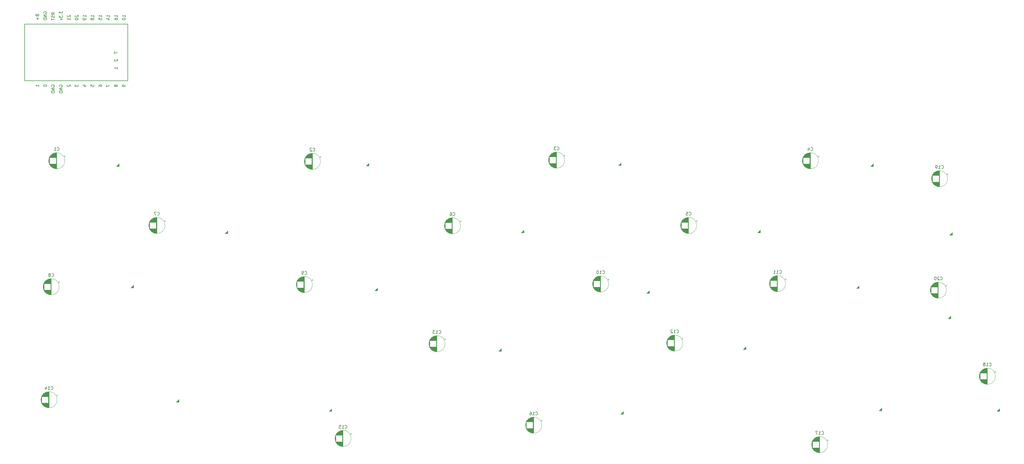
<source format=gbr>
%TF.GenerationSoftware,KiCad,Pcbnew,9.0.2*%
%TF.CreationDate,2025-07-31T22:41:45+05:30*%
%TF.ProjectId,clackintosh,636c6163-6b69-46e7-946f-73682e6b6963,rev?*%
%TF.SameCoordinates,Original*%
%TF.FileFunction,Legend,Bot*%
%TF.FilePolarity,Positive*%
%FSLAX46Y46*%
G04 Gerber Fmt 4.6, Leading zero omitted, Abs format (unit mm)*
G04 Created by KiCad (PCBNEW 9.0.2) date 2025-07-31 22:41:45*
%MOMM*%
%LPD*%
G01*
G04 APERTURE LIST*
%ADD10C,0.200000*%
%ADD11C,0.150000*%
%ADD12C,0.100000*%
%ADD13C,0.120000*%
G04 APERTURE END LIST*
D10*
X44202219Y-7265564D02*
X44202219Y-6694136D01*
X44202219Y-6979850D02*
X43202219Y-6979850D01*
X43202219Y-6979850D02*
X43345076Y-6884612D01*
X43345076Y-6884612D02*
X43440314Y-6789374D01*
X43440314Y-6789374D02*
X43487933Y-6694136D01*
X44202219Y-7741755D02*
X44202219Y-7932231D01*
X44202219Y-7932231D02*
X44154600Y-8027469D01*
X44154600Y-8027469D02*
X44106980Y-8075088D01*
X44106980Y-8075088D02*
X43964123Y-8170326D01*
X43964123Y-8170326D02*
X43773647Y-8217945D01*
X43773647Y-8217945D02*
X43392695Y-8217945D01*
X43392695Y-8217945D02*
X43297457Y-8170326D01*
X43297457Y-8170326D02*
X43249838Y-8122707D01*
X43249838Y-8122707D02*
X43202219Y-8027469D01*
X43202219Y-8027469D02*
X43202219Y-7836993D01*
X43202219Y-7836993D02*
X43249838Y-7741755D01*
X43249838Y-7741755D02*
X43297457Y-7694136D01*
X43297457Y-7694136D02*
X43392695Y-7646517D01*
X43392695Y-7646517D02*
X43630790Y-7646517D01*
X43630790Y-7646517D02*
X43726028Y-7694136D01*
X43726028Y-7694136D02*
X43773647Y-7741755D01*
X43773647Y-7741755D02*
X43821266Y-7836993D01*
X43821266Y-7836993D02*
X43821266Y-8027469D01*
X43821266Y-8027469D02*
X43773647Y-8122707D01*
X43773647Y-8122707D02*
X43726028Y-8170326D01*
X43726028Y-8170326D02*
X43630790Y-8217945D01*
X53790790Y-29372530D02*
X53743171Y-29277292D01*
X53743171Y-29277292D02*
X53695552Y-29229673D01*
X53695552Y-29229673D02*
X53600314Y-29182054D01*
X53600314Y-29182054D02*
X53552695Y-29182054D01*
X53552695Y-29182054D02*
X53457457Y-29229673D01*
X53457457Y-29229673D02*
X53409838Y-29277292D01*
X53409838Y-29277292D02*
X53362219Y-29372530D01*
X53362219Y-29372530D02*
X53362219Y-29563006D01*
X53362219Y-29563006D02*
X53409838Y-29658244D01*
X53409838Y-29658244D02*
X53457457Y-29705863D01*
X53457457Y-29705863D02*
X53552695Y-29753482D01*
X53552695Y-29753482D02*
X53600314Y-29753482D01*
X53600314Y-29753482D02*
X53695552Y-29705863D01*
X53695552Y-29705863D02*
X53743171Y-29658244D01*
X53743171Y-29658244D02*
X53790790Y-29563006D01*
X53790790Y-29563006D02*
X53790790Y-29372530D01*
X53790790Y-29372530D02*
X53838409Y-29277292D01*
X53838409Y-29277292D02*
X53886028Y-29229673D01*
X53886028Y-29229673D02*
X53981266Y-29182054D01*
X53981266Y-29182054D02*
X54171742Y-29182054D01*
X54171742Y-29182054D02*
X54266980Y-29229673D01*
X54266980Y-29229673D02*
X54314600Y-29277292D01*
X54314600Y-29277292D02*
X54362219Y-29372530D01*
X54362219Y-29372530D02*
X54362219Y-29563006D01*
X54362219Y-29563006D02*
X54314600Y-29658244D01*
X54314600Y-29658244D02*
X54266980Y-29705863D01*
X54266980Y-29705863D02*
X54171742Y-29753482D01*
X54171742Y-29753482D02*
X53981266Y-29753482D01*
X53981266Y-29753482D02*
X53886028Y-29705863D01*
X53886028Y-29705863D02*
X53838409Y-29658244D01*
X53838409Y-29658244D02*
X53790790Y-29563006D01*
X56902219Y-7265564D02*
X56902219Y-6694136D01*
X56902219Y-6979850D02*
X55902219Y-6979850D01*
X55902219Y-6979850D02*
X56045076Y-6884612D01*
X56045076Y-6884612D02*
X56140314Y-6789374D01*
X56140314Y-6789374D02*
X56187933Y-6694136D01*
X55902219Y-7884612D02*
X55902219Y-7979850D01*
X55902219Y-7979850D02*
X55949838Y-8075088D01*
X55949838Y-8075088D02*
X55997457Y-8122707D01*
X55997457Y-8122707D02*
X56092695Y-8170326D01*
X56092695Y-8170326D02*
X56283171Y-8217945D01*
X56283171Y-8217945D02*
X56521266Y-8217945D01*
X56521266Y-8217945D02*
X56711742Y-8170326D01*
X56711742Y-8170326D02*
X56806980Y-8122707D01*
X56806980Y-8122707D02*
X56854600Y-8075088D01*
X56854600Y-8075088D02*
X56902219Y-7979850D01*
X56902219Y-7979850D02*
X56902219Y-7884612D01*
X56902219Y-7884612D02*
X56854600Y-7789374D01*
X56854600Y-7789374D02*
X56806980Y-7741755D01*
X56806980Y-7741755D02*
X56711742Y-7694136D01*
X56711742Y-7694136D02*
X56521266Y-7646517D01*
X56521266Y-7646517D02*
X56283171Y-7646517D01*
X56283171Y-7646517D02*
X56092695Y-7694136D01*
X56092695Y-7694136D02*
X55997457Y-7741755D01*
X55997457Y-7741755D02*
X55949838Y-7789374D01*
X55949838Y-7789374D02*
X55902219Y-7884612D01*
X53457457Y-20954286D02*
X53409838Y-21001905D01*
X53409838Y-21001905D02*
X53362219Y-21097143D01*
X53362219Y-21097143D02*
X53362219Y-21335238D01*
X53362219Y-21335238D02*
X53409838Y-21430476D01*
X53409838Y-21430476D02*
X53457457Y-21478095D01*
X53457457Y-21478095D02*
X53552695Y-21525714D01*
X53552695Y-21525714D02*
X53647933Y-21525714D01*
X53647933Y-21525714D02*
X53790790Y-21478095D01*
X53790790Y-21478095D02*
X54362219Y-20906667D01*
X54362219Y-20906667D02*
X54362219Y-21525714D01*
X51822219Y-7265564D02*
X51822219Y-6694136D01*
X51822219Y-6979850D02*
X50822219Y-6979850D01*
X50822219Y-6979850D02*
X50965076Y-6884612D01*
X50965076Y-6884612D02*
X51060314Y-6789374D01*
X51060314Y-6789374D02*
X51107933Y-6694136D01*
X51155552Y-8122707D02*
X51822219Y-8122707D01*
X50774600Y-7884612D02*
X51488885Y-7646517D01*
X51488885Y-7646517D02*
X51488885Y-8265564D01*
X45742219Y-29705863D02*
X45742219Y-29229673D01*
X45742219Y-29229673D02*
X46218409Y-29182054D01*
X46218409Y-29182054D02*
X46170790Y-29229673D01*
X46170790Y-29229673D02*
X46123171Y-29324911D01*
X46123171Y-29324911D02*
X46123171Y-29563006D01*
X46123171Y-29563006D02*
X46170790Y-29658244D01*
X46170790Y-29658244D02*
X46218409Y-29705863D01*
X46218409Y-29705863D02*
X46313647Y-29753482D01*
X46313647Y-29753482D02*
X46551742Y-29753482D01*
X46551742Y-29753482D02*
X46646980Y-29705863D01*
X46646980Y-29705863D02*
X46694600Y-29658244D01*
X46694600Y-29658244D02*
X46742219Y-29563006D01*
X46742219Y-29563006D02*
X46742219Y-29324911D01*
X46742219Y-29324911D02*
X46694600Y-29229673D01*
X46694600Y-29229673D02*
X46646980Y-29182054D01*
X30502219Y-29420149D02*
X30502219Y-29515387D01*
X30502219Y-29515387D02*
X30549838Y-29610625D01*
X30549838Y-29610625D02*
X30597457Y-29658244D01*
X30597457Y-29658244D02*
X30692695Y-29705863D01*
X30692695Y-29705863D02*
X30883171Y-29753482D01*
X30883171Y-29753482D02*
X31121266Y-29753482D01*
X31121266Y-29753482D02*
X31311742Y-29705863D01*
X31311742Y-29705863D02*
X31406980Y-29658244D01*
X31406980Y-29658244D02*
X31454600Y-29610625D01*
X31454600Y-29610625D02*
X31502219Y-29515387D01*
X31502219Y-29515387D02*
X31502219Y-29420149D01*
X31502219Y-29420149D02*
X31454600Y-29324911D01*
X31454600Y-29324911D02*
X31406980Y-29277292D01*
X31406980Y-29277292D02*
X31311742Y-29229673D01*
X31311742Y-29229673D02*
X31121266Y-29182054D01*
X31121266Y-29182054D02*
X30883171Y-29182054D01*
X30883171Y-29182054D02*
X30692695Y-29229673D01*
X30692695Y-29229673D02*
X30597457Y-29277292D01*
X30597457Y-29277292D02*
X30549838Y-29324911D01*
X30549838Y-29324911D02*
X30502219Y-29420149D01*
X50822219Y-29134435D02*
X50822219Y-29801101D01*
X50822219Y-29801101D02*
X51822219Y-29372530D01*
X33089838Y-29753482D02*
X33042219Y-29658244D01*
X33042219Y-29658244D02*
X33042219Y-29515387D01*
X33042219Y-29515387D02*
X33089838Y-29372530D01*
X33089838Y-29372530D02*
X33185076Y-29277292D01*
X33185076Y-29277292D02*
X33280314Y-29229673D01*
X33280314Y-29229673D02*
X33470790Y-29182054D01*
X33470790Y-29182054D02*
X33613647Y-29182054D01*
X33613647Y-29182054D02*
X33804123Y-29229673D01*
X33804123Y-29229673D02*
X33899361Y-29277292D01*
X33899361Y-29277292D02*
X33994600Y-29372530D01*
X33994600Y-29372530D02*
X34042219Y-29515387D01*
X34042219Y-29515387D02*
X34042219Y-29610625D01*
X34042219Y-29610625D02*
X33994600Y-29753482D01*
X33994600Y-29753482D02*
X33946980Y-29801101D01*
X33946980Y-29801101D02*
X33613647Y-29801101D01*
X33613647Y-29801101D02*
X33613647Y-29610625D01*
X34042219Y-30229673D02*
X33042219Y-30229673D01*
X33042219Y-30229673D02*
X34042219Y-30801101D01*
X34042219Y-30801101D02*
X33042219Y-30801101D01*
X34042219Y-31277292D02*
X33042219Y-31277292D01*
X33042219Y-31277292D02*
X33042219Y-31515387D01*
X33042219Y-31515387D02*
X33089838Y-31658244D01*
X33089838Y-31658244D02*
X33185076Y-31753482D01*
X33185076Y-31753482D02*
X33280314Y-31801101D01*
X33280314Y-31801101D02*
X33470790Y-31848720D01*
X33470790Y-31848720D02*
X33613647Y-31848720D01*
X33613647Y-31848720D02*
X33804123Y-31801101D01*
X33804123Y-31801101D02*
X33899361Y-31753482D01*
X33899361Y-31753482D02*
X33994600Y-31658244D01*
X33994600Y-31658244D02*
X34042219Y-31515387D01*
X34042219Y-31515387D02*
X34042219Y-31277292D01*
X49282219Y-7265564D02*
X49282219Y-6694136D01*
X49282219Y-6979850D02*
X48282219Y-6979850D01*
X48282219Y-6979850D02*
X48425076Y-6884612D01*
X48425076Y-6884612D02*
X48520314Y-6789374D01*
X48520314Y-6789374D02*
X48567933Y-6694136D01*
X48282219Y-8170326D02*
X48282219Y-7694136D01*
X48282219Y-7694136D02*
X48758409Y-7646517D01*
X48758409Y-7646517D02*
X48710790Y-7694136D01*
X48710790Y-7694136D02*
X48663171Y-7789374D01*
X48663171Y-7789374D02*
X48663171Y-8027469D01*
X48663171Y-8027469D02*
X48710790Y-8122707D01*
X48710790Y-8122707D02*
X48758409Y-8170326D01*
X48758409Y-8170326D02*
X48853647Y-8217945D01*
X48853647Y-8217945D02*
X49091742Y-8217945D01*
X49091742Y-8217945D02*
X49186980Y-8170326D01*
X49186980Y-8170326D02*
X49234600Y-8122707D01*
X49234600Y-8122707D02*
X49282219Y-8027469D01*
X49282219Y-8027469D02*
X49282219Y-7789374D01*
X49282219Y-7789374D02*
X49234600Y-7694136D01*
X49234600Y-7694136D02*
X49186980Y-7646517D01*
X30549838Y-6122707D02*
X30502219Y-6027469D01*
X30502219Y-6027469D02*
X30502219Y-5884612D01*
X30502219Y-5884612D02*
X30549838Y-5741755D01*
X30549838Y-5741755D02*
X30645076Y-5646517D01*
X30645076Y-5646517D02*
X30740314Y-5598898D01*
X30740314Y-5598898D02*
X30930790Y-5551279D01*
X30930790Y-5551279D02*
X31073647Y-5551279D01*
X31073647Y-5551279D02*
X31264123Y-5598898D01*
X31264123Y-5598898D02*
X31359361Y-5646517D01*
X31359361Y-5646517D02*
X31454600Y-5741755D01*
X31454600Y-5741755D02*
X31502219Y-5884612D01*
X31502219Y-5884612D02*
X31502219Y-5979850D01*
X31502219Y-5979850D02*
X31454600Y-6122707D01*
X31454600Y-6122707D02*
X31406980Y-6170326D01*
X31406980Y-6170326D02*
X31073647Y-6170326D01*
X31073647Y-6170326D02*
X31073647Y-5979850D01*
X31502219Y-6598898D02*
X30502219Y-6598898D01*
X30502219Y-6598898D02*
X31502219Y-7170326D01*
X31502219Y-7170326D02*
X30502219Y-7170326D01*
X31502219Y-7646517D02*
X30502219Y-7646517D01*
X30502219Y-7646517D02*
X30502219Y-7884612D01*
X30502219Y-7884612D02*
X30549838Y-8027469D01*
X30549838Y-8027469D02*
X30645076Y-8122707D01*
X30645076Y-8122707D02*
X30740314Y-8170326D01*
X30740314Y-8170326D02*
X30930790Y-8217945D01*
X30930790Y-8217945D02*
X31073647Y-8217945D01*
X31073647Y-8217945D02*
X31264123Y-8170326D01*
X31264123Y-8170326D02*
X31359361Y-8122707D01*
X31359361Y-8122707D02*
X31454600Y-8027469D01*
X31454600Y-8027469D02*
X31502219Y-7884612D01*
X31502219Y-7884612D02*
X31502219Y-7646517D01*
X28438409Y-6741755D02*
X28486028Y-6884612D01*
X28486028Y-6884612D02*
X28533647Y-6932231D01*
X28533647Y-6932231D02*
X28628885Y-6979850D01*
X28628885Y-6979850D02*
X28771742Y-6979850D01*
X28771742Y-6979850D02*
X28866980Y-6932231D01*
X28866980Y-6932231D02*
X28914600Y-6884612D01*
X28914600Y-6884612D02*
X28962219Y-6789374D01*
X28962219Y-6789374D02*
X28962219Y-6408422D01*
X28962219Y-6408422D02*
X27962219Y-6408422D01*
X27962219Y-6408422D02*
X27962219Y-6741755D01*
X27962219Y-6741755D02*
X28009838Y-6836993D01*
X28009838Y-6836993D02*
X28057457Y-6884612D01*
X28057457Y-6884612D02*
X28152695Y-6932231D01*
X28152695Y-6932231D02*
X28247933Y-6932231D01*
X28247933Y-6932231D02*
X28343171Y-6884612D01*
X28343171Y-6884612D02*
X28390790Y-6836993D01*
X28390790Y-6836993D02*
X28438409Y-6741755D01*
X28438409Y-6741755D02*
X28438409Y-6408422D01*
X28581266Y-7408422D02*
X28581266Y-8170327D01*
X28962219Y-7789374D02*
X28200314Y-7789374D01*
X35582219Y-5408422D02*
X35582219Y-6027469D01*
X35582219Y-6027469D02*
X35963171Y-5694136D01*
X35963171Y-5694136D02*
X35963171Y-5836993D01*
X35963171Y-5836993D02*
X36010790Y-5932231D01*
X36010790Y-5932231D02*
X36058409Y-5979850D01*
X36058409Y-5979850D02*
X36153647Y-6027469D01*
X36153647Y-6027469D02*
X36391742Y-6027469D01*
X36391742Y-6027469D02*
X36486980Y-5979850D01*
X36486980Y-5979850D02*
X36534600Y-5932231D01*
X36534600Y-5932231D02*
X36582219Y-5836993D01*
X36582219Y-5836993D02*
X36582219Y-5551279D01*
X36582219Y-5551279D02*
X36534600Y-5456041D01*
X36534600Y-5456041D02*
X36486980Y-5408422D01*
X36486980Y-6456041D02*
X36534600Y-6503660D01*
X36534600Y-6503660D02*
X36582219Y-6456041D01*
X36582219Y-6456041D02*
X36534600Y-6408422D01*
X36534600Y-6408422D02*
X36486980Y-6456041D01*
X36486980Y-6456041D02*
X36582219Y-6456041D01*
X35582219Y-6836993D02*
X35582219Y-7456040D01*
X35582219Y-7456040D02*
X35963171Y-7122707D01*
X35963171Y-7122707D02*
X35963171Y-7265564D01*
X35963171Y-7265564D02*
X36010790Y-7360802D01*
X36010790Y-7360802D02*
X36058409Y-7408421D01*
X36058409Y-7408421D02*
X36153647Y-7456040D01*
X36153647Y-7456040D02*
X36391742Y-7456040D01*
X36391742Y-7456040D02*
X36486980Y-7408421D01*
X36486980Y-7408421D02*
X36534600Y-7360802D01*
X36534600Y-7360802D02*
X36582219Y-7265564D01*
X36582219Y-7265564D02*
X36582219Y-6979850D01*
X36582219Y-6979850D02*
X36534600Y-6884612D01*
X36534600Y-6884612D02*
X36486980Y-6836993D01*
X35915552Y-7789374D02*
X36582219Y-8027469D01*
X36582219Y-8027469D02*
X35915552Y-8265564D01*
X46742219Y-7265564D02*
X46742219Y-6694136D01*
X46742219Y-6979850D02*
X45742219Y-6979850D01*
X45742219Y-6979850D02*
X45885076Y-6884612D01*
X45885076Y-6884612D02*
X45980314Y-6789374D01*
X45980314Y-6789374D02*
X46027933Y-6694136D01*
X46170790Y-7836993D02*
X46123171Y-7741755D01*
X46123171Y-7741755D02*
X46075552Y-7694136D01*
X46075552Y-7694136D02*
X45980314Y-7646517D01*
X45980314Y-7646517D02*
X45932695Y-7646517D01*
X45932695Y-7646517D02*
X45837457Y-7694136D01*
X45837457Y-7694136D02*
X45789838Y-7741755D01*
X45789838Y-7741755D02*
X45742219Y-7836993D01*
X45742219Y-7836993D02*
X45742219Y-8027469D01*
X45742219Y-8027469D02*
X45789838Y-8122707D01*
X45789838Y-8122707D02*
X45837457Y-8170326D01*
X45837457Y-8170326D02*
X45932695Y-8217945D01*
X45932695Y-8217945D02*
X45980314Y-8217945D01*
X45980314Y-8217945D02*
X46075552Y-8170326D01*
X46075552Y-8170326D02*
X46123171Y-8122707D01*
X46123171Y-8122707D02*
X46170790Y-8027469D01*
X46170790Y-8027469D02*
X46170790Y-7836993D01*
X46170790Y-7836993D02*
X46218409Y-7741755D01*
X46218409Y-7741755D02*
X46266028Y-7694136D01*
X46266028Y-7694136D02*
X46361266Y-7646517D01*
X46361266Y-7646517D02*
X46551742Y-7646517D01*
X46551742Y-7646517D02*
X46646980Y-7694136D01*
X46646980Y-7694136D02*
X46694600Y-7741755D01*
X46694600Y-7741755D02*
X46742219Y-7836993D01*
X46742219Y-7836993D02*
X46742219Y-8027469D01*
X46742219Y-8027469D02*
X46694600Y-8122707D01*
X46694600Y-8122707D02*
X46646980Y-8170326D01*
X46646980Y-8170326D02*
X46551742Y-8217945D01*
X46551742Y-8217945D02*
X46361266Y-8217945D01*
X46361266Y-8217945D02*
X46266028Y-8170326D01*
X46266028Y-8170326D02*
X46218409Y-8122707D01*
X46218409Y-8122707D02*
X46170790Y-8027469D01*
X48282219Y-29658244D02*
X48282219Y-29467768D01*
X48282219Y-29467768D02*
X48329838Y-29372530D01*
X48329838Y-29372530D02*
X48377457Y-29324911D01*
X48377457Y-29324911D02*
X48520314Y-29229673D01*
X48520314Y-29229673D02*
X48710790Y-29182054D01*
X48710790Y-29182054D02*
X49091742Y-29182054D01*
X49091742Y-29182054D02*
X49186980Y-29229673D01*
X49186980Y-29229673D02*
X49234600Y-29277292D01*
X49234600Y-29277292D02*
X49282219Y-29372530D01*
X49282219Y-29372530D02*
X49282219Y-29563006D01*
X49282219Y-29563006D02*
X49234600Y-29658244D01*
X49234600Y-29658244D02*
X49186980Y-29705863D01*
X49186980Y-29705863D02*
X49091742Y-29753482D01*
X49091742Y-29753482D02*
X48853647Y-29753482D01*
X48853647Y-29753482D02*
X48758409Y-29705863D01*
X48758409Y-29705863D02*
X48710790Y-29658244D01*
X48710790Y-29658244D02*
X48663171Y-29563006D01*
X48663171Y-29563006D02*
X48663171Y-29372530D01*
X48663171Y-29372530D02*
X48710790Y-29277292D01*
X48710790Y-29277292D02*
X48758409Y-29229673D01*
X48758409Y-29229673D02*
X48853647Y-29182054D01*
X53362217Y-18366667D02*
X53362217Y-19033333D01*
X53362217Y-19033333D02*
X54362217Y-18604762D01*
X34042219Y-6503659D02*
X33566028Y-6170326D01*
X34042219Y-5932231D02*
X33042219Y-5932231D01*
X33042219Y-5932231D02*
X33042219Y-6313183D01*
X33042219Y-6313183D02*
X33089838Y-6408421D01*
X33089838Y-6408421D02*
X33137457Y-6456040D01*
X33137457Y-6456040D02*
X33232695Y-6503659D01*
X33232695Y-6503659D02*
X33375552Y-6503659D01*
X33375552Y-6503659D02*
X33470790Y-6456040D01*
X33470790Y-6456040D02*
X33518409Y-6408421D01*
X33518409Y-6408421D02*
X33566028Y-6313183D01*
X33566028Y-6313183D02*
X33566028Y-5932231D01*
X33994600Y-6884612D02*
X34042219Y-7027469D01*
X34042219Y-7027469D02*
X34042219Y-7265564D01*
X34042219Y-7265564D02*
X33994600Y-7360802D01*
X33994600Y-7360802D02*
X33946980Y-7408421D01*
X33946980Y-7408421D02*
X33851742Y-7456040D01*
X33851742Y-7456040D02*
X33756504Y-7456040D01*
X33756504Y-7456040D02*
X33661266Y-7408421D01*
X33661266Y-7408421D02*
X33613647Y-7360802D01*
X33613647Y-7360802D02*
X33566028Y-7265564D01*
X33566028Y-7265564D02*
X33518409Y-7075088D01*
X33518409Y-7075088D02*
X33470790Y-6979850D01*
X33470790Y-6979850D02*
X33423171Y-6932231D01*
X33423171Y-6932231D02*
X33327933Y-6884612D01*
X33327933Y-6884612D02*
X33232695Y-6884612D01*
X33232695Y-6884612D02*
X33137457Y-6932231D01*
X33137457Y-6932231D02*
X33089838Y-6979850D01*
X33089838Y-6979850D02*
X33042219Y-7075088D01*
X33042219Y-7075088D02*
X33042219Y-7313183D01*
X33042219Y-7313183D02*
X33089838Y-7456040D01*
X33042219Y-7741755D02*
X33042219Y-8313183D01*
X34042219Y-8027469D02*
X33042219Y-8027469D01*
X54362219Y-7265564D02*
X54362219Y-6694136D01*
X54362219Y-6979850D02*
X53362219Y-6979850D01*
X53362219Y-6979850D02*
X53505076Y-6884612D01*
X53505076Y-6884612D02*
X53600314Y-6789374D01*
X53600314Y-6789374D02*
X53647933Y-6694136D01*
X53362219Y-8122707D02*
X53362219Y-7932231D01*
X53362219Y-7932231D02*
X53409838Y-7836993D01*
X53409838Y-7836993D02*
X53457457Y-7789374D01*
X53457457Y-7789374D02*
X53600314Y-7694136D01*
X53600314Y-7694136D02*
X53790790Y-7646517D01*
X53790790Y-7646517D02*
X54171742Y-7646517D01*
X54171742Y-7646517D02*
X54266980Y-7694136D01*
X54266980Y-7694136D02*
X54314600Y-7741755D01*
X54314600Y-7741755D02*
X54362219Y-7836993D01*
X54362219Y-7836993D02*
X54362219Y-8027469D01*
X54362219Y-8027469D02*
X54314600Y-8122707D01*
X54314600Y-8122707D02*
X54266980Y-8170326D01*
X54266980Y-8170326D02*
X54171742Y-8217945D01*
X54171742Y-8217945D02*
X53933647Y-8217945D01*
X53933647Y-8217945D02*
X53838409Y-8170326D01*
X53838409Y-8170326D02*
X53790790Y-8122707D01*
X53790790Y-8122707D02*
X53743171Y-8027469D01*
X53743171Y-8027469D02*
X53743171Y-7836993D01*
X53743171Y-7836993D02*
X53790790Y-7741755D01*
X53790790Y-7741755D02*
X53838409Y-7694136D01*
X53838409Y-7694136D02*
X53933647Y-7646517D01*
X56902219Y-29277292D02*
X56902219Y-29467768D01*
X56902219Y-29467768D02*
X56854600Y-29563006D01*
X56854600Y-29563006D02*
X56806980Y-29610625D01*
X56806980Y-29610625D02*
X56664123Y-29705863D01*
X56664123Y-29705863D02*
X56473647Y-29753482D01*
X56473647Y-29753482D02*
X56092695Y-29753482D01*
X56092695Y-29753482D02*
X55997457Y-29705863D01*
X55997457Y-29705863D02*
X55949838Y-29658244D01*
X55949838Y-29658244D02*
X55902219Y-29563006D01*
X55902219Y-29563006D02*
X55902219Y-29372530D01*
X55902219Y-29372530D02*
X55949838Y-29277292D01*
X55949838Y-29277292D02*
X55997457Y-29229673D01*
X55997457Y-29229673D02*
X56092695Y-29182054D01*
X56092695Y-29182054D02*
X56330790Y-29182054D01*
X56330790Y-29182054D02*
X56426028Y-29229673D01*
X56426028Y-29229673D02*
X56473647Y-29277292D01*
X56473647Y-29277292D02*
X56521266Y-29372530D01*
X56521266Y-29372530D02*
X56521266Y-29563006D01*
X56521266Y-29563006D02*
X56473647Y-29658244D01*
X56473647Y-29658244D02*
X56426028Y-29705863D01*
X56426028Y-29705863D02*
X56330790Y-29753482D01*
X43535552Y-29658244D02*
X44202219Y-29658244D01*
X43154600Y-29420149D02*
X43868885Y-29182054D01*
X43868885Y-29182054D02*
X43868885Y-29801101D01*
X38217457Y-6694136D02*
X38169838Y-6741755D01*
X38169838Y-6741755D02*
X38122219Y-6836993D01*
X38122219Y-6836993D02*
X38122219Y-7075088D01*
X38122219Y-7075088D02*
X38169838Y-7170326D01*
X38169838Y-7170326D02*
X38217457Y-7217945D01*
X38217457Y-7217945D02*
X38312695Y-7265564D01*
X38312695Y-7265564D02*
X38407933Y-7265564D01*
X38407933Y-7265564D02*
X38550790Y-7217945D01*
X38550790Y-7217945D02*
X39122219Y-6646517D01*
X39122219Y-6646517D02*
X39122219Y-7265564D01*
X39122219Y-8217945D02*
X39122219Y-7646517D01*
X39122219Y-7932231D02*
X38122219Y-7932231D01*
X38122219Y-7932231D02*
X38265076Y-7836993D01*
X38265076Y-7836993D02*
X38360314Y-7741755D01*
X38360314Y-7741755D02*
X38407933Y-7646517D01*
X40757457Y-6694136D02*
X40709838Y-6741755D01*
X40709838Y-6741755D02*
X40662219Y-6836993D01*
X40662219Y-6836993D02*
X40662219Y-7075088D01*
X40662219Y-7075088D02*
X40709838Y-7170326D01*
X40709838Y-7170326D02*
X40757457Y-7217945D01*
X40757457Y-7217945D02*
X40852695Y-7265564D01*
X40852695Y-7265564D02*
X40947933Y-7265564D01*
X40947933Y-7265564D02*
X41090790Y-7217945D01*
X41090790Y-7217945D02*
X41662219Y-6646517D01*
X41662219Y-6646517D02*
X41662219Y-7265564D01*
X40662219Y-7884612D02*
X40662219Y-7979850D01*
X40662219Y-7979850D02*
X40709838Y-8075088D01*
X40709838Y-8075088D02*
X40757457Y-8122707D01*
X40757457Y-8122707D02*
X40852695Y-8170326D01*
X40852695Y-8170326D02*
X41043171Y-8217945D01*
X41043171Y-8217945D02*
X41281266Y-8217945D01*
X41281266Y-8217945D02*
X41471742Y-8170326D01*
X41471742Y-8170326D02*
X41566980Y-8122707D01*
X41566980Y-8122707D02*
X41614600Y-8075088D01*
X41614600Y-8075088D02*
X41662219Y-7979850D01*
X41662219Y-7979850D02*
X41662219Y-7884612D01*
X41662219Y-7884612D02*
X41614600Y-7789374D01*
X41614600Y-7789374D02*
X41566980Y-7741755D01*
X41566980Y-7741755D02*
X41471742Y-7694136D01*
X41471742Y-7694136D02*
X41281266Y-7646517D01*
X41281266Y-7646517D02*
X41043171Y-7646517D01*
X41043171Y-7646517D02*
X40852695Y-7694136D01*
X40852695Y-7694136D02*
X40757457Y-7741755D01*
X40757457Y-7741755D02*
X40709838Y-7789374D01*
X40709838Y-7789374D02*
X40662219Y-7884612D01*
X54362219Y-24065714D02*
X54362219Y-23494286D01*
X54362219Y-23780000D02*
X53362219Y-23780000D01*
X53362219Y-23780000D02*
X53505076Y-23684762D01*
X53505076Y-23684762D02*
X53600314Y-23589524D01*
X53600314Y-23589524D02*
X53647933Y-23494286D01*
X40662219Y-29134435D02*
X40662219Y-29753482D01*
X40662219Y-29753482D02*
X41043171Y-29420149D01*
X41043171Y-29420149D02*
X41043171Y-29563006D01*
X41043171Y-29563006D02*
X41090790Y-29658244D01*
X41090790Y-29658244D02*
X41138409Y-29705863D01*
X41138409Y-29705863D02*
X41233647Y-29753482D01*
X41233647Y-29753482D02*
X41471742Y-29753482D01*
X41471742Y-29753482D02*
X41566980Y-29705863D01*
X41566980Y-29705863D02*
X41614600Y-29658244D01*
X41614600Y-29658244D02*
X41662219Y-29563006D01*
X41662219Y-29563006D02*
X41662219Y-29277292D01*
X41662219Y-29277292D02*
X41614600Y-29182054D01*
X41614600Y-29182054D02*
X41566980Y-29134435D01*
X28962219Y-29753482D02*
X28962219Y-29182054D01*
X28962219Y-29467768D02*
X27962219Y-29467768D01*
X27962219Y-29467768D02*
X28105076Y-29372530D01*
X28105076Y-29372530D02*
X28200314Y-29277292D01*
X28200314Y-29277292D02*
X28247933Y-29182054D01*
X35629838Y-29753482D02*
X35582219Y-29658244D01*
X35582219Y-29658244D02*
X35582219Y-29515387D01*
X35582219Y-29515387D02*
X35629838Y-29372530D01*
X35629838Y-29372530D02*
X35725076Y-29277292D01*
X35725076Y-29277292D02*
X35820314Y-29229673D01*
X35820314Y-29229673D02*
X36010790Y-29182054D01*
X36010790Y-29182054D02*
X36153647Y-29182054D01*
X36153647Y-29182054D02*
X36344123Y-29229673D01*
X36344123Y-29229673D02*
X36439361Y-29277292D01*
X36439361Y-29277292D02*
X36534600Y-29372530D01*
X36534600Y-29372530D02*
X36582219Y-29515387D01*
X36582219Y-29515387D02*
X36582219Y-29610625D01*
X36582219Y-29610625D02*
X36534600Y-29753482D01*
X36534600Y-29753482D02*
X36486980Y-29801101D01*
X36486980Y-29801101D02*
X36153647Y-29801101D01*
X36153647Y-29801101D02*
X36153647Y-29610625D01*
X36582219Y-30229673D02*
X35582219Y-30229673D01*
X35582219Y-30229673D02*
X36582219Y-30801101D01*
X36582219Y-30801101D02*
X35582219Y-30801101D01*
X36582219Y-31277292D02*
X35582219Y-31277292D01*
X35582219Y-31277292D02*
X35582219Y-31515387D01*
X35582219Y-31515387D02*
X35629838Y-31658244D01*
X35629838Y-31658244D02*
X35725076Y-31753482D01*
X35725076Y-31753482D02*
X35820314Y-31801101D01*
X35820314Y-31801101D02*
X36010790Y-31848720D01*
X36010790Y-31848720D02*
X36153647Y-31848720D01*
X36153647Y-31848720D02*
X36344123Y-31801101D01*
X36344123Y-31801101D02*
X36439361Y-31753482D01*
X36439361Y-31753482D02*
X36534600Y-31658244D01*
X36534600Y-31658244D02*
X36582219Y-31515387D01*
X36582219Y-31515387D02*
X36582219Y-31277292D01*
X38217457Y-29182054D02*
X38169838Y-29229673D01*
X38169838Y-29229673D02*
X38122219Y-29324911D01*
X38122219Y-29324911D02*
X38122219Y-29563006D01*
X38122219Y-29563006D02*
X38169838Y-29658244D01*
X38169838Y-29658244D02*
X38217457Y-29705863D01*
X38217457Y-29705863D02*
X38312695Y-29753482D01*
X38312695Y-29753482D02*
X38407933Y-29753482D01*
X38407933Y-29753482D02*
X38550790Y-29705863D01*
X38550790Y-29705863D02*
X39122219Y-29134435D01*
X39122219Y-29134435D02*
X39122219Y-29753482D01*
D11*
X32897957Y-127509580D02*
X32945576Y-127557200D01*
X32945576Y-127557200D02*
X33088433Y-127604819D01*
X33088433Y-127604819D02*
X33183671Y-127604819D01*
X33183671Y-127604819D02*
X33326528Y-127557200D01*
X33326528Y-127557200D02*
X33421766Y-127461961D01*
X33421766Y-127461961D02*
X33469385Y-127366723D01*
X33469385Y-127366723D02*
X33517004Y-127176247D01*
X33517004Y-127176247D02*
X33517004Y-127033390D01*
X33517004Y-127033390D02*
X33469385Y-126842914D01*
X33469385Y-126842914D02*
X33421766Y-126747676D01*
X33421766Y-126747676D02*
X33326528Y-126652438D01*
X33326528Y-126652438D02*
X33183671Y-126604819D01*
X33183671Y-126604819D02*
X33088433Y-126604819D01*
X33088433Y-126604819D02*
X32945576Y-126652438D01*
X32945576Y-126652438D02*
X32897957Y-126700057D01*
X31945576Y-127604819D02*
X32517004Y-127604819D01*
X32231290Y-127604819D02*
X32231290Y-126604819D01*
X32231290Y-126604819D02*
X32326528Y-126747676D01*
X32326528Y-126747676D02*
X32421766Y-126842914D01*
X32421766Y-126842914D02*
X32517004Y-126890533D01*
X31088433Y-126938152D02*
X31088433Y-127604819D01*
X31326528Y-126557200D02*
X31564623Y-127271485D01*
X31564623Y-127271485D02*
X30945576Y-127271485D01*
X162621766Y-71309580D02*
X162669385Y-71357200D01*
X162669385Y-71357200D02*
X162812242Y-71404819D01*
X162812242Y-71404819D02*
X162907480Y-71404819D01*
X162907480Y-71404819D02*
X163050337Y-71357200D01*
X163050337Y-71357200D02*
X163145575Y-71261961D01*
X163145575Y-71261961D02*
X163193194Y-71166723D01*
X163193194Y-71166723D02*
X163240813Y-70976247D01*
X163240813Y-70976247D02*
X163240813Y-70833390D01*
X163240813Y-70833390D02*
X163193194Y-70642914D01*
X163193194Y-70642914D02*
X163145575Y-70547676D01*
X163145575Y-70547676D02*
X163050337Y-70452438D01*
X163050337Y-70452438D02*
X162907480Y-70404819D01*
X162907480Y-70404819D02*
X162812242Y-70404819D01*
X162812242Y-70404819D02*
X162669385Y-70452438D01*
X162669385Y-70452438D02*
X162621766Y-70500057D01*
X161764623Y-70404819D02*
X161955099Y-70404819D01*
X161955099Y-70404819D02*
X162050337Y-70452438D01*
X162050337Y-70452438D02*
X162097956Y-70500057D01*
X162097956Y-70500057D02*
X162193194Y-70642914D01*
X162193194Y-70642914D02*
X162240813Y-70833390D01*
X162240813Y-70833390D02*
X162240813Y-71214342D01*
X162240813Y-71214342D02*
X162193194Y-71309580D01*
X162193194Y-71309580D02*
X162145575Y-71357200D01*
X162145575Y-71357200D02*
X162050337Y-71404819D01*
X162050337Y-71404819D02*
X161859861Y-71404819D01*
X161859861Y-71404819D02*
X161764623Y-71357200D01*
X161764623Y-71357200D02*
X161717004Y-71309580D01*
X161717004Y-71309580D02*
X161669385Y-71214342D01*
X161669385Y-71214342D02*
X161669385Y-70976247D01*
X161669385Y-70976247D02*
X161717004Y-70881009D01*
X161717004Y-70881009D02*
X161764623Y-70833390D01*
X161764623Y-70833390D02*
X161859861Y-70785771D01*
X161859861Y-70785771D02*
X162050337Y-70785771D01*
X162050337Y-70785771D02*
X162145575Y-70833390D01*
X162145575Y-70833390D02*
X162193194Y-70881009D01*
X162193194Y-70881009D02*
X162240813Y-70976247D01*
X33121766Y-91009580D02*
X33169385Y-91057200D01*
X33169385Y-91057200D02*
X33312242Y-91104819D01*
X33312242Y-91104819D02*
X33407480Y-91104819D01*
X33407480Y-91104819D02*
X33550337Y-91057200D01*
X33550337Y-91057200D02*
X33645575Y-90961961D01*
X33645575Y-90961961D02*
X33693194Y-90866723D01*
X33693194Y-90866723D02*
X33740813Y-90676247D01*
X33740813Y-90676247D02*
X33740813Y-90533390D01*
X33740813Y-90533390D02*
X33693194Y-90342914D01*
X33693194Y-90342914D02*
X33645575Y-90247676D01*
X33645575Y-90247676D02*
X33550337Y-90152438D01*
X33550337Y-90152438D02*
X33407480Y-90104819D01*
X33407480Y-90104819D02*
X33312242Y-90104819D01*
X33312242Y-90104819D02*
X33169385Y-90152438D01*
X33169385Y-90152438D02*
X33121766Y-90200057D01*
X32550337Y-90533390D02*
X32645575Y-90485771D01*
X32645575Y-90485771D02*
X32693194Y-90438152D01*
X32693194Y-90438152D02*
X32740813Y-90342914D01*
X32740813Y-90342914D02*
X32740813Y-90295295D01*
X32740813Y-90295295D02*
X32693194Y-90200057D01*
X32693194Y-90200057D02*
X32645575Y-90152438D01*
X32645575Y-90152438D02*
X32550337Y-90104819D01*
X32550337Y-90104819D02*
X32359861Y-90104819D01*
X32359861Y-90104819D02*
X32264623Y-90152438D01*
X32264623Y-90152438D02*
X32217004Y-90200057D01*
X32217004Y-90200057D02*
X32169385Y-90295295D01*
X32169385Y-90295295D02*
X32169385Y-90342914D01*
X32169385Y-90342914D02*
X32217004Y-90438152D01*
X32217004Y-90438152D02*
X32264623Y-90485771D01*
X32264623Y-90485771D02*
X32359861Y-90533390D01*
X32359861Y-90533390D02*
X32550337Y-90533390D01*
X32550337Y-90533390D02*
X32645575Y-90581009D01*
X32645575Y-90581009D02*
X32693194Y-90628628D01*
X32693194Y-90628628D02*
X32740813Y-90723866D01*
X32740813Y-90723866D02*
X32740813Y-90914342D01*
X32740813Y-90914342D02*
X32693194Y-91009580D01*
X32693194Y-91009580D02*
X32645575Y-91057200D01*
X32645575Y-91057200D02*
X32550337Y-91104819D01*
X32550337Y-91104819D02*
X32359861Y-91104819D01*
X32359861Y-91104819D02*
X32264623Y-91057200D01*
X32264623Y-91057200D02*
X32217004Y-91009580D01*
X32217004Y-91009580D02*
X32169385Y-90914342D01*
X32169385Y-90914342D02*
X32169385Y-90723866D01*
X32169385Y-90723866D02*
X32217004Y-90628628D01*
X32217004Y-90628628D02*
X32264623Y-90581009D01*
X32264623Y-90581009D02*
X32359861Y-90533390D01*
X319892857Y-92109580D02*
X319940476Y-92157200D01*
X319940476Y-92157200D02*
X320083333Y-92204819D01*
X320083333Y-92204819D02*
X320178571Y-92204819D01*
X320178571Y-92204819D02*
X320321428Y-92157200D01*
X320321428Y-92157200D02*
X320416666Y-92061961D01*
X320416666Y-92061961D02*
X320464285Y-91966723D01*
X320464285Y-91966723D02*
X320511904Y-91776247D01*
X320511904Y-91776247D02*
X320511904Y-91633390D01*
X320511904Y-91633390D02*
X320464285Y-91442914D01*
X320464285Y-91442914D02*
X320416666Y-91347676D01*
X320416666Y-91347676D02*
X320321428Y-91252438D01*
X320321428Y-91252438D02*
X320178571Y-91204819D01*
X320178571Y-91204819D02*
X320083333Y-91204819D01*
X320083333Y-91204819D02*
X319940476Y-91252438D01*
X319940476Y-91252438D02*
X319892857Y-91300057D01*
X319511904Y-91300057D02*
X319464285Y-91252438D01*
X319464285Y-91252438D02*
X319369047Y-91204819D01*
X319369047Y-91204819D02*
X319130952Y-91204819D01*
X319130952Y-91204819D02*
X319035714Y-91252438D01*
X319035714Y-91252438D02*
X318988095Y-91300057D01*
X318988095Y-91300057D02*
X318940476Y-91395295D01*
X318940476Y-91395295D02*
X318940476Y-91490533D01*
X318940476Y-91490533D02*
X318988095Y-91633390D01*
X318988095Y-91633390D02*
X319559523Y-92204819D01*
X319559523Y-92204819D02*
X318940476Y-92204819D01*
X318321428Y-91204819D02*
X318226190Y-91204819D01*
X318226190Y-91204819D02*
X318130952Y-91252438D01*
X318130952Y-91252438D02*
X318083333Y-91300057D01*
X318083333Y-91300057D02*
X318035714Y-91395295D01*
X318035714Y-91395295D02*
X317988095Y-91585771D01*
X317988095Y-91585771D02*
X317988095Y-91823866D01*
X317988095Y-91823866D02*
X318035714Y-92014342D01*
X318035714Y-92014342D02*
X318083333Y-92109580D01*
X318083333Y-92109580D02*
X318130952Y-92157200D01*
X318130952Y-92157200D02*
X318226190Y-92204819D01*
X318226190Y-92204819D02*
X318321428Y-92204819D01*
X318321428Y-92204819D02*
X318416666Y-92157200D01*
X318416666Y-92157200D02*
X318464285Y-92109580D01*
X318464285Y-92109580D02*
X318511904Y-92014342D01*
X318511904Y-92014342D02*
X318559523Y-91823866D01*
X318559523Y-91823866D02*
X318559523Y-91585771D01*
X318559523Y-91585771D02*
X318511904Y-91395295D01*
X318511904Y-91395295D02*
X318464285Y-91300057D01*
X318464285Y-91300057D02*
X318416666Y-91252438D01*
X318416666Y-91252438D02*
X318321428Y-91204819D01*
X67216666Y-71209580D02*
X67264285Y-71257200D01*
X67264285Y-71257200D02*
X67407142Y-71304819D01*
X67407142Y-71304819D02*
X67502380Y-71304819D01*
X67502380Y-71304819D02*
X67645237Y-71257200D01*
X67645237Y-71257200D02*
X67740475Y-71161961D01*
X67740475Y-71161961D02*
X67788094Y-71066723D01*
X67788094Y-71066723D02*
X67835713Y-70876247D01*
X67835713Y-70876247D02*
X67835713Y-70733390D01*
X67835713Y-70733390D02*
X67788094Y-70542914D01*
X67788094Y-70542914D02*
X67740475Y-70447676D01*
X67740475Y-70447676D02*
X67645237Y-70352438D01*
X67645237Y-70352438D02*
X67502380Y-70304819D01*
X67502380Y-70304819D02*
X67407142Y-70304819D01*
X67407142Y-70304819D02*
X67264285Y-70352438D01*
X67264285Y-70352438D02*
X67216666Y-70400057D01*
X66883332Y-70304819D02*
X66216666Y-70304819D01*
X66216666Y-70304819D02*
X66645237Y-71304819D01*
X210892857Y-90109580D02*
X210940476Y-90157200D01*
X210940476Y-90157200D02*
X211083333Y-90204819D01*
X211083333Y-90204819D02*
X211178571Y-90204819D01*
X211178571Y-90204819D02*
X211321428Y-90157200D01*
X211321428Y-90157200D02*
X211416666Y-90061961D01*
X211416666Y-90061961D02*
X211464285Y-89966723D01*
X211464285Y-89966723D02*
X211511904Y-89776247D01*
X211511904Y-89776247D02*
X211511904Y-89633390D01*
X211511904Y-89633390D02*
X211464285Y-89442914D01*
X211464285Y-89442914D02*
X211416666Y-89347676D01*
X211416666Y-89347676D02*
X211321428Y-89252438D01*
X211321428Y-89252438D02*
X211178571Y-89204819D01*
X211178571Y-89204819D02*
X211083333Y-89204819D01*
X211083333Y-89204819D02*
X210940476Y-89252438D01*
X210940476Y-89252438D02*
X210892857Y-89300057D01*
X209940476Y-90204819D02*
X210511904Y-90204819D01*
X210226190Y-90204819D02*
X210226190Y-89204819D01*
X210226190Y-89204819D02*
X210321428Y-89347676D01*
X210321428Y-89347676D02*
X210416666Y-89442914D01*
X210416666Y-89442914D02*
X210511904Y-89490533D01*
X209321428Y-89204819D02*
X209226190Y-89204819D01*
X209226190Y-89204819D02*
X209130952Y-89252438D01*
X209130952Y-89252438D02*
X209083333Y-89300057D01*
X209083333Y-89300057D02*
X209035714Y-89395295D01*
X209035714Y-89395295D02*
X208988095Y-89585771D01*
X208988095Y-89585771D02*
X208988095Y-89823866D01*
X208988095Y-89823866D02*
X209035714Y-90014342D01*
X209035714Y-90014342D02*
X209083333Y-90109580D01*
X209083333Y-90109580D02*
X209130952Y-90157200D01*
X209130952Y-90157200D02*
X209226190Y-90204819D01*
X209226190Y-90204819D02*
X209321428Y-90204819D01*
X209321428Y-90204819D02*
X209416666Y-90157200D01*
X209416666Y-90157200D02*
X209464285Y-90109580D01*
X209464285Y-90109580D02*
X209511904Y-90014342D01*
X209511904Y-90014342D02*
X209559523Y-89823866D01*
X209559523Y-89823866D02*
X209559523Y-89585771D01*
X209559523Y-89585771D02*
X209511904Y-89395295D01*
X209511904Y-89395295D02*
X209464285Y-89300057D01*
X209464285Y-89300057D02*
X209416666Y-89252438D01*
X209416666Y-89252438D02*
X209321428Y-89204819D01*
X117416666Y-50509580D02*
X117464285Y-50557200D01*
X117464285Y-50557200D02*
X117607142Y-50604819D01*
X117607142Y-50604819D02*
X117702380Y-50604819D01*
X117702380Y-50604819D02*
X117845237Y-50557200D01*
X117845237Y-50557200D02*
X117940475Y-50461961D01*
X117940475Y-50461961D02*
X117988094Y-50366723D01*
X117988094Y-50366723D02*
X118035713Y-50176247D01*
X118035713Y-50176247D02*
X118035713Y-50033390D01*
X118035713Y-50033390D02*
X117988094Y-49842914D01*
X117988094Y-49842914D02*
X117940475Y-49747676D01*
X117940475Y-49747676D02*
X117845237Y-49652438D01*
X117845237Y-49652438D02*
X117702380Y-49604819D01*
X117702380Y-49604819D02*
X117607142Y-49604819D01*
X117607142Y-49604819D02*
X117464285Y-49652438D01*
X117464285Y-49652438D02*
X117416666Y-49700057D01*
X117035713Y-49700057D02*
X116988094Y-49652438D01*
X116988094Y-49652438D02*
X116892856Y-49604819D01*
X116892856Y-49604819D02*
X116654761Y-49604819D01*
X116654761Y-49604819D02*
X116559523Y-49652438D01*
X116559523Y-49652438D02*
X116511904Y-49700057D01*
X116511904Y-49700057D02*
X116464285Y-49795295D01*
X116464285Y-49795295D02*
X116464285Y-49890533D01*
X116464285Y-49890533D02*
X116511904Y-50033390D01*
X116511904Y-50033390D02*
X117083332Y-50604819D01*
X117083332Y-50604819D02*
X116464285Y-50604819D01*
X34911566Y-50309580D02*
X34959185Y-50357200D01*
X34959185Y-50357200D02*
X35102042Y-50404819D01*
X35102042Y-50404819D02*
X35197280Y-50404819D01*
X35197280Y-50404819D02*
X35340137Y-50357200D01*
X35340137Y-50357200D02*
X35435375Y-50261961D01*
X35435375Y-50261961D02*
X35482994Y-50166723D01*
X35482994Y-50166723D02*
X35530613Y-49976247D01*
X35530613Y-49976247D02*
X35530613Y-49833390D01*
X35530613Y-49833390D02*
X35482994Y-49642914D01*
X35482994Y-49642914D02*
X35435375Y-49547676D01*
X35435375Y-49547676D02*
X35340137Y-49452438D01*
X35340137Y-49452438D02*
X35197280Y-49404819D01*
X35197280Y-49404819D02*
X35102042Y-49404819D01*
X35102042Y-49404819D02*
X34959185Y-49452438D01*
X34959185Y-49452438D02*
X34911566Y-49500057D01*
X33959185Y-50404819D02*
X34530613Y-50404819D01*
X34244899Y-50404819D02*
X34244899Y-49404819D01*
X34244899Y-49404819D02*
X34340137Y-49547676D01*
X34340137Y-49547676D02*
X34435375Y-49642914D01*
X34435375Y-49642914D02*
X34530613Y-49690533D01*
X278121779Y-50309580D02*
X278169398Y-50357200D01*
X278169398Y-50357200D02*
X278312255Y-50404819D01*
X278312255Y-50404819D02*
X278407493Y-50404819D01*
X278407493Y-50404819D02*
X278550350Y-50357200D01*
X278550350Y-50357200D02*
X278645588Y-50261961D01*
X278645588Y-50261961D02*
X278693207Y-50166723D01*
X278693207Y-50166723D02*
X278740826Y-49976247D01*
X278740826Y-49976247D02*
X278740826Y-49833390D01*
X278740826Y-49833390D02*
X278693207Y-49642914D01*
X278693207Y-49642914D02*
X278645588Y-49547676D01*
X278645588Y-49547676D02*
X278550350Y-49452438D01*
X278550350Y-49452438D02*
X278407493Y-49404819D01*
X278407493Y-49404819D02*
X278312255Y-49404819D01*
X278312255Y-49404819D02*
X278169398Y-49452438D01*
X278169398Y-49452438D02*
X278121779Y-49500057D01*
X277264636Y-49738152D02*
X277264636Y-50404819D01*
X277502731Y-49357200D02*
X277740826Y-50071485D01*
X277740826Y-50071485D02*
X277121779Y-50071485D01*
X158092857Y-109409580D02*
X158140476Y-109457200D01*
X158140476Y-109457200D02*
X158283333Y-109504819D01*
X158283333Y-109504819D02*
X158378571Y-109504819D01*
X158378571Y-109504819D02*
X158521428Y-109457200D01*
X158521428Y-109457200D02*
X158616666Y-109361961D01*
X158616666Y-109361961D02*
X158664285Y-109266723D01*
X158664285Y-109266723D02*
X158711904Y-109076247D01*
X158711904Y-109076247D02*
X158711904Y-108933390D01*
X158711904Y-108933390D02*
X158664285Y-108742914D01*
X158664285Y-108742914D02*
X158616666Y-108647676D01*
X158616666Y-108647676D02*
X158521428Y-108552438D01*
X158521428Y-108552438D02*
X158378571Y-108504819D01*
X158378571Y-108504819D02*
X158283333Y-108504819D01*
X158283333Y-108504819D02*
X158140476Y-108552438D01*
X158140476Y-108552438D02*
X158092857Y-108600057D01*
X157140476Y-109504819D02*
X157711904Y-109504819D01*
X157426190Y-109504819D02*
X157426190Y-108504819D01*
X157426190Y-108504819D02*
X157521428Y-108647676D01*
X157521428Y-108647676D02*
X157616666Y-108742914D01*
X157616666Y-108742914D02*
X157711904Y-108790533D01*
X156807142Y-108504819D02*
X156188095Y-108504819D01*
X156188095Y-108504819D02*
X156521428Y-108885771D01*
X156521428Y-108885771D02*
X156378571Y-108885771D01*
X156378571Y-108885771D02*
X156283333Y-108933390D01*
X156283333Y-108933390D02*
X156235714Y-108981009D01*
X156235714Y-108981009D02*
X156188095Y-109076247D01*
X156188095Y-109076247D02*
X156188095Y-109314342D01*
X156188095Y-109314342D02*
X156235714Y-109409580D01*
X156235714Y-109409580D02*
X156283333Y-109457200D01*
X156283333Y-109457200D02*
X156378571Y-109504819D01*
X156378571Y-109504819D02*
X156664285Y-109504819D01*
X156664285Y-109504819D02*
X156759523Y-109457200D01*
X156759523Y-109457200D02*
X156807142Y-109409580D01*
X335692857Y-119909580D02*
X335740476Y-119957200D01*
X335740476Y-119957200D02*
X335883333Y-120004819D01*
X335883333Y-120004819D02*
X335978571Y-120004819D01*
X335978571Y-120004819D02*
X336121428Y-119957200D01*
X336121428Y-119957200D02*
X336216666Y-119861961D01*
X336216666Y-119861961D02*
X336264285Y-119766723D01*
X336264285Y-119766723D02*
X336311904Y-119576247D01*
X336311904Y-119576247D02*
X336311904Y-119433390D01*
X336311904Y-119433390D02*
X336264285Y-119242914D01*
X336264285Y-119242914D02*
X336216666Y-119147676D01*
X336216666Y-119147676D02*
X336121428Y-119052438D01*
X336121428Y-119052438D02*
X335978571Y-119004819D01*
X335978571Y-119004819D02*
X335883333Y-119004819D01*
X335883333Y-119004819D02*
X335740476Y-119052438D01*
X335740476Y-119052438D02*
X335692857Y-119100057D01*
X334740476Y-120004819D02*
X335311904Y-120004819D01*
X335026190Y-120004819D02*
X335026190Y-119004819D01*
X335026190Y-119004819D02*
X335121428Y-119147676D01*
X335121428Y-119147676D02*
X335216666Y-119242914D01*
X335216666Y-119242914D02*
X335311904Y-119290533D01*
X334169047Y-119433390D02*
X334264285Y-119385771D01*
X334264285Y-119385771D02*
X334311904Y-119338152D01*
X334311904Y-119338152D02*
X334359523Y-119242914D01*
X334359523Y-119242914D02*
X334359523Y-119195295D01*
X334359523Y-119195295D02*
X334311904Y-119100057D01*
X334311904Y-119100057D02*
X334264285Y-119052438D01*
X334264285Y-119052438D02*
X334169047Y-119004819D01*
X334169047Y-119004819D02*
X333978571Y-119004819D01*
X333978571Y-119004819D02*
X333883333Y-119052438D01*
X333883333Y-119052438D02*
X333835714Y-119100057D01*
X333835714Y-119100057D02*
X333788095Y-119195295D01*
X333788095Y-119195295D02*
X333788095Y-119242914D01*
X333788095Y-119242914D02*
X333835714Y-119338152D01*
X333835714Y-119338152D02*
X333883333Y-119385771D01*
X333883333Y-119385771D02*
X333978571Y-119433390D01*
X333978571Y-119433390D02*
X334169047Y-119433390D01*
X334169047Y-119433390D02*
X334264285Y-119481009D01*
X334264285Y-119481009D02*
X334311904Y-119528628D01*
X334311904Y-119528628D02*
X334359523Y-119623866D01*
X334359523Y-119623866D02*
X334359523Y-119814342D01*
X334359523Y-119814342D02*
X334311904Y-119909580D01*
X334311904Y-119909580D02*
X334264285Y-119957200D01*
X334264285Y-119957200D02*
X334169047Y-120004819D01*
X334169047Y-120004819D02*
X333978571Y-120004819D01*
X333978571Y-120004819D02*
X333883333Y-119957200D01*
X333883333Y-119957200D02*
X333835714Y-119909580D01*
X333835714Y-119909580D02*
X333788095Y-119814342D01*
X333788095Y-119814342D02*
X333788095Y-119623866D01*
X333788095Y-119623866D02*
X333835714Y-119528628D01*
X333835714Y-119528628D02*
X333883333Y-119481009D01*
X333883333Y-119481009D02*
X333978571Y-119433390D01*
X238821766Y-71209580D02*
X238869385Y-71257200D01*
X238869385Y-71257200D02*
X239012242Y-71304819D01*
X239012242Y-71304819D02*
X239107480Y-71304819D01*
X239107480Y-71304819D02*
X239250337Y-71257200D01*
X239250337Y-71257200D02*
X239345575Y-71161961D01*
X239345575Y-71161961D02*
X239393194Y-71066723D01*
X239393194Y-71066723D02*
X239440813Y-70876247D01*
X239440813Y-70876247D02*
X239440813Y-70733390D01*
X239440813Y-70733390D02*
X239393194Y-70542914D01*
X239393194Y-70542914D02*
X239345575Y-70447676D01*
X239345575Y-70447676D02*
X239250337Y-70352438D01*
X239250337Y-70352438D02*
X239107480Y-70304819D01*
X239107480Y-70304819D02*
X239012242Y-70304819D01*
X239012242Y-70304819D02*
X238869385Y-70352438D01*
X238869385Y-70352438D02*
X238821766Y-70400057D01*
X237917004Y-70304819D02*
X238393194Y-70304819D01*
X238393194Y-70304819D02*
X238440813Y-70781009D01*
X238440813Y-70781009D02*
X238393194Y-70733390D01*
X238393194Y-70733390D02*
X238297956Y-70685771D01*
X238297956Y-70685771D02*
X238059861Y-70685771D01*
X238059861Y-70685771D02*
X237964623Y-70733390D01*
X237964623Y-70733390D02*
X237917004Y-70781009D01*
X237917004Y-70781009D02*
X237869385Y-70876247D01*
X237869385Y-70876247D02*
X237869385Y-71114342D01*
X237869385Y-71114342D02*
X237917004Y-71209580D01*
X237917004Y-71209580D02*
X237964623Y-71257200D01*
X237964623Y-71257200D02*
X238059861Y-71304819D01*
X238059861Y-71304819D02*
X238297956Y-71304819D01*
X238297956Y-71304819D02*
X238393194Y-71257200D01*
X238393194Y-71257200D02*
X238440813Y-71209580D01*
X196216666Y-50109580D02*
X196264285Y-50157200D01*
X196264285Y-50157200D02*
X196407142Y-50204819D01*
X196407142Y-50204819D02*
X196502380Y-50204819D01*
X196502380Y-50204819D02*
X196645237Y-50157200D01*
X196645237Y-50157200D02*
X196740475Y-50061961D01*
X196740475Y-50061961D02*
X196788094Y-49966723D01*
X196788094Y-49966723D02*
X196835713Y-49776247D01*
X196835713Y-49776247D02*
X196835713Y-49633390D01*
X196835713Y-49633390D02*
X196788094Y-49442914D01*
X196788094Y-49442914D02*
X196740475Y-49347676D01*
X196740475Y-49347676D02*
X196645237Y-49252438D01*
X196645237Y-49252438D02*
X196502380Y-49204819D01*
X196502380Y-49204819D02*
X196407142Y-49204819D01*
X196407142Y-49204819D02*
X196264285Y-49252438D01*
X196264285Y-49252438D02*
X196216666Y-49300057D01*
X195883332Y-49204819D02*
X195264285Y-49204819D01*
X195264285Y-49204819D02*
X195597618Y-49585771D01*
X195597618Y-49585771D02*
X195454761Y-49585771D01*
X195454761Y-49585771D02*
X195359523Y-49633390D01*
X195359523Y-49633390D02*
X195311904Y-49681009D01*
X195311904Y-49681009D02*
X195264285Y-49776247D01*
X195264285Y-49776247D02*
X195264285Y-50014342D01*
X195264285Y-50014342D02*
X195311904Y-50109580D01*
X195311904Y-50109580D02*
X195359523Y-50157200D01*
X195359523Y-50157200D02*
X195454761Y-50204819D01*
X195454761Y-50204819D02*
X195740475Y-50204819D01*
X195740475Y-50204819D02*
X195835713Y-50157200D01*
X195835713Y-50157200D02*
X195883332Y-50109580D01*
X281592857Y-142009580D02*
X281640476Y-142057200D01*
X281640476Y-142057200D02*
X281783333Y-142104819D01*
X281783333Y-142104819D02*
X281878571Y-142104819D01*
X281878571Y-142104819D02*
X282021428Y-142057200D01*
X282021428Y-142057200D02*
X282116666Y-141961961D01*
X282116666Y-141961961D02*
X282164285Y-141866723D01*
X282164285Y-141866723D02*
X282211904Y-141676247D01*
X282211904Y-141676247D02*
X282211904Y-141533390D01*
X282211904Y-141533390D02*
X282164285Y-141342914D01*
X282164285Y-141342914D02*
X282116666Y-141247676D01*
X282116666Y-141247676D02*
X282021428Y-141152438D01*
X282021428Y-141152438D02*
X281878571Y-141104819D01*
X281878571Y-141104819D02*
X281783333Y-141104819D01*
X281783333Y-141104819D02*
X281640476Y-141152438D01*
X281640476Y-141152438D02*
X281592857Y-141200057D01*
X280640476Y-142104819D02*
X281211904Y-142104819D01*
X280926190Y-142104819D02*
X280926190Y-141104819D01*
X280926190Y-141104819D02*
X281021428Y-141247676D01*
X281021428Y-141247676D02*
X281116666Y-141342914D01*
X281116666Y-141342914D02*
X281211904Y-141390533D01*
X280307142Y-141104819D02*
X279640476Y-141104819D01*
X279640476Y-141104819D02*
X280069047Y-142104819D01*
X234797957Y-109209580D02*
X234845576Y-109257200D01*
X234845576Y-109257200D02*
X234988433Y-109304819D01*
X234988433Y-109304819D02*
X235083671Y-109304819D01*
X235083671Y-109304819D02*
X235226528Y-109257200D01*
X235226528Y-109257200D02*
X235321766Y-109161961D01*
X235321766Y-109161961D02*
X235369385Y-109066723D01*
X235369385Y-109066723D02*
X235417004Y-108876247D01*
X235417004Y-108876247D02*
X235417004Y-108733390D01*
X235417004Y-108733390D02*
X235369385Y-108542914D01*
X235369385Y-108542914D02*
X235321766Y-108447676D01*
X235321766Y-108447676D02*
X235226528Y-108352438D01*
X235226528Y-108352438D02*
X235083671Y-108304819D01*
X235083671Y-108304819D02*
X234988433Y-108304819D01*
X234988433Y-108304819D02*
X234845576Y-108352438D01*
X234845576Y-108352438D02*
X234797957Y-108400057D01*
X233845576Y-109304819D02*
X234417004Y-109304819D01*
X234131290Y-109304819D02*
X234131290Y-108304819D01*
X234131290Y-108304819D02*
X234226528Y-108447676D01*
X234226528Y-108447676D02*
X234321766Y-108542914D01*
X234321766Y-108542914D02*
X234417004Y-108590533D01*
X233464623Y-108400057D02*
X233417004Y-108352438D01*
X233417004Y-108352438D02*
X233321766Y-108304819D01*
X233321766Y-108304819D02*
X233083671Y-108304819D01*
X233083671Y-108304819D02*
X232988433Y-108352438D01*
X232988433Y-108352438D02*
X232940814Y-108400057D01*
X232940814Y-108400057D02*
X232893195Y-108495295D01*
X232893195Y-108495295D02*
X232893195Y-108590533D01*
X232893195Y-108590533D02*
X232940814Y-108733390D01*
X232940814Y-108733390D02*
X233512242Y-109304819D01*
X233512242Y-109304819D02*
X232893195Y-109304819D01*
X267992857Y-90009580D02*
X268040476Y-90057200D01*
X268040476Y-90057200D02*
X268183333Y-90104819D01*
X268183333Y-90104819D02*
X268278571Y-90104819D01*
X268278571Y-90104819D02*
X268421428Y-90057200D01*
X268421428Y-90057200D02*
X268516666Y-89961961D01*
X268516666Y-89961961D02*
X268564285Y-89866723D01*
X268564285Y-89866723D02*
X268611904Y-89676247D01*
X268611904Y-89676247D02*
X268611904Y-89533390D01*
X268611904Y-89533390D02*
X268564285Y-89342914D01*
X268564285Y-89342914D02*
X268516666Y-89247676D01*
X268516666Y-89247676D02*
X268421428Y-89152438D01*
X268421428Y-89152438D02*
X268278571Y-89104819D01*
X268278571Y-89104819D02*
X268183333Y-89104819D01*
X268183333Y-89104819D02*
X268040476Y-89152438D01*
X268040476Y-89152438D02*
X267992857Y-89200057D01*
X267040476Y-90104819D02*
X267611904Y-90104819D01*
X267326190Y-90104819D02*
X267326190Y-89104819D01*
X267326190Y-89104819D02*
X267421428Y-89247676D01*
X267421428Y-89247676D02*
X267516666Y-89342914D01*
X267516666Y-89342914D02*
X267611904Y-89390533D01*
X266088095Y-90104819D02*
X266659523Y-90104819D01*
X266373809Y-90104819D02*
X266373809Y-89104819D01*
X266373809Y-89104819D02*
X266469047Y-89247676D01*
X266469047Y-89247676D02*
X266564285Y-89342914D01*
X266564285Y-89342914D02*
X266659523Y-89390533D01*
X320292857Y-56109580D02*
X320340476Y-56157200D01*
X320340476Y-56157200D02*
X320483333Y-56204819D01*
X320483333Y-56204819D02*
X320578571Y-56204819D01*
X320578571Y-56204819D02*
X320721428Y-56157200D01*
X320721428Y-56157200D02*
X320816666Y-56061961D01*
X320816666Y-56061961D02*
X320864285Y-55966723D01*
X320864285Y-55966723D02*
X320911904Y-55776247D01*
X320911904Y-55776247D02*
X320911904Y-55633390D01*
X320911904Y-55633390D02*
X320864285Y-55442914D01*
X320864285Y-55442914D02*
X320816666Y-55347676D01*
X320816666Y-55347676D02*
X320721428Y-55252438D01*
X320721428Y-55252438D02*
X320578571Y-55204819D01*
X320578571Y-55204819D02*
X320483333Y-55204819D01*
X320483333Y-55204819D02*
X320340476Y-55252438D01*
X320340476Y-55252438D02*
X320292857Y-55300057D01*
X319340476Y-56204819D02*
X319911904Y-56204819D01*
X319626190Y-56204819D02*
X319626190Y-55204819D01*
X319626190Y-55204819D02*
X319721428Y-55347676D01*
X319721428Y-55347676D02*
X319816666Y-55442914D01*
X319816666Y-55442914D02*
X319911904Y-55490533D01*
X318864285Y-56204819D02*
X318673809Y-56204819D01*
X318673809Y-56204819D02*
X318578571Y-56157200D01*
X318578571Y-56157200D02*
X318530952Y-56109580D01*
X318530952Y-56109580D02*
X318435714Y-55966723D01*
X318435714Y-55966723D02*
X318388095Y-55776247D01*
X318388095Y-55776247D02*
X318388095Y-55395295D01*
X318388095Y-55395295D02*
X318435714Y-55300057D01*
X318435714Y-55300057D02*
X318483333Y-55252438D01*
X318483333Y-55252438D02*
X318578571Y-55204819D01*
X318578571Y-55204819D02*
X318769047Y-55204819D01*
X318769047Y-55204819D02*
X318864285Y-55252438D01*
X318864285Y-55252438D02*
X318911904Y-55300057D01*
X318911904Y-55300057D02*
X318959523Y-55395295D01*
X318959523Y-55395295D02*
X318959523Y-55633390D01*
X318959523Y-55633390D02*
X318911904Y-55728628D01*
X318911904Y-55728628D02*
X318864285Y-55776247D01*
X318864285Y-55776247D02*
X318769047Y-55823866D01*
X318769047Y-55823866D02*
X318578571Y-55823866D01*
X318578571Y-55823866D02*
X318483333Y-55776247D01*
X318483333Y-55776247D02*
X318435714Y-55728628D01*
X318435714Y-55728628D02*
X318388095Y-55633390D01*
X189292857Y-135709580D02*
X189340476Y-135757200D01*
X189340476Y-135757200D02*
X189483333Y-135804819D01*
X189483333Y-135804819D02*
X189578571Y-135804819D01*
X189578571Y-135804819D02*
X189721428Y-135757200D01*
X189721428Y-135757200D02*
X189816666Y-135661961D01*
X189816666Y-135661961D02*
X189864285Y-135566723D01*
X189864285Y-135566723D02*
X189911904Y-135376247D01*
X189911904Y-135376247D02*
X189911904Y-135233390D01*
X189911904Y-135233390D02*
X189864285Y-135042914D01*
X189864285Y-135042914D02*
X189816666Y-134947676D01*
X189816666Y-134947676D02*
X189721428Y-134852438D01*
X189721428Y-134852438D02*
X189578571Y-134804819D01*
X189578571Y-134804819D02*
X189483333Y-134804819D01*
X189483333Y-134804819D02*
X189340476Y-134852438D01*
X189340476Y-134852438D02*
X189292857Y-134900057D01*
X188340476Y-135804819D02*
X188911904Y-135804819D01*
X188626190Y-135804819D02*
X188626190Y-134804819D01*
X188626190Y-134804819D02*
X188721428Y-134947676D01*
X188721428Y-134947676D02*
X188816666Y-135042914D01*
X188816666Y-135042914D02*
X188911904Y-135090533D01*
X187483333Y-134804819D02*
X187673809Y-134804819D01*
X187673809Y-134804819D02*
X187769047Y-134852438D01*
X187769047Y-134852438D02*
X187816666Y-134900057D01*
X187816666Y-134900057D02*
X187911904Y-135042914D01*
X187911904Y-135042914D02*
X187959523Y-135233390D01*
X187959523Y-135233390D02*
X187959523Y-135614342D01*
X187959523Y-135614342D02*
X187911904Y-135709580D01*
X187911904Y-135709580D02*
X187864285Y-135757200D01*
X187864285Y-135757200D02*
X187769047Y-135804819D01*
X187769047Y-135804819D02*
X187578571Y-135804819D01*
X187578571Y-135804819D02*
X187483333Y-135757200D01*
X187483333Y-135757200D02*
X187435714Y-135709580D01*
X187435714Y-135709580D02*
X187388095Y-135614342D01*
X187388095Y-135614342D02*
X187388095Y-135376247D01*
X187388095Y-135376247D02*
X187435714Y-135281009D01*
X187435714Y-135281009D02*
X187483333Y-135233390D01*
X187483333Y-135233390D02*
X187578571Y-135185771D01*
X187578571Y-135185771D02*
X187769047Y-135185771D01*
X187769047Y-135185771D02*
X187864285Y-135233390D01*
X187864285Y-135233390D02*
X187911904Y-135281009D01*
X187911904Y-135281009D02*
X187959523Y-135376247D01*
X127792857Y-140009580D02*
X127840476Y-140057200D01*
X127840476Y-140057200D02*
X127983333Y-140104819D01*
X127983333Y-140104819D02*
X128078571Y-140104819D01*
X128078571Y-140104819D02*
X128221428Y-140057200D01*
X128221428Y-140057200D02*
X128316666Y-139961961D01*
X128316666Y-139961961D02*
X128364285Y-139866723D01*
X128364285Y-139866723D02*
X128411904Y-139676247D01*
X128411904Y-139676247D02*
X128411904Y-139533390D01*
X128411904Y-139533390D02*
X128364285Y-139342914D01*
X128364285Y-139342914D02*
X128316666Y-139247676D01*
X128316666Y-139247676D02*
X128221428Y-139152438D01*
X128221428Y-139152438D02*
X128078571Y-139104819D01*
X128078571Y-139104819D02*
X127983333Y-139104819D01*
X127983333Y-139104819D02*
X127840476Y-139152438D01*
X127840476Y-139152438D02*
X127792857Y-139200057D01*
X126840476Y-140104819D02*
X127411904Y-140104819D01*
X127126190Y-140104819D02*
X127126190Y-139104819D01*
X127126190Y-139104819D02*
X127221428Y-139247676D01*
X127221428Y-139247676D02*
X127316666Y-139342914D01*
X127316666Y-139342914D02*
X127411904Y-139390533D01*
X125935714Y-139104819D02*
X126411904Y-139104819D01*
X126411904Y-139104819D02*
X126459523Y-139581009D01*
X126459523Y-139581009D02*
X126411904Y-139533390D01*
X126411904Y-139533390D02*
X126316666Y-139485771D01*
X126316666Y-139485771D02*
X126078571Y-139485771D01*
X126078571Y-139485771D02*
X125983333Y-139533390D01*
X125983333Y-139533390D02*
X125935714Y-139581009D01*
X125935714Y-139581009D02*
X125888095Y-139676247D01*
X125888095Y-139676247D02*
X125888095Y-139914342D01*
X125888095Y-139914342D02*
X125935714Y-140009580D01*
X125935714Y-140009580D02*
X125983333Y-140057200D01*
X125983333Y-140057200D02*
X126078571Y-140104819D01*
X126078571Y-140104819D02*
X126316666Y-140104819D01*
X126316666Y-140104819D02*
X126411904Y-140057200D01*
X126411904Y-140057200D02*
X126459523Y-140009580D01*
X114816666Y-90309580D02*
X114864285Y-90357200D01*
X114864285Y-90357200D02*
X115007142Y-90404819D01*
X115007142Y-90404819D02*
X115102380Y-90404819D01*
X115102380Y-90404819D02*
X115245237Y-90357200D01*
X115245237Y-90357200D02*
X115340475Y-90261961D01*
X115340475Y-90261961D02*
X115388094Y-90166723D01*
X115388094Y-90166723D02*
X115435713Y-89976247D01*
X115435713Y-89976247D02*
X115435713Y-89833390D01*
X115435713Y-89833390D02*
X115388094Y-89642914D01*
X115388094Y-89642914D02*
X115340475Y-89547676D01*
X115340475Y-89547676D02*
X115245237Y-89452438D01*
X115245237Y-89452438D02*
X115102380Y-89404819D01*
X115102380Y-89404819D02*
X115007142Y-89404819D01*
X115007142Y-89404819D02*
X114864285Y-89452438D01*
X114864285Y-89452438D02*
X114816666Y-89500057D01*
X114340475Y-90404819D02*
X114149999Y-90404819D01*
X114149999Y-90404819D02*
X114054761Y-90357200D01*
X114054761Y-90357200D02*
X114007142Y-90309580D01*
X114007142Y-90309580D02*
X113911904Y-90166723D01*
X113911904Y-90166723D02*
X113864285Y-89976247D01*
X113864285Y-89976247D02*
X113864285Y-89595295D01*
X113864285Y-89595295D02*
X113911904Y-89500057D01*
X113911904Y-89500057D02*
X113959523Y-89452438D01*
X113959523Y-89452438D02*
X114054761Y-89404819D01*
X114054761Y-89404819D02*
X114245237Y-89404819D01*
X114245237Y-89404819D02*
X114340475Y-89452438D01*
X114340475Y-89452438D02*
X114388094Y-89500057D01*
X114388094Y-89500057D02*
X114435713Y-89595295D01*
X114435713Y-89595295D02*
X114435713Y-89833390D01*
X114435713Y-89833390D02*
X114388094Y-89928628D01*
X114388094Y-89928628D02*
X114340475Y-89976247D01*
X114340475Y-89976247D02*
X114245237Y-90023866D01*
X114245237Y-90023866D02*
X114054761Y-90023866D01*
X114054761Y-90023866D02*
X113959523Y-89976247D01*
X113959523Y-89976247D02*
X113911904Y-89928628D01*
X113911904Y-89928628D02*
X113864285Y-89833390D01*
D12*
%TO.C,L16*%
X217600000Y-135549999D02*
X216700000Y-135549999D01*
X217600000Y-134649999D01*
X217600000Y-135549999D01*
G36*
X217600000Y-135549999D02*
G01*
X216700000Y-135549999D01*
X217600000Y-134649999D01*
X217600000Y-135549999D01*
G37*
%TO.C,L14*%
X74187500Y-131652499D02*
X73287500Y-131652499D01*
X74187500Y-130752499D01*
X74187500Y-131652499D01*
G36*
X74187500Y-131652499D02*
G01*
X73287500Y-131652499D01*
X74187500Y-130752499D01*
X74187500Y-131652499D01*
G37*
%TO.C,L18*%
X339000000Y-134649999D02*
X338100000Y-134649999D01*
X339000000Y-133749999D01*
X339000000Y-134649999D01*
G36*
X339000000Y-134649999D02*
G01*
X338100000Y-134649999D01*
X339000000Y-133749999D01*
X339000000Y-134649999D01*
G37*
%TO.C,L5*%
X261800000Y-76949999D02*
X260900000Y-76949999D01*
X261800000Y-76049999D01*
X261800000Y-76949999D01*
G36*
X261800000Y-76949999D02*
G01*
X260900000Y-76949999D01*
X261800000Y-76049999D01*
X261800000Y-76949999D01*
G37*
%TO.C,L6*%
X185500000Y-76949999D02*
X184600000Y-76949999D01*
X185500000Y-76049999D01*
X185500000Y-76949999D01*
G36*
X185500000Y-76949999D02*
G01*
X184600000Y-76949999D01*
X185500000Y-76049999D01*
X185500000Y-76949999D01*
G37*
%TO.C,L3*%
X216887500Y-55252499D02*
X215987500Y-55252499D01*
X216887500Y-54352499D01*
X216887500Y-55252499D01*
G36*
X216887500Y-55252499D02*
G01*
X215987500Y-55252499D01*
X216887500Y-54352499D01*
X216887500Y-55252499D01*
G37*
%TO.C,L4*%
X298287500Y-55552499D02*
X297387500Y-55552499D01*
X298287500Y-54652499D01*
X298287500Y-55552499D01*
G36*
X298287500Y-55552499D02*
G01*
X297387500Y-55552499D01*
X298287500Y-54652499D01*
X298287500Y-55552499D01*
G37*
%TO.C,L20*%
X323300000Y-104749999D02*
X322400000Y-104749999D01*
X323300000Y-103849999D01*
X323300000Y-104749999D01*
G36*
X323300000Y-104749999D02*
G01*
X322400000Y-104749999D01*
X323300000Y-103849999D01*
X323300000Y-104749999D01*
G37*
%TO.C,L2*%
X135500000Y-55349999D02*
X134600000Y-55349999D01*
X135500000Y-54449999D01*
X135500000Y-55349999D01*
G36*
X135500000Y-55349999D02*
G01*
X134600000Y-55349999D01*
X135500000Y-54449999D01*
X135500000Y-55349999D01*
G37*
D10*
%TO.C,U2*%
X24420000Y-9550000D02*
X24420000Y-27850000D01*
X57720000Y-9550000D02*
X24420000Y-9550000D01*
X57720000Y-9550000D02*
X57720000Y-27850000D01*
X57720000Y-27850000D02*
X24420000Y-27850000D01*
D12*
%TO.C,L1*%
X54900000Y-55549999D02*
X54000000Y-55549999D01*
X54900000Y-54649999D01*
X54900000Y-55549999D01*
G36*
X54900000Y-55549999D02*
G01*
X54000000Y-55549999D01*
X54900000Y-54649999D01*
X54900000Y-55549999D01*
G37*
%TO.C,L7*%
X89900000Y-77249999D02*
X89000000Y-77249999D01*
X89900000Y-76349999D01*
X89900000Y-77249999D01*
G36*
X89900000Y-77249999D02*
G01*
X89000000Y-77249999D01*
X89900000Y-76349999D01*
X89900000Y-77249999D01*
G37*
%TO.C,L13*%
X178287500Y-115252499D02*
X177387500Y-115252499D01*
X178287500Y-114352499D01*
X178287500Y-115252499D01*
G36*
X178287500Y-115252499D02*
G01*
X177387500Y-115252499D01*
X178287500Y-114352499D01*
X178287500Y-115252499D01*
G37*
%TO.C,L12*%
X257187500Y-114652499D02*
X256287500Y-114652499D01*
X257187500Y-113752499D01*
X257187500Y-114652499D01*
G36*
X257187500Y-114652499D02*
G01*
X256287500Y-114652499D01*
X257187500Y-113752499D01*
X257187500Y-114652499D01*
G37*
%TO.C,L11*%
X293687500Y-94952499D02*
X292787500Y-94952499D01*
X293687500Y-94052499D01*
X293687500Y-94952499D01*
G36*
X293687500Y-94952499D02*
G01*
X292787500Y-94952499D01*
X293687500Y-94052499D01*
X293687500Y-94952499D01*
G37*
%TO.C,L10*%
X225987500Y-96552499D02*
X225087500Y-96552499D01*
X225987500Y-95652499D01*
X225987500Y-96552499D01*
G36*
X225987500Y-96552499D02*
G01*
X225087500Y-96552499D01*
X225987500Y-95652499D01*
X225987500Y-96552499D01*
G37*
%TO.C,L15*%
X123487500Y-134652499D02*
X122587500Y-134652499D01*
X123487500Y-133752499D01*
X123487500Y-134652499D01*
G36*
X123487500Y-134652499D02*
G01*
X122587500Y-134652499D01*
X123487500Y-133752499D01*
X123487500Y-134652499D01*
G37*
%TO.C,L17*%
X300987500Y-134452499D02*
X300087500Y-134452499D01*
X300987500Y-133552499D01*
X300987500Y-134452499D01*
G36*
X300987500Y-134452499D02*
G01*
X300087500Y-134452499D01*
X300987500Y-133552499D01*
X300987500Y-134452499D01*
G37*
%TO.C,L9*%
X138300000Y-95649999D02*
X137400000Y-95649999D01*
X138300000Y-94749999D01*
X138300000Y-95649999D01*
G36*
X138300000Y-95649999D02*
G01*
X137400000Y-95649999D01*
X138300000Y-94749999D01*
X138300000Y-95649999D01*
G37*
%TO.C,L8*%
X59587500Y-94752499D02*
X58687500Y-94752499D01*
X59587500Y-93852499D01*
X59587500Y-94752499D01*
G36*
X59587500Y-94752499D02*
G01*
X58687500Y-94752499D01*
X59587500Y-93852499D01*
X59587500Y-94752499D01*
G37*
%TO.C,L19*%
X323787500Y-77752499D02*
X322887500Y-77752499D01*
X323787500Y-76852499D01*
X323787500Y-77752499D01*
G36*
X323787500Y-77752499D02*
G01*
X322887500Y-77752499D01*
X323787500Y-76852499D01*
X323787500Y-77752499D01*
G37*
D13*
%TO.C,C14*%
X29655100Y-130617000D02*
X29655100Y-131183000D01*
X29695100Y-130383000D02*
X29695100Y-131417000D01*
X29735100Y-130223000D02*
X29735100Y-131577000D01*
X29775100Y-130095000D02*
X29775100Y-131705000D01*
X29815100Y-129986000D02*
X29815100Y-131814000D01*
X29855100Y-129889000D02*
X29855100Y-131911000D01*
X29895100Y-129802000D02*
X29895100Y-131998000D01*
X29935100Y-129723000D02*
X29935100Y-132077000D01*
X29975100Y-129649000D02*
X29975100Y-129860000D01*
X29975100Y-131940000D02*
X29975100Y-132151000D01*
X30015100Y-129581000D02*
X30015100Y-129860000D01*
X30015100Y-131940000D02*
X30015100Y-132219000D01*
X30055100Y-129517000D02*
X30055100Y-129860000D01*
X30055100Y-131940000D02*
X30055100Y-132283000D01*
X30095100Y-129457000D02*
X30095100Y-129860000D01*
X30095100Y-131940000D02*
X30095100Y-132343000D01*
X30135100Y-129401000D02*
X30135100Y-129860000D01*
X30135100Y-131940000D02*
X30135100Y-132399000D01*
X30175100Y-129347000D02*
X30175100Y-129860000D01*
X30175100Y-131940000D02*
X30175100Y-132453000D01*
X30215100Y-129296000D02*
X30215100Y-129860000D01*
X30215100Y-131940000D02*
X30215100Y-132504000D01*
X30255100Y-129248000D02*
X30255100Y-129860000D01*
X30255100Y-131940000D02*
X30255100Y-132552000D01*
X30295100Y-129201000D02*
X30295100Y-129860000D01*
X30295100Y-131940000D02*
X30295100Y-132599000D01*
X30335100Y-129157000D02*
X30335100Y-129860000D01*
X30335100Y-131940000D02*
X30335100Y-132643000D01*
X30375100Y-129115000D02*
X30375100Y-129860000D01*
X30375100Y-131940000D02*
X30375100Y-132685000D01*
X30415100Y-129075000D02*
X30415100Y-129860000D01*
X30415100Y-131940000D02*
X30415100Y-132725000D01*
X30455100Y-129036000D02*
X30455100Y-129860000D01*
X30455100Y-131940000D02*
X30455100Y-132764000D01*
X30495100Y-128999000D02*
X30495100Y-129860000D01*
X30495100Y-131940000D02*
X30495100Y-132801000D01*
X30535100Y-128964000D02*
X30535100Y-129860000D01*
X30535100Y-131940000D02*
X30535100Y-132836000D01*
X30575100Y-128930000D02*
X30575100Y-129860000D01*
X30575100Y-131940000D02*
X30575100Y-132870000D01*
X30615100Y-128897000D02*
X30615100Y-129860000D01*
X30615100Y-131940000D02*
X30615100Y-132903000D01*
X30655100Y-128865000D02*
X30655100Y-129860000D01*
X30655100Y-131940000D02*
X30655100Y-132935000D01*
X30695100Y-128835000D02*
X30695100Y-129860000D01*
X30695100Y-131940000D02*
X30695100Y-132965000D01*
X30735100Y-128806000D02*
X30735100Y-129860000D01*
X30735100Y-131940000D02*
X30735100Y-132994000D01*
X30775100Y-128778000D02*
X30775100Y-129860000D01*
X30775100Y-131940000D02*
X30775100Y-133022000D01*
X30815100Y-128751000D02*
X30815100Y-129860000D01*
X30815100Y-131940000D02*
X30815100Y-133049000D01*
X30855100Y-128725000D02*
X30855100Y-129860000D01*
X30855100Y-131940000D02*
X30855100Y-133075000D01*
X30895100Y-128701000D02*
X30895100Y-129860000D01*
X30895100Y-131940000D02*
X30895100Y-133099000D01*
X30935100Y-128677000D02*
X30935100Y-129860000D01*
X30935100Y-131940000D02*
X30935100Y-133123000D01*
X30975100Y-128654000D02*
X30975100Y-129860000D01*
X30975100Y-131940000D02*
X30975100Y-133146000D01*
X31015100Y-128632000D02*
X31015100Y-129860000D01*
X31015100Y-131940000D02*
X31015100Y-133168000D01*
X31055100Y-128611000D02*
X31055100Y-129860000D01*
X31055100Y-131940000D02*
X31055100Y-133189000D01*
X31095100Y-128591000D02*
X31095100Y-129860000D01*
X31095100Y-131940000D02*
X31095100Y-133209000D01*
X31135100Y-128571000D02*
X31135100Y-129860000D01*
X31135100Y-131940000D02*
X31135100Y-133229000D01*
X31175100Y-128553000D02*
X31175100Y-129860000D01*
X31175100Y-131940000D02*
X31175100Y-133247000D01*
X31215100Y-128535000D02*
X31215100Y-129860000D01*
X31215100Y-131940000D02*
X31215100Y-133265000D01*
X31255100Y-128518000D02*
X31255100Y-129860000D01*
X31255100Y-131940000D02*
X31255100Y-133282000D01*
X31295100Y-128502000D02*
X31295100Y-129860000D01*
X31295100Y-131940000D02*
X31295100Y-133298000D01*
X31335100Y-128487000D02*
X31335100Y-129860000D01*
X31335100Y-131940000D02*
X31335100Y-133313000D01*
X31375100Y-128472000D02*
X31375100Y-129860000D01*
X31375100Y-131940000D02*
X31375100Y-133328000D01*
X31415100Y-128458000D02*
X31415100Y-129860000D01*
X31415100Y-131940000D02*
X31415100Y-133342000D01*
X31455100Y-128445000D02*
X31455100Y-129860000D01*
X31455100Y-131940000D02*
X31455100Y-133355000D01*
X31495100Y-128433000D02*
X31495100Y-129860000D01*
X31495100Y-131940000D02*
X31495100Y-133367000D01*
X31535100Y-128421000D02*
X31535100Y-129860000D01*
X31535100Y-131940000D02*
X31535100Y-133379000D01*
X31575100Y-128410000D02*
X31575100Y-129860000D01*
X31575100Y-131940000D02*
X31575100Y-133390000D01*
X31615100Y-128399000D02*
X31615100Y-129860000D01*
X31615100Y-131940000D02*
X31615100Y-133401000D01*
X31655100Y-128390000D02*
X31655100Y-129860000D01*
X31655100Y-131940000D02*
X31655100Y-133410000D01*
X31695100Y-128381000D02*
X31695100Y-129860000D01*
X31695100Y-131940000D02*
X31695100Y-133419000D01*
X31735100Y-128372000D02*
X31735100Y-129860000D01*
X31735100Y-131940000D02*
X31735100Y-133428000D01*
X31775100Y-128364000D02*
X31775100Y-129860000D01*
X31775100Y-131940000D02*
X31775100Y-133436000D01*
X31815100Y-128357000D02*
X31815100Y-129860000D01*
X31815100Y-131940000D02*
X31815100Y-133443000D01*
X31855100Y-128351000D02*
X31855100Y-129860000D01*
X31855100Y-131940000D02*
X31855100Y-133449000D01*
X31895100Y-128345000D02*
X31895100Y-129860000D01*
X31895100Y-131940000D02*
X31895100Y-133455000D01*
X31935100Y-128340000D02*
X31935100Y-129860000D01*
X31935100Y-131940000D02*
X31935100Y-133460000D01*
X31975100Y-128335000D02*
X31975100Y-129860000D01*
X31975100Y-131940000D02*
X31975100Y-133465000D01*
X32015100Y-128331000D02*
X32015100Y-129860000D01*
X32015100Y-131940000D02*
X32015100Y-133469000D01*
X32055100Y-128328000D02*
X32055100Y-133472000D01*
X32095100Y-128325000D02*
X32095100Y-133475000D01*
X32135100Y-128323000D02*
X32135100Y-133477000D01*
X32175100Y-128321000D02*
X32175100Y-133479000D01*
X32215100Y-128320000D02*
X32215100Y-133480000D01*
X32255100Y-128320000D02*
X32255100Y-133480000D01*
X34809875Y-129175000D02*
X34809875Y-129675000D01*
X35059875Y-129425000D02*
X34559875Y-129425000D01*
X34875100Y-130900000D02*
G75*
G02*
X29635100Y-130900000I-2620000J0D01*
G01*
X29635100Y-130900000D02*
G75*
G02*
X34875100Y-130900000I2620000J0D01*
G01*
%TO.C,C6*%
X159855100Y-74417000D02*
X159855100Y-74983000D01*
X159895100Y-74183000D02*
X159895100Y-75217000D01*
X159935100Y-74023000D02*
X159935100Y-75377000D01*
X159975100Y-73895000D02*
X159975100Y-75505000D01*
X160015100Y-73786000D02*
X160015100Y-75614000D01*
X160055100Y-73689000D02*
X160055100Y-75711000D01*
X160095100Y-73602000D02*
X160095100Y-75798000D01*
X160135100Y-73523000D02*
X160135100Y-75877000D01*
X160175100Y-73449000D02*
X160175100Y-73660000D01*
X160175100Y-75740000D02*
X160175100Y-75951000D01*
X160215100Y-73381000D02*
X160215100Y-73660000D01*
X160215100Y-75740000D02*
X160215100Y-76019000D01*
X160255100Y-73317000D02*
X160255100Y-73660000D01*
X160255100Y-75740000D02*
X160255100Y-76083000D01*
X160295100Y-73257000D02*
X160295100Y-73660000D01*
X160295100Y-75740000D02*
X160295100Y-76143000D01*
X160335100Y-73201000D02*
X160335100Y-73660000D01*
X160335100Y-75740000D02*
X160335100Y-76199000D01*
X160375100Y-73147000D02*
X160375100Y-73660000D01*
X160375100Y-75740000D02*
X160375100Y-76253000D01*
X160415100Y-73096000D02*
X160415100Y-73660000D01*
X160415100Y-75740000D02*
X160415100Y-76304000D01*
X160455100Y-73048000D02*
X160455100Y-73660000D01*
X160455100Y-75740000D02*
X160455100Y-76352000D01*
X160495100Y-73001000D02*
X160495100Y-73660000D01*
X160495100Y-75740000D02*
X160495100Y-76399000D01*
X160535100Y-72957000D02*
X160535100Y-73660000D01*
X160535100Y-75740000D02*
X160535100Y-76443000D01*
X160575100Y-72915000D02*
X160575100Y-73660000D01*
X160575100Y-75740000D02*
X160575100Y-76485000D01*
X160615100Y-72875000D02*
X160615100Y-73660000D01*
X160615100Y-75740000D02*
X160615100Y-76525000D01*
X160655100Y-72836000D02*
X160655100Y-73660000D01*
X160655100Y-75740000D02*
X160655100Y-76564000D01*
X160695100Y-72799000D02*
X160695100Y-73660000D01*
X160695100Y-75740000D02*
X160695100Y-76601000D01*
X160735100Y-72764000D02*
X160735100Y-73660000D01*
X160735100Y-75740000D02*
X160735100Y-76636000D01*
X160775100Y-72730000D02*
X160775100Y-73660000D01*
X160775100Y-75740000D02*
X160775100Y-76670000D01*
X160815100Y-72697000D02*
X160815100Y-73660000D01*
X160815100Y-75740000D02*
X160815100Y-76703000D01*
X160855100Y-72665000D02*
X160855100Y-73660000D01*
X160855100Y-75740000D02*
X160855100Y-76735000D01*
X160895100Y-72635000D02*
X160895100Y-73660000D01*
X160895100Y-75740000D02*
X160895100Y-76765000D01*
X160935100Y-72606000D02*
X160935100Y-73660000D01*
X160935100Y-75740000D02*
X160935100Y-76794000D01*
X160975100Y-72578000D02*
X160975100Y-73660000D01*
X160975100Y-75740000D02*
X160975100Y-76822000D01*
X161015100Y-72551000D02*
X161015100Y-73660000D01*
X161015100Y-75740000D02*
X161015100Y-76849000D01*
X161055100Y-72525000D02*
X161055100Y-73660000D01*
X161055100Y-75740000D02*
X161055100Y-76875000D01*
X161095100Y-72501000D02*
X161095100Y-73660000D01*
X161095100Y-75740000D02*
X161095100Y-76899000D01*
X161135100Y-72477000D02*
X161135100Y-73660000D01*
X161135100Y-75740000D02*
X161135100Y-76923000D01*
X161175100Y-72454000D02*
X161175100Y-73660000D01*
X161175100Y-75740000D02*
X161175100Y-76946000D01*
X161215100Y-72432000D02*
X161215100Y-73660000D01*
X161215100Y-75740000D02*
X161215100Y-76968000D01*
X161255100Y-72411000D02*
X161255100Y-73660000D01*
X161255100Y-75740000D02*
X161255100Y-76989000D01*
X161295100Y-72391000D02*
X161295100Y-73660000D01*
X161295100Y-75740000D02*
X161295100Y-77009000D01*
X161335100Y-72371000D02*
X161335100Y-73660000D01*
X161335100Y-75740000D02*
X161335100Y-77029000D01*
X161375100Y-72353000D02*
X161375100Y-73660000D01*
X161375100Y-75740000D02*
X161375100Y-77047000D01*
X161415100Y-72335000D02*
X161415100Y-73660000D01*
X161415100Y-75740000D02*
X161415100Y-77065000D01*
X161455100Y-72318000D02*
X161455100Y-73660000D01*
X161455100Y-75740000D02*
X161455100Y-77082000D01*
X161495100Y-72302000D02*
X161495100Y-73660000D01*
X161495100Y-75740000D02*
X161495100Y-77098000D01*
X161535100Y-72287000D02*
X161535100Y-73660000D01*
X161535100Y-75740000D02*
X161535100Y-77113000D01*
X161575100Y-72272000D02*
X161575100Y-73660000D01*
X161575100Y-75740000D02*
X161575100Y-77128000D01*
X161615100Y-72258000D02*
X161615100Y-73660000D01*
X161615100Y-75740000D02*
X161615100Y-77142000D01*
X161655100Y-72245000D02*
X161655100Y-73660000D01*
X161655100Y-75740000D02*
X161655100Y-77155000D01*
X161695100Y-72233000D02*
X161695100Y-73660000D01*
X161695100Y-75740000D02*
X161695100Y-77167000D01*
X161735100Y-72221000D02*
X161735100Y-73660000D01*
X161735100Y-75740000D02*
X161735100Y-77179000D01*
X161775100Y-72210000D02*
X161775100Y-73660000D01*
X161775100Y-75740000D02*
X161775100Y-77190000D01*
X161815100Y-72199000D02*
X161815100Y-73660000D01*
X161815100Y-75740000D02*
X161815100Y-77201000D01*
X161855100Y-72190000D02*
X161855100Y-73660000D01*
X161855100Y-75740000D02*
X161855100Y-77210000D01*
X161895100Y-72181000D02*
X161895100Y-73660000D01*
X161895100Y-75740000D02*
X161895100Y-77219000D01*
X161935100Y-72172000D02*
X161935100Y-73660000D01*
X161935100Y-75740000D02*
X161935100Y-77228000D01*
X161975100Y-72164000D02*
X161975100Y-73660000D01*
X161975100Y-75740000D02*
X161975100Y-77236000D01*
X162015100Y-72157000D02*
X162015100Y-73660000D01*
X162015100Y-75740000D02*
X162015100Y-77243000D01*
X162055100Y-72151000D02*
X162055100Y-73660000D01*
X162055100Y-75740000D02*
X162055100Y-77249000D01*
X162095100Y-72145000D02*
X162095100Y-73660000D01*
X162095100Y-75740000D02*
X162095100Y-77255000D01*
X162135100Y-72140000D02*
X162135100Y-73660000D01*
X162135100Y-75740000D02*
X162135100Y-77260000D01*
X162175100Y-72135000D02*
X162175100Y-73660000D01*
X162175100Y-75740000D02*
X162175100Y-77265000D01*
X162215100Y-72131000D02*
X162215100Y-73660000D01*
X162215100Y-75740000D02*
X162215100Y-77269000D01*
X162255100Y-72128000D02*
X162255100Y-77272000D01*
X162295100Y-72125000D02*
X162295100Y-77275000D01*
X162335100Y-72123000D02*
X162335100Y-77277000D01*
X162375100Y-72121000D02*
X162375100Y-77279000D01*
X162415100Y-72120000D02*
X162415100Y-77280000D01*
X162455100Y-72120000D02*
X162455100Y-77280000D01*
X165009875Y-72975000D02*
X165009875Y-73475000D01*
X165259875Y-73225000D02*
X164759875Y-73225000D01*
X165075100Y-74700000D02*
G75*
G02*
X159835100Y-74700000I-2620000J0D01*
G01*
X159835100Y-74700000D02*
G75*
G02*
X165075100Y-74700000I2620000J0D01*
G01*
%TO.C,C8*%
X30355100Y-94117000D02*
X30355100Y-94683000D01*
X30395100Y-93883000D02*
X30395100Y-94917000D01*
X30435100Y-93723000D02*
X30435100Y-95077000D01*
X30475100Y-93595000D02*
X30475100Y-95205000D01*
X30515100Y-93486000D02*
X30515100Y-95314000D01*
X30555100Y-93389000D02*
X30555100Y-95411000D01*
X30595100Y-93302000D02*
X30595100Y-95498000D01*
X30635100Y-93223000D02*
X30635100Y-95577000D01*
X30675100Y-93149000D02*
X30675100Y-93360000D01*
X30675100Y-95440000D02*
X30675100Y-95651000D01*
X30715100Y-93081000D02*
X30715100Y-93360000D01*
X30715100Y-95440000D02*
X30715100Y-95719000D01*
X30755100Y-93017000D02*
X30755100Y-93360000D01*
X30755100Y-95440000D02*
X30755100Y-95783000D01*
X30795100Y-92957000D02*
X30795100Y-93360000D01*
X30795100Y-95440000D02*
X30795100Y-95843000D01*
X30835100Y-92901000D02*
X30835100Y-93360000D01*
X30835100Y-95440000D02*
X30835100Y-95899000D01*
X30875100Y-92847000D02*
X30875100Y-93360000D01*
X30875100Y-95440000D02*
X30875100Y-95953000D01*
X30915100Y-92796000D02*
X30915100Y-93360000D01*
X30915100Y-95440000D02*
X30915100Y-96004000D01*
X30955100Y-92748000D02*
X30955100Y-93360000D01*
X30955100Y-95440000D02*
X30955100Y-96052000D01*
X30995100Y-92701000D02*
X30995100Y-93360000D01*
X30995100Y-95440000D02*
X30995100Y-96099000D01*
X31035100Y-92657000D02*
X31035100Y-93360000D01*
X31035100Y-95440000D02*
X31035100Y-96143000D01*
X31075100Y-92615000D02*
X31075100Y-93360000D01*
X31075100Y-95440000D02*
X31075100Y-96185000D01*
X31115100Y-92575000D02*
X31115100Y-93360000D01*
X31115100Y-95440000D02*
X31115100Y-96225000D01*
X31155100Y-92536000D02*
X31155100Y-93360000D01*
X31155100Y-95440000D02*
X31155100Y-96264000D01*
X31195100Y-92499000D02*
X31195100Y-93360000D01*
X31195100Y-95440000D02*
X31195100Y-96301000D01*
X31235100Y-92464000D02*
X31235100Y-93360000D01*
X31235100Y-95440000D02*
X31235100Y-96336000D01*
X31275100Y-92430000D02*
X31275100Y-93360000D01*
X31275100Y-95440000D02*
X31275100Y-96370000D01*
X31315100Y-92397000D02*
X31315100Y-93360000D01*
X31315100Y-95440000D02*
X31315100Y-96403000D01*
X31355100Y-92365000D02*
X31355100Y-93360000D01*
X31355100Y-95440000D02*
X31355100Y-96435000D01*
X31395100Y-92335000D02*
X31395100Y-93360000D01*
X31395100Y-95440000D02*
X31395100Y-96465000D01*
X31435100Y-92306000D02*
X31435100Y-93360000D01*
X31435100Y-95440000D02*
X31435100Y-96494000D01*
X31475100Y-92278000D02*
X31475100Y-93360000D01*
X31475100Y-95440000D02*
X31475100Y-96522000D01*
X31515100Y-92251000D02*
X31515100Y-93360000D01*
X31515100Y-95440000D02*
X31515100Y-96549000D01*
X31555100Y-92225000D02*
X31555100Y-93360000D01*
X31555100Y-95440000D02*
X31555100Y-96575000D01*
X31595100Y-92201000D02*
X31595100Y-93360000D01*
X31595100Y-95440000D02*
X31595100Y-96599000D01*
X31635100Y-92177000D02*
X31635100Y-93360000D01*
X31635100Y-95440000D02*
X31635100Y-96623000D01*
X31675100Y-92154000D02*
X31675100Y-93360000D01*
X31675100Y-95440000D02*
X31675100Y-96646000D01*
X31715100Y-92132000D02*
X31715100Y-93360000D01*
X31715100Y-95440000D02*
X31715100Y-96668000D01*
X31755100Y-92111000D02*
X31755100Y-93360000D01*
X31755100Y-95440000D02*
X31755100Y-96689000D01*
X31795100Y-92091000D02*
X31795100Y-93360000D01*
X31795100Y-95440000D02*
X31795100Y-96709000D01*
X31835100Y-92071000D02*
X31835100Y-93360000D01*
X31835100Y-95440000D02*
X31835100Y-96729000D01*
X31875100Y-92053000D02*
X31875100Y-93360000D01*
X31875100Y-95440000D02*
X31875100Y-96747000D01*
X31915100Y-92035000D02*
X31915100Y-93360000D01*
X31915100Y-95440000D02*
X31915100Y-96765000D01*
X31955100Y-92018000D02*
X31955100Y-93360000D01*
X31955100Y-95440000D02*
X31955100Y-96782000D01*
X31995100Y-92002000D02*
X31995100Y-93360000D01*
X31995100Y-95440000D02*
X31995100Y-96798000D01*
X32035100Y-91987000D02*
X32035100Y-93360000D01*
X32035100Y-95440000D02*
X32035100Y-96813000D01*
X32075100Y-91972000D02*
X32075100Y-93360000D01*
X32075100Y-95440000D02*
X32075100Y-96828000D01*
X32115100Y-91958000D02*
X32115100Y-93360000D01*
X32115100Y-95440000D02*
X32115100Y-96842000D01*
X32155100Y-91945000D02*
X32155100Y-93360000D01*
X32155100Y-95440000D02*
X32155100Y-96855000D01*
X32195100Y-91933000D02*
X32195100Y-93360000D01*
X32195100Y-95440000D02*
X32195100Y-96867000D01*
X32235100Y-91921000D02*
X32235100Y-93360000D01*
X32235100Y-95440000D02*
X32235100Y-96879000D01*
X32275100Y-91910000D02*
X32275100Y-93360000D01*
X32275100Y-95440000D02*
X32275100Y-96890000D01*
X32315100Y-91899000D02*
X32315100Y-93360000D01*
X32315100Y-95440000D02*
X32315100Y-96901000D01*
X32355100Y-91890000D02*
X32355100Y-93360000D01*
X32355100Y-95440000D02*
X32355100Y-96910000D01*
X32395100Y-91881000D02*
X32395100Y-93360000D01*
X32395100Y-95440000D02*
X32395100Y-96919000D01*
X32435100Y-91872000D02*
X32435100Y-93360000D01*
X32435100Y-95440000D02*
X32435100Y-96928000D01*
X32475100Y-91864000D02*
X32475100Y-93360000D01*
X32475100Y-95440000D02*
X32475100Y-96936000D01*
X32515100Y-91857000D02*
X32515100Y-93360000D01*
X32515100Y-95440000D02*
X32515100Y-96943000D01*
X32555100Y-91851000D02*
X32555100Y-93360000D01*
X32555100Y-95440000D02*
X32555100Y-96949000D01*
X32595100Y-91845000D02*
X32595100Y-93360000D01*
X32595100Y-95440000D02*
X32595100Y-96955000D01*
X32635100Y-91840000D02*
X32635100Y-93360000D01*
X32635100Y-95440000D02*
X32635100Y-96960000D01*
X32675100Y-91835000D02*
X32675100Y-93360000D01*
X32675100Y-95440000D02*
X32675100Y-96965000D01*
X32715100Y-91831000D02*
X32715100Y-93360000D01*
X32715100Y-95440000D02*
X32715100Y-96969000D01*
X32755100Y-91828000D02*
X32755100Y-96972000D01*
X32795100Y-91825000D02*
X32795100Y-96975000D01*
X32835100Y-91823000D02*
X32835100Y-96977000D01*
X32875100Y-91821000D02*
X32875100Y-96979000D01*
X32915100Y-91820000D02*
X32915100Y-96980000D01*
X32955100Y-91820000D02*
X32955100Y-96980000D01*
X35509875Y-92675000D02*
X35509875Y-93175000D01*
X35759875Y-92925000D02*
X35259875Y-92925000D01*
X35575100Y-94400000D02*
G75*
G02*
X30335100Y-94400000I-2620000J0D01*
G01*
X30335100Y-94400000D02*
G75*
G02*
X35575100Y-94400000I2620000J0D01*
G01*
%TO.C,C20*%
X316650000Y-95217000D02*
X316650000Y-95783000D01*
X316690000Y-94983000D02*
X316690000Y-96017000D01*
X316730000Y-94823000D02*
X316730000Y-96177000D01*
X316770000Y-94695000D02*
X316770000Y-96305000D01*
X316810000Y-94586000D02*
X316810000Y-96414000D01*
X316850000Y-94489000D02*
X316850000Y-96511000D01*
X316890000Y-94402000D02*
X316890000Y-96598000D01*
X316930000Y-94323000D02*
X316930000Y-96677000D01*
X316970000Y-94249000D02*
X316970000Y-94460000D01*
X316970000Y-96540000D02*
X316970000Y-96751000D01*
X317010000Y-94181000D02*
X317010000Y-94460000D01*
X317010000Y-96540000D02*
X317010000Y-96819000D01*
X317050000Y-94117000D02*
X317050000Y-94460000D01*
X317050000Y-96540000D02*
X317050000Y-96883000D01*
X317090000Y-94057000D02*
X317090000Y-94460000D01*
X317090000Y-96540000D02*
X317090000Y-96943000D01*
X317130000Y-94001000D02*
X317130000Y-94460000D01*
X317130000Y-96540000D02*
X317130000Y-96999000D01*
X317170000Y-93947000D02*
X317170000Y-94460000D01*
X317170000Y-96540000D02*
X317170000Y-97053000D01*
X317210000Y-93896000D02*
X317210000Y-94460000D01*
X317210000Y-96540000D02*
X317210000Y-97104000D01*
X317250000Y-93848000D02*
X317250000Y-94460000D01*
X317250000Y-96540000D02*
X317250000Y-97152000D01*
X317290000Y-93801000D02*
X317290000Y-94460000D01*
X317290000Y-96540000D02*
X317290000Y-97199000D01*
X317330000Y-93757000D02*
X317330000Y-94460000D01*
X317330000Y-96540000D02*
X317330000Y-97243000D01*
X317370000Y-93715000D02*
X317370000Y-94460000D01*
X317370000Y-96540000D02*
X317370000Y-97285000D01*
X317410000Y-93675000D02*
X317410000Y-94460000D01*
X317410000Y-96540000D02*
X317410000Y-97325000D01*
X317450000Y-93636000D02*
X317450000Y-94460000D01*
X317450000Y-96540000D02*
X317450000Y-97364000D01*
X317490000Y-93599000D02*
X317490000Y-94460000D01*
X317490000Y-96540000D02*
X317490000Y-97401000D01*
X317530000Y-93564000D02*
X317530000Y-94460000D01*
X317530000Y-96540000D02*
X317530000Y-97436000D01*
X317570000Y-93530000D02*
X317570000Y-94460000D01*
X317570000Y-96540000D02*
X317570000Y-97470000D01*
X317610000Y-93497000D02*
X317610000Y-94460000D01*
X317610000Y-96540000D02*
X317610000Y-97503000D01*
X317650000Y-93465000D02*
X317650000Y-94460000D01*
X317650000Y-96540000D02*
X317650000Y-97535000D01*
X317690000Y-93435000D02*
X317690000Y-94460000D01*
X317690000Y-96540000D02*
X317690000Y-97565000D01*
X317730000Y-93406000D02*
X317730000Y-94460000D01*
X317730000Y-96540000D02*
X317730000Y-97594000D01*
X317770000Y-93378000D02*
X317770000Y-94460000D01*
X317770000Y-96540000D02*
X317770000Y-97622000D01*
X317810000Y-93351000D02*
X317810000Y-94460000D01*
X317810000Y-96540000D02*
X317810000Y-97649000D01*
X317850000Y-93325000D02*
X317850000Y-94460000D01*
X317850000Y-96540000D02*
X317850000Y-97675000D01*
X317890000Y-93301000D02*
X317890000Y-94460000D01*
X317890000Y-96540000D02*
X317890000Y-97699000D01*
X317930000Y-93277000D02*
X317930000Y-94460000D01*
X317930000Y-96540000D02*
X317930000Y-97723000D01*
X317970000Y-93254000D02*
X317970000Y-94460000D01*
X317970000Y-96540000D02*
X317970000Y-97746000D01*
X318010000Y-93232000D02*
X318010000Y-94460000D01*
X318010000Y-96540000D02*
X318010000Y-97768000D01*
X318050000Y-93211000D02*
X318050000Y-94460000D01*
X318050000Y-96540000D02*
X318050000Y-97789000D01*
X318090000Y-93191000D02*
X318090000Y-94460000D01*
X318090000Y-96540000D02*
X318090000Y-97809000D01*
X318130000Y-93171000D02*
X318130000Y-94460000D01*
X318130000Y-96540000D02*
X318130000Y-97829000D01*
X318170000Y-93153000D02*
X318170000Y-94460000D01*
X318170000Y-96540000D02*
X318170000Y-97847000D01*
X318210000Y-93135000D02*
X318210000Y-94460000D01*
X318210000Y-96540000D02*
X318210000Y-97865000D01*
X318250000Y-93118000D02*
X318250000Y-94460000D01*
X318250000Y-96540000D02*
X318250000Y-97882000D01*
X318290000Y-93102000D02*
X318290000Y-94460000D01*
X318290000Y-96540000D02*
X318290000Y-97898000D01*
X318330000Y-93087000D02*
X318330000Y-94460000D01*
X318330000Y-96540000D02*
X318330000Y-97913000D01*
X318370000Y-93072000D02*
X318370000Y-94460000D01*
X318370000Y-96540000D02*
X318370000Y-97928000D01*
X318410000Y-93058000D02*
X318410000Y-94460000D01*
X318410000Y-96540000D02*
X318410000Y-97942000D01*
X318450000Y-93045000D02*
X318450000Y-94460000D01*
X318450000Y-96540000D02*
X318450000Y-97955000D01*
X318490000Y-93033000D02*
X318490000Y-94460000D01*
X318490000Y-96540000D02*
X318490000Y-97967000D01*
X318530000Y-93021000D02*
X318530000Y-94460000D01*
X318530000Y-96540000D02*
X318530000Y-97979000D01*
X318570000Y-93010000D02*
X318570000Y-94460000D01*
X318570000Y-96540000D02*
X318570000Y-97990000D01*
X318610000Y-92999000D02*
X318610000Y-94460000D01*
X318610000Y-96540000D02*
X318610000Y-98001000D01*
X318650000Y-92990000D02*
X318650000Y-94460000D01*
X318650000Y-96540000D02*
X318650000Y-98010000D01*
X318690000Y-92981000D02*
X318690000Y-94460000D01*
X318690000Y-96540000D02*
X318690000Y-98019000D01*
X318730000Y-92972000D02*
X318730000Y-94460000D01*
X318730000Y-96540000D02*
X318730000Y-98028000D01*
X318770000Y-92964000D02*
X318770000Y-94460000D01*
X318770000Y-96540000D02*
X318770000Y-98036000D01*
X318810000Y-92957000D02*
X318810000Y-94460000D01*
X318810000Y-96540000D02*
X318810000Y-98043000D01*
X318850000Y-92951000D02*
X318850000Y-94460000D01*
X318850000Y-96540000D02*
X318850000Y-98049000D01*
X318890000Y-92945000D02*
X318890000Y-94460000D01*
X318890000Y-96540000D02*
X318890000Y-98055000D01*
X318930000Y-92940000D02*
X318930000Y-94460000D01*
X318930000Y-96540000D02*
X318930000Y-98060000D01*
X318970000Y-92935000D02*
X318970000Y-94460000D01*
X318970000Y-96540000D02*
X318970000Y-98065000D01*
X319010000Y-92931000D02*
X319010000Y-94460000D01*
X319010000Y-96540000D02*
X319010000Y-98069000D01*
X319050000Y-92928000D02*
X319050000Y-98072000D01*
X319090000Y-92925000D02*
X319090000Y-98075000D01*
X319130000Y-92923000D02*
X319130000Y-98077000D01*
X319170000Y-92921000D02*
X319170000Y-98079000D01*
X319210000Y-92920000D02*
X319210000Y-98080000D01*
X319250000Y-92920000D02*
X319250000Y-98080000D01*
X321804775Y-93775000D02*
X321804775Y-94275000D01*
X322054775Y-94025000D02*
X321554775Y-94025000D01*
X321870000Y-95500000D02*
G75*
G02*
X316630000Y-95500000I-2620000J0D01*
G01*
X316630000Y-95500000D02*
G75*
G02*
X321870000Y-95500000I2620000J0D01*
G01*
%TO.C,C7*%
X64450000Y-74317000D02*
X64450000Y-74883000D01*
X64490000Y-74083000D02*
X64490000Y-75117000D01*
X64530000Y-73923000D02*
X64530000Y-75277000D01*
X64570000Y-73795000D02*
X64570000Y-75405000D01*
X64610000Y-73686000D02*
X64610000Y-75514000D01*
X64650000Y-73589000D02*
X64650000Y-75611000D01*
X64690000Y-73502000D02*
X64690000Y-75698000D01*
X64730000Y-73423000D02*
X64730000Y-75777000D01*
X64770000Y-73349000D02*
X64770000Y-73560000D01*
X64770000Y-75640000D02*
X64770000Y-75851000D01*
X64810000Y-73281000D02*
X64810000Y-73560000D01*
X64810000Y-75640000D02*
X64810000Y-75919000D01*
X64850000Y-73217000D02*
X64850000Y-73560000D01*
X64850000Y-75640000D02*
X64850000Y-75983000D01*
X64890000Y-73157000D02*
X64890000Y-73560000D01*
X64890000Y-75640000D02*
X64890000Y-76043000D01*
X64930000Y-73101000D02*
X64930000Y-73560000D01*
X64930000Y-75640000D02*
X64930000Y-76099000D01*
X64970000Y-73047000D02*
X64970000Y-73560000D01*
X64970000Y-75640000D02*
X64970000Y-76153000D01*
X65010000Y-72996000D02*
X65010000Y-73560000D01*
X65010000Y-75640000D02*
X65010000Y-76204000D01*
X65050000Y-72948000D02*
X65050000Y-73560000D01*
X65050000Y-75640000D02*
X65050000Y-76252000D01*
X65090000Y-72901000D02*
X65090000Y-73560000D01*
X65090000Y-75640000D02*
X65090000Y-76299000D01*
X65130000Y-72857000D02*
X65130000Y-73560000D01*
X65130000Y-75640000D02*
X65130000Y-76343000D01*
X65170000Y-72815000D02*
X65170000Y-73560000D01*
X65170000Y-75640000D02*
X65170000Y-76385000D01*
X65210000Y-72775000D02*
X65210000Y-73560000D01*
X65210000Y-75640000D02*
X65210000Y-76425000D01*
X65250000Y-72736000D02*
X65250000Y-73560000D01*
X65250000Y-75640000D02*
X65250000Y-76464000D01*
X65290000Y-72699000D02*
X65290000Y-73560000D01*
X65290000Y-75640000D02*
X65290000Y-76501000D01*
X65330000Y-72664000D02*
X65330000Y-73560000D01*
X65330000Y-75640000D02*
X65330000Y-76536000D01*
X65370000Y-72630000D02*
X65370000Y-73560000D01*
X65370000Y-75640000D02*
X65370000Y-76570000D01*
X65410000Y-72597000D02*
X65410000Y-73560000D01*
X65410000Y-75640000D02*
X65410000Y-76603000D01*
X65450000Y-72565000D02*
X65450000Y-73560000D01*
X65450000Y-75640000D02*
X65450000Y-76635000D01*
X65490000Y-72535000D02*
X65490000Y-73560000D01*
X65490000Y-75640000D02*
X65490000Y-76665000D01*
X65530000Y-72506000D02*
X65530000Y-73560000D01*
X65530000Y-75640000D02*
X65530000Y-76694000D01*
X65570000Y-72478000D02*
X65570000Y-73560000D01*
X65570000Y-75640000D02*
X65570000Y-76722000D01*
X65610000Y-72451000D02*
X65610000Y-73560000D01*
X65610000Y-75640000D02*
X65610000Y-76749000D01*
X65650000Y-72425000D02*
X65650000Y-73560000D01*
X65650000Y-75640000D02*
X65650000Y-76775000D01*
X65690000Y-72401000D02*
X65690000Y-73560000D01*
X65690000Y-75640000D02*
X65690000Y-76799000D01*
X65730000Y-72377000D02*
X65730000Y-73560000D01*
X65730000Y-75640000D02*
X65730000Y-76823000D01*
X65770000Y-72354000D02*
X65770000Y-73560000D01*
X65770000Y-75640000D02*
X65770000Y-76846000D01*
X65810000Y-72332000D02*
X65810000Y-73560000D01*
X65810000Y-75640000D02*
X65810000Y-76868000D01*
X65850000Y-72311000D02*
X65850000Y-73560000D01*
X65850000Y-75640000D02*
X65850000Y-76889000D01*
X65890000Y-72291000D02*
X65890000Y-73560000D01*
X65890000Y-75640000D02*
X65890000Y-76909000D01*
X65930000Y-72271000D02*
X65930000Y-73560000D01*
X65930000Y-75640000D02*
X65930000Y-76929000D01*
X65970000Y-72253000D02*
X65970000Y-73560000D01*
X65970000Y-75640000D02*
X65970000Y-76947000D01*
X66010000Y-72235000D02*
X66010000Y-73560000D01*
X66010000Y-75640000D02*
X66010000Y-76965000D01*
X66050000Y-72218000D02*
X66050000Y-73560000D01*
X66050000Y-75640000D02*
X66050000Y-76982000D01*
X66090000Y-72202000D02*
X66090000Y-73560000D01*
X66090000Y-75640000D02*
X66090000Y-76998000D01*
X66130000Y-72187000D02*
X66130000Y-73560000D01*
X66130000Y-75640000D02*
X66130000Y-77013000D01*
X66170000Y-72172000D02*
X66170000Y-73560000D01*
X66170000Y-75640000D02*
X66170000Y-77028000D01*
X66210000Y-72158000D02*
X66210000Y-73560000D01*
X66210000Y-75640000D02*
X66210000Y-77042000D01*
X66250000Y-72145000D02*
X66250000Y-73560000D01*
X66250000Y-75640000D02*
X66250000Y-77055000D01*
X66290000Y-72133000D02*
X66290000Y-73560000D01*
X66290000Y-75640000D02*
X66290000Y-77067000D01*
X66330000Y-72121000D02*
X66330000Y-73560000D01*
X66330000Y-75640000D02*
X66330000Y-77079000D01*
X66370000Y-72110000D02*
X66370000Y-73560000D01*
X66370000Y-75640000D02*
X66370000Y-77090000D01*
X66410000Y-72099000D02*
X66410000Y-73560000D01*
X66410000Y-75640000D02*
X66410000Y-77101000D01*
X66450000Y-72090000D02*
X66450000Y-73560000D01*
X66450000Y-75640000D02*
X66450000Y-77110000D01*
X66490000Y-72081000D02*
X66490000Y-73560000D01*
X66490000Y-75640000D02*
X66490000Y-77119000D01*
X66530000Y-72072000D02*
X66530000Y-73560000D01*
X66530000Y-75640000D02*
X66530000Y-77128000D01*
X66570000Y-72064000D02*
X66570000Y-73560000D01*
X66570000Y-75640000D02*
X66570000Y-77136000D01*
X66610000Y-72057000D02*
X66610000Y-73560000D01*
X66610000Y-75640000D02*
X66610000Y-77143000D01*
X66650000Y-72051000D02*
X66650000Y-73560000D01*
X66650000Y-75640000D02*
X66650000Y-77149000D01*
X66690000Y-72045000D02*
X66690000Y-73560000D01*
X66690000Y-75640000D02*
X66690000Y-77155000D01*
X66730000Y-72040000D02*
X66730000Y-73560000D01*
X66730000Y-75640000D02*
X66730000Y-77160000D01*
X66770000Y-72035000D02*
X66770000Y-73560000D01*
X66770000Y-75640000D02*
X66770000Y-77165000D01*
X66810000Y-72031000D02*
X66810000Y-73560000D01*
X66810000Y-75640000D02*
X66810000Y-77169000D01*
X66850000Y-72028000D02*
X66850000Y-77172000D01*
X66890000Y-72025000D02*
X66890000Y-77175000D01*
X66930000Y-72023000D02*
X66930000Y-77177000D01*
X66970000Y-72021000D02*
X66970000Y-77179000D01*
X67010000Y-72020000D02*
X67010000Y-77180000D01*
X67050000Y-72020000D02*
X67050000Y-77180000D01*
X69604775Y-72875000D02*
X69604775Y-73375000D01*
X69854775Y-73125000D02*
X69354775Y-73125000D01*
X69670000Y-74600000D02*
G75*
G02*
X64430000Y-74600000I-2620000J0D01*
G01*
X64430000Y-74600000D02*
G75*
G02*
X69670000Y-74600000I2620000J0D01*
G01*
%TO.C,C10*%
X207650000Y-93217000D02*
X207650000Y-93783000D01*
X207690000Y-92983000D02*
X207690000Y-94017000D01*
X207730000Y-92823000D02*
X207730000Y-94177000D01*
X207770000Y-92695000D02*
X207770000Y-94305000D01*
X207810000Y-92586000D02*
X207810000Y-94414000D01*
X207850000Y-92489000D02*
X207850000Y-94511000D01*
X207890000Y-92402000D02*
X207890000Y-94598000D01*
X207930000Y-92323000D02*
X207930000Y-94677000D01*
X207970000Y-92249000D02*
X207970000Y-92460000D01*
X207970000Y-94540000D02*
X207970000Y-94751000D01*
X208010000Y-92181000D02*
X208010000Y-92460000D01*
X208010000Y-94540000D02*
X208010000Y-94819000D01*
X208050000Y-92117000D02*
X208050000Y-92460000D01*
X208050000Y-94540000D02*
X208050000Y-94883000D01*
X208090000Y-92057000D02*
X208090000Y-92460000D01*
X208090000Y-94540000D02*
X208090000Y-94943000D01*
X208130000Y-92001000D02*
X208130000Y-92460000D01*
X208130000Y-94540000D02*
X208130000Y-94999000D01*
X208170000Y-91947000D02*
X208170000Y-92460000D01*
X208170000Y-94540000D02*
X208170000Y-95053000D01*
X208210000Y-91896000D02*
X208210000Y-92460000D01*
X208210000Y-94540000D02*
X208210000Y-95104000D01*
X208250000Y-91848000D02*
X208250000Y-92460000D01*
X208250000Y-94540000D02*
X208250000Y-95152000D01*
X208290000Y-91801000D02*
X208290000Y-92460000D01*
X208290000Y-94540000D02*
X208290000Y-95199000D01*
X208330000Y-91757000D02*
X208330000Y-92460000D01*
X208330000Y-94540000D02*
X208330000Y-95243000D01*
X208370000Y-91715000D02*
X208370000Y-92460000D01*
X208370000Y-94540000D02*
X208370000Y-95285000D01*
X208410000Y-91675000D02*
X208410000Y-92460000D01*
X208410000Y-94540000D02*
X208410000Y-95325000D01*
X208450000Y-91636000D02*
X208450000Y-92460000D01*
X208450000Y-94540000D02*
X208450000Y-95364000D01*
X208490000Y-91599000D02*
X208490000Y-92460000D01*
X208490000Y-94540000D02*
X208490000Y-95401000D01*
X208530000Y-91564000D02*
X208530000Y-92460000D01*
X208530000Y-94540000D02*
X208530000Y-95436000D01*
X208570000Y-91530000D02*
X208570000Y-92460000D01*
X208570000Y-94540000D02*
X208570000Y-95470000D01*
X208610000Y-91497000D02*
X208610000Y-92460000D01*
X208610000Y-94540000D02*
X208610000Y-95503000D01*
X208650000Y-91465000D02*
X208650000Y-92460000D01*
X208650000Y-94540000D02*
X208650000Y-95535000D01*
X208690000Y-91435000D02*
X208690000Y-92460000D01*
X208690000Y-94540000D02*
X208690000Y-95565000D01*
X208730000Y-91406000D02*
X208730000Y-92460000D01*
X208730000Y-94540000D02*
X208730000Y-95594000D01*
X208770000Y-91378000D02*
X208770000Y-92460000D01*
X208770000Y-94540000D02*
X208770000Y-95622000D01*
X208810000Y-91351000D02*
X208810000Y-92460000D01*
X208810000Y-94540000D02*
X208810000Y-95649000D01*
X208850000Y-91325000D02*
X208850000Y-92460000D01*
X208850000Y-94540000D02*
X208850000Y-95675000D01*
X208890000Y-91301000D02*
X208890000Y-92460000D01*
X208890000Y-94540000D02*
X208890000Y-95699000D01*
X208930000Y-91277000D02*
X208930000Y-92460000D01*
X208930000Y-94540000D02*
X208930000Y-95723000D01*
X208970000Y-91254000D02*
X208970000Y-92460000D01*
X208970000Y-94540000D02*
X208970000Y-95746000D01*
X209010000Y-91232000D02*
X209010000Y-92460000D01*
X209010000Y-94540000D02*
X209010000Y-95768000D01*
X209050000Y-91211000D02*
X209050000Y-92460000D01*
X209050000Y-94540000D02*
X209050000Y-95789000D01*
X209090000Y-91191000D02*
X209090000Y-92460000D01*
X209090000Y-94540000D02*
X209090000Y-95809000D01*
X209130000Y-91171000D02*
X209130000Y-92460000D01*
X209130000Y-94540000D02*
X209130000Y-95829000D01*
X209170000Y-91153000D02*
X209170000Y-92460000D01*
X209170000Y-94540000D02*
X209170000Y-95847000D01*
X209210000Y-91135000D02*
X209210000Y-92460000D01*
X209210000Y-94540000D02*
X209210000Y-95865000D01*
X209250000Y-91118000D02*
X209250000Y-92460000D01*
X209250000Y-94540000D02*
X209250000Y-95882000D01*
X209290000Y-91102000D02*
X209290000Y-92460000D01*
X209290000Y-94540000D02*
X209290000Y-95898000D01*
X209330000Y-91087000D02*
X209330000Y-92460000D01*
X209330000Y-94540000D02*
X209330000Y-95913000D01*
X209370000Y-91072000D02*
X209370000Y-92460000D01*
X209370000Y-94540000D02*
X209370000Y-95928000D01*
X209410000Y-91058000D02*
X209410000Y-92460000D01*
X209410000Y-94540000D02*
X209410000Y-95942000D01*
X209450000Y-91045000D02*
X209450000Y-92460000D01*
X209450000Y-94540000D02*
X209450000Y-95955000D01*
X209490000Y-91033000D02*
X209490000Y-92460000D01*
X209490000Y-94540000D02*
X209490000Y-95967000D01*
X209530000Y-91021000D02*
X209530000Y-92460000D01*
X209530000Y-94540000D02*
X209530000Y-95979000D01*
X209570000Y-91010000D02*
X209570000Y-92460000D01*
X209570000Y-94540000D02*
X209570000Y-95990000D01*
X209610000Y-90999000D02*
X209610000Y-92460000D01*
X209610000Y-94540000D02*
X209610000Y-96001000D01*
X209650000Y-90990000D02*
X209650000Y-92460000D01*
X209650000Y-94540000D02*
X209650000Y-96010000D01*
X209690000Y-90981000D02*
X209690000Y-92460000D01*
X209690000Y-94540000D02*
X209690000Y-96019000D01*
X209730000Y-90972000D02*
X209730000Y-92460000D01*
X209730000Y-94540000D02*
X209730000Y-96028000D01*
X209770000Y-90964000D02*
X209770000Y-92460000D01*
X209770000Y-94540000D02*
X209770000Y-96036000D01*
X209810000Y-90957000D02*
X209810000Y-92460000D01*
X209810000Y-94540000D02*
X209810000Y-96043000D01*
X209850000Y-90951000D02*
X209850000Y-92460000D01*
X209850000Y-94540000D02*
X209850000Y-96049000D01*
X209890000Y-90945000D02*
X209890000Y-92460000D01*
X209890000Y-94540000D02*
X209890000Y-96055000D01*
X209930000Y-90940000D02*
X209930000Y-92460000D01*
X209930000Y-94540000D02*
X209930000Y-96060000D01*
X209970000Y-90935000D02*
X209970000Y-92460000D01*
X209970000Y-94540000D02*
X209970000Y-96065000D01*
X210010000Y-90931000D02*
X210010000Y-92460000D01*
X210010000Y-94540000D02*
X210010000Y-96069000D01*
X210050000Y-90928000D02*
X210050000Y-96072000D01*
X210090000Y-90925000D02*
X210090000Y-96075000D01*
X210130000Y-90923000D02*
X210130000Y-96077000D01*
X210170000Y-90921000D02*
X210170000Y-96079000D01*
X210210000Y-90920000D02*
X210210000Y-96080000D01*
X210250000Y-90920000D02*
X210250000Y-96080000D01*
X212804775Y-91775000D02*
X212804775Y-92275000D01*
X213054775Y-92025000D02*
X212554775Y-92025000D01*
X212870000Y-93500000D02*
G75*
G02*
X207630000Y-93500000I-2620000J0D01*
G01*
X207630000Y-93500000D02*
G75*
G02*
X212870000Y-93500000I2620000J0D01*
G01*
%TO.C,C2*%
X114650000Y-53617000D02*
X114650000Y-54183000D01*
X114690000Y-53383000D02*
X114690000Y-54417000D01*
X114730000Y-53223000D02*
X114730000Y-54577000D01*
X114770000Y-53095000D02*
X114770000Y-54705000D01*
X114810000Y-52986000D02*
X114810000Y-54814000D01*
X114850000Y-52889000D02*
X114850000Y-54911000D01*
X114890000Y-52802000D02*
X114890000Y-54998000D01*
X114930000Y-52723000D02*
X114930000Y-55077000D01*
X114970000Y-52649000D02*
X114970000Y-52860000D01*
X114970000Y-54940000D02*
X114970000Y-55151000D01*
X115010000Y-52581000D02*
X115010000Y-52860000D01*
X115010000Y-54940000D02*
X115010000Y-55219000D01*
X115050000Y-52517000D02*
X115050000Y-52860000D01*
X115050000Y-54940000D02*
X115050000Y-55283000D01*
X115090000Y-52457000D02*
X115090000Y-52860000D01*
X115090000Y-54940000D02*
X115090000Y-55343000D01*
X115130000Y-52401000D02*
X115130000Y-52860000D01*
X115130000Y-54940000D02*
X115130000Y-55399000D01*
X115170000Y-52347000D02*
X115170000Y-52860000D01*
X115170000Y-54940000D02*
X115170000Y-55453000D01*
X115210000Y-52296000D02*
X115210000Y-52860000D01*
X115210000Y-54940000D02*
X115210000Y-55504000D01*
X115250000Y-52248000D02*
X115250000Y-52860000D01*
X115250000Y-54940000D02*
X115250000Y-55552000D01*
X115290000Y-52201000D02*
X115290000Y-52860000D01*
X115290000Y-54940000D02*
X115290000Y-55599000D01*
X115330000Y-52157000D02*
X115330000Y-52860000D01*
X115330000Y-54940000D02*
X115330000Y-55643000D01*
X115370000Y-52115000D02*
X115370000Y-52860000D01*
X115370000Y-54940000D02*
X115370000Y-55685000D01*
X115410000Y-52075000D02*
X115410000Y-52860000D01*
X115410000Y-54940000D02*
X115410000Y-55725000D01*
X115450000Y-52036000D02*
X115450000Y-52860000D01*
X115450000Y-54940000D02*
X115450000Y-55764000D01*
X115490000Y-51999000D02*
X115490000Y-52860000D01*
X115490000Y-54940000D02*
X115490000Y-55801000D01*
X115530000Y-51964000D02*
X115530000Y-52860000D01*
X115530000Y-54940000D02*
X115530000Y-55836000D01*
X115570000Y-51930000D02*
X115570000Y-52860000D01*
X115570000Y-54940000D02*
X115570000Y-55870000D01*
X115610000Y-51897000D02*
X115610000Y-52860000D01*
X115610000Y-54940000D02*
X115610000Y-55903000D01*
X115650000Y-51865000D02*
X115650000Y-52860000D01*
X115650000Y-54940000D02*
X115650000Y-55935000D01*
X115690000Y-51835000D02*
X115690000Y-52860000D01*
X115690000Y-54940000D02*
X115690000Y-55965000D01*
X115730000Y-51806000D02*
X115730000Y-52860000D01*
X115730000Y-54940000D02*
X115730000Y-55994000D01*
X115770000Y-51778000D02*
X115770000Y-52860000D01*
X115770000Y-54940000D02*
X115770000Y-56022000D01*
X115810000Y-51751000D02*
X115810000Y-52860000D01*
X115810000Y-54940000D02*
X115810000Y-56049000D01*
X115850000Y-51725000D02*
X115850000Y-52860000D01*
X115850000Y-54940000D02*
X115850000Y-56075000D01*
X115890000Y-51701000D02*
X115890000Y-52860000D01*
X115890000Y-54940000D02*
X115890000Y-56099000D01*
X115930000Y-51677000D02*
X115930000Y-52860000D01*
X115930000Y-54940000D02*
X115930000Y-56123000D01*
X115970000Y-51654000D02*
X115970000Y-52860000D01*
X115970000Y-54940000D02*
X115970000Y-56146000D01*
X116010000Y-51632000D02*
X116010000Y-52860000D01*
X116010000Y-54940000D02*
X116010000Y-56168000D01*
X116050000Y-51611000D02*
X116050000Y-52860000D01*
X116050000Y-54940000D02*
X116050000Y-56189000D01*
X116090000Y-51591000D02*
X116090000Y-52860000D01*
X116090000Y-54940000D02*
X116090000Y-56209000D01*
X116130000Y-51571000D02*
X116130000Y-52860000D01*
X116130000Y-54940000D02*
X116130000Y-56229000D01*
X116170000Y-51553000D02*
X116170000Y-52860000D01*
X116170000Y-54940000D02*
X116170000Y-56247000D01*
X116210000Y-51535000D02*
X116210000Y-52860000D01*
X116210000Y-54940000D02*
X116210000Y-56265000D01*
X116250000Y-51518000D02*
X116250000Y-52860000D01*
X116250000Y-54940000D02*
X116250000Y-56282000D01*
X116290000Y-51502000D02*
X116290000Y-52860000D01*
X116290000Y-54940000D02*
X116290000Y-56298000D01*
X116330000Y-51487000D02*
X116330000Y-52860000D01*
X116330000Y-54940000D02*
X116330000Y-56313000D01*
X116370000Y-51472000D02*
X116370000Y-52860000D01*
X116370000Y-54940000D02*
X116370000Y-56328000D01*
X116410000Y-51458000D02*
X116410000Y-52860000D01*
X116410000Y-54940000D02*
X116410000Y-56342000D01*
X116450000Y-51445000D02*
X116450000Y-52860000D01*
X116450000Y-54940000D02*
X116450000Y-56355000D01*
X116490000Y-51433000D02*
X116490000Y-52860000D01*
X116490000Y-54940000D02*
X116490000Y-56367000D01*
X116530000Y-51421000D02*
X116530000Y-52860000D01*
X116530000Y-54940000D02*
X116530000Y-56379000D01*
X116570000Y-51410000D02*
X116570000Y-52860000D01*
X116570000Y-54940000D02*
X116570000Y-56390000D01*
X116610000Y-51399000D02*
X116610000Y-52860000D01*
X116610000Y-54940000D02*
X116610000Y-56401000D01*
X116650000Y-51390000D02*
X116650000Y-52860000D01*
X116650000Y-54940000D02*
X116650000Y-56410000D01*
X116690000Y-51381000D02*
X116690000Y-52860000D01*
X116690000Y-54940000D02*
X116690000Y-56419000D01*
X116730000Y-51372000D02*
X116730000Y-52860000D01*
X116730000Y-54940000D02*
X116730000Y-56428000D01*
X116770000Y-51364000D02*
X116770000Y-52860000D01*
X116770000Y-54940000D02*
X116770000Y-56436000D01*
X116810000Y-51357000D02*
X116810000Y-52860000D01*
X116810000Y-54940000D02*
X116810000Y-56443000D01*
X116850000Y-51351000D02*
X116850000Y-52860000D01*
X116850000Y-54940000D02*
X116850000Y-56449000D01*
X116890000Y-51345000D02*
X116890000Y-52860000D01*
X116890000Y-54940000D02*
X116890000Y-56455000D01*
X116930000Y-51340000D02*
X116930000Y-52860000D01*
X116930000Y-54940000D02*
X116930000Y-56460000D01*
X116970000Y-51335000D02*
X116970000Y-52860000D01*
X116970000Y-54940000D02*
X116970000Y-56465000D01*
X117010000Y-51331000D02*
X117010000Y-52860000D01*
X117010000Y-54940000D02*
X117010000Y-56469000D01*
X117050000Y-51328000D02*
X117050000Y-56472000D01*
X117090000Y-51325000D02*
X117090000Y-56475000D01*
X117130000Y-51323000D02*
X117130000Y-56477000D01*
X117170000Y-51321000D02*
X117170000Y-56479000D01*
X117210000Y-51320000D02*
X117210000Y-56480000D01*
X117250000Y-51320000D02*
X117250000Y-56480000D01*
X119804775Y-52175000D02*
X119804775Y-52675000D01*
X120054775Y-52425000D02*
X119554775Y-52425000D01*
X119870000Y-53900000D02*
G75*
G02*
X114630000Y-53900000I-2620000J0D01*
G01*
X114630000Y-53900000D02*
G75*
G02*
X119870000Y-53900000I2620000J0D01*
G01*
%TO.C,C1*%
X32144900Y-53417000D02*
X32144900Y-53983000D01*
X32184900Y-53183000D02*
X32184900Y-54217000D01*
X32224900Y-53023000D02*
X32224900Y-54377000D01*
X32264900Y-52895000D02*
X32264900Y-54505000D01*
X32304900Y-52786000D02*
X32304900Y-54614000D01*
X32344900Y-52689000D02*
X32344900Y-54711000D01*
X32384900Y-52602000D02*
X32384900Y-54798000D01*
X32424900Y-52523000D02*
X32424900Y-54877000D01*
X32464900Y-52449000D02*
X32464900Y-52660000D01*
X32464900Y-54740000D02*
X32464900Y-54951000D01*
X32504900Y-52381000D02*
X32504900Y-52660000D01*
X32504900Y-54740000D02*
X32504900Y-55019000D01*
X32544900Y-52317000D02*
X32544900Y-52660000D01*
X32544900Y-54740000D02*
X32544900Y-55083000D01*
X32584900Y-52257000D02*
X32584900Y-52660000D01*
X32584900Y-54740000D02*
X32584900Y-55143000D01*
X32624900Y-52201000D02*
X32624900Y-52660000D01*
X32624900Y-54740000D02*
X32624900Y-55199000D01*
X32664900Y-52147000D02*
X32664900Y-52660000D01*
X32664900Y-54740000D02*
X32664900Y-55253000D01*
X32704900Y-52096000D02*
X32704900Y-52660000D01*
X32704900Y-54740000D02*
X32704900Y-55304000D01*
X32744900Y-52048000D02*
X32744900Y-52660000D01*
X32744900Y-54740000D02*
X32744900Y-55352000D01*
X32784900Y-52001000D02*
X32784900Y-52660000D01*
X32784900Y-54740000D02*
X32784900Y-55399000D01*
X32824900Y-51957000D02*
X32824900Y-52660000D01*
X32824900Y-54740000D02*
X32824900Y-55443000D01*
X32864900Y-51915000D02*
X32864900Y-52660000D01*
X32864900Y-54740000D02*
X32864900Y-55485000D01*
X32904900Y-51875000D02*
X32904900Y-52660000D01*
X32904900Y-54740000D02*
X32904900Y-55525000D01*
X32944900Y-51836000D02*
X32944900Y-52660000D01*
X32944900Y-54740000D02*
X32944900Y-55564000D01*
X32984900Y-51799000D02*
X32984900Y-52660000D01*
X32984900Y-54740000D02*
X32984900Y-55601000D01*
X33024900Y-51764000D02*
X33024900Y-52660000D01*
X33024900Y-54740000D02*
X33024900Y-55636000D01*
X33064900Y-51730000D02*
X33064900Y-52660000D01*
X33064900Y-54740000D02*
X33064900Y-55670000D01*
X33104900Y-51697000D02*
X33104900Y-52660000D01*
X33104900Y-54740000D02*
X33104900Y-55703000D01*
X33144900Y-51665000D02*
X33144900Y-52660000D01*
X33144900Y-54740000D02*
X33144900Y-55735000D01*
X33184900Y-51635000D02*
X33184900Y-52660000D01*
X33184900Y-54740000D02*
X33184900Y-55765000D01*
X33224900Y-51606000D02*
X33224900Y-52660000D01*
X33224900Y-54740000D02*
X33224900Y-55794000D01*
X33264900Y-51578000D02*
X33264900Y-52660000D01*
X33264900Y-54740000D02*
X33264900Y-55822000D01*
X33304900Y-51551000D02*
X33304900Y-52660000D01*
X33304900Y-54740000D02*
X33304900Y-55849000D01*
X33344900Y-51525000D02*
X33344900Y-52660000D01*
X33344900Y-54740000D02*
X33344900Y-55875000D01*
X33384900Y-51501000D02*
X33384900Y-52660000D01*
X33384900Y-54740000D02*
X33384900Y-55899000D01*
X33424900Y-51477000D02*
X33424900Y-52660000D01*
X33424900Y-54740000D02*
X33424900Y-55923000D01*
X33464900Y-51454000D02*
X33464900Y-52660000D01*
X33464900Y-54740000D02*
X33464900Y-55946000D01*
X33504900Y-51432000D02*
X33504900Y-52660000D01*
X33504900Y-54740000D02*
X33504900Y-55968000D01*
X33544900Y-51411000D02*
X33544900Y-52660000D01*
X33544900Y-54740000D02*
X33544900Y-55989000D01*
X33584900Y-51391000D02*
X33584900Y-52660000D01*
X33584900Y-54740000D02*
X33584900Y-56009000D01*
X33624900Y-51371000D02*
X33624900Y-52660000D01*
X33624900Y-54740000D02*
X33624900Y-56029000D01*
X33664900Y-51353000D02*
X33664900Y-52660000D01*
X33664900Y-54740000D02*
X33664900Y-56047000D01*
X33704900Y-51335000D02*
X33704900Y-52660000D01*
X33704900Y-54740000D02*
X33704900Y-56065000D01*
X33744900Y-51318000D02*
X33744900Y-52660000D01*
X33744900Y-54740000D02*
X33744900Y-56082000D01*
X33784900Y-51302000D02*
X33784900Y-52660000D01*
X33784900Y-54740000D02*
X33784900Y-56098000D01*
X33824900Y-51287000D02*
X33824900Y-52660000D01*
X33824900Y-54740000D02*
X33824900Y-56113000D01*
X33864900Y-51272000D02*
X33864900Y-52660000D01*
X33864900Y-54740000D02*
X33864900Y-56128000D01*
X33904900Y-51258000D02*
X33904900Y-52660000D01*
X33904900Y-54740000D02*
X33904900Y-56142000D01*
X33944900Y-51245000D02*
X33944900Y-52660000D01*
X33944900Y-54740000D02*
X33944900Y-56155000D01*
X33984900Y-51233000D02*
X33984900Y-52660000D01*
X33984900Y-54740000D02*
X33984900Y-56167000D01*
X34024900Y-51221000D02*
X34024900Y-52660000D01*
X34024900Y-54740000D02*
X34024900Y-56179000D01*
X34064900Y-51210000D02*
X34064900Y-52660000D01*
X34064900Y-54740000D02*
X34064900Y-56190000D01*
X34104900Y-51199000D02*
X34104900Y-52660000D01*
X34104900Y-54740000D02*
X34104900Y-56201000D01*
X34144900Y-51190000D02*
X34144900Y-52660000D01*
X34144900Y-54740000D02*
X34144900Y-56210000D01*
X34184900Y-51181000D02*
X34184900Y-52660000D01*
X34184900Y-54740000D02*
X34184900Y-56219000D01*
X34224900Y-51172000D02*
X34224900Y-52660000D01*
X34224900Y-54740000D02*
X34224900Y-56228000D01*
X34264900Y-51164000D02*
X34264900Y-52660000D01*
X34264900Y-54740000D02*
X34264900Y-56236000D01*
X34304900Y-51157000D02*
X34304900Y-52660000D01*
X34304900Y-54740000D02*
X34304900Y-56243000D01*
X34344900Y-51151000D02*
X34344900Y-52660000D01*
X34344900Y-54740000D02*
X34344900Y-56249000D01*
X34384900Y-51145000D02*
X34384900Y-52660000D01*
X34384900Y-54740000D02*
X34384900Y-56255000D01*
X34424900Y-51140000D02*
X34424900Y-52660000D01*
X34424900Y-54740000D02*
X34424900Y-56260000D01*
X34464900Y-51135000D02*
X34464900Y-52660000D01*
X34464900Y-54740000D02*
X34464900Y-56265000D01*
X34504900Y-51131000D02*
X34504900Y-52660000D01*
X34504900Y-54740000D02*
X34504900Y-56269000D01*
X34544900Y-51128000D02*
X34544900Y-56272000D01*
X34584900Y-51125000D02*
X34584900Y-56275000D01*
X34624900Y-51123000D02*
X34624900Y-56277000D01*
X34664900Y-51121000D02*
X34664900Y-56279000D01*
X34704900Y-51120000D02*
X34704900Y-56280000D01*
X34744900Y-51120000D02*
X34744900Y-56280000D01*
X37299675Y-51975000D02*
X37299675Y-52475000D01*
X37549675Y-52225000D02*
X37049675Y-52225000D01*
X37364900Y-53700000D02*
G75*
G02*
X32124900Y-53700000I-2620000J0D01*
G01*
X32124900Y-53700000D02*
G75*
G02*
X37364900Y-53700000I2620000J0D01*
G01*
%TO.C,C4*%
X275355113Y-53417000D02*
X275355113Y-53983000D01*
X275395113Y-53183000D02*
X275395113Y-54217000D01*
X275435113Y-53023000D02*
X275435113Y-54377000D01*
X275475113Y-52895000D02*
X275475113Y-54505000D01*
X275515113Y-52786000D02*
X275515113Y-54614000D01*
X275555113Y-52689000D02*
X275555113Y-54711000D01*
X275595113Y-52602000D02*
X275595113Y-54798000D01*
X275635113Y-52523000D02*
X275635113Y-54877000D01*
X275675113Y-52449000D02*
X275675113Y-52660000D01*
X275675113Y-54740000D02*
X275675113Y-54951000D01*
X275715113Y-52381000D02*
X275715113Y-52660000D01*
X275715113Y-54740000D02*
X275715113Y-55019000D01*
X275755113Y-52317000D02*
X275755113Y-52660000D01*
X275755113Y-54740000D02*
X275755113Y-55083000D01*
X275795113Y-52257000D02*
X275795113Y-52660000D01*
X275795113Y-54740000D02*
X275795113Y-55143000D01*
X275835113Y-52201000D02*
X275835113Y-52660000D01*
X275835113Y-54740000D02*
X275835113Y-55199000D01*
X275875113Y-52147000D02*
X275875113Y-52660000D01*
X275875113Y-54740000D02*
X275875113Y-55253000D01*
X275915113Y-52096000D02*
X275915113Y-52660000D01*
X275915113Y-54740000D02*
X275915113Y-55304000D01*
X275955113Y-52048000D02*
X275955113Y-52660000D01*
X275955113Y-54740000D02*
X275955113Y-55352000D01*
X275995113Y-52001000D02*
X275995113Y-52660000D01*
X275995113Y-54740000D02*
X275995113Y-55399000D01*
X276035113Y-51957000D02*
X276035113Y-52660000D01*
X276035113Y-54740000D02*
X276035113Y-55443000D01*
X276075113Y-51915000D02*
X276075113Y-52660000D01*
X276075113Y-54740000D02*
X276075113Y-55485000D01*
X276115113Y-51875000D02*
X276115113Y-52660000D01*
X276115113Y-54740000D02*
X276115113Y-55525000D01*
X276155113Y-51836000D02*
X276155113Y-52660000D01*
X276155113Y-54740000D02*
X276155113Y-55564000D01*
X276195113Y-51799000D02*
X276195113Y-52660000D01*
X276195113Y-54740000D02*
X276195113Y-55601000D01*
X276235113Y-51764000D02*
X276235113Y-52660000D01*
X276235113Y-54740000D02*
X276235113Y-55636000D01*
X276275113Y-51730000D02*
X276275113Y-52660000D01*
X276275113Y-54740000D02*
X276275113Y-55670000D01*
X276315113Y-51697000D02*
X276315113Y-52660000D01*
X276315113Y-54740000D02*
X276315113Y-55703000D01*
X276355113Y-51665000D02*
X276355113Y-52660000D01*
X276355113Y-54740000D02*
X276355113Y-55735000D01*
X276395113Y-51635000D02*
X276395113Y-52660000D01*
X276395113Y-54740000D02*
X276395113Y-55765000D01*
X276435113Y-51606000D02*
X276435113Y-52660000D01*
X276435113Y-54740000D02*
X276435113Y-55794000D01*
X276475113Y-51578000D02*
X276475113Y-52660000D01*
X276475113Y-54740000D02*
X276475113Y-55822000D01*
X276515113Y-51551000D02*
X276515113Y-52660000D01*
X276515113Y-54740000D02*
X276515113Y-55849000D01*
X276555113Y-51525000D02*
X276555113Y-52660000D01*
X276555113Y-54740000D02*
X276555113Y-55875000D01*
X276595113Y-51501000D02*
X276595113Y-52660000D01*
X276595113Y-54740000D02*
X276595113Y-55899000D01*
X276635113Y-51477000D02*
X276635113Y-52660000D01*
X276635113Y-54740000D02*
X276635113Y-55923000D01*
X276675113Y-51454000D02*
X276675113Y-52660000D01*
X276675113Y-54740000D02*
X276675113Y-55946000D01*
X276715113Y-51432000D02*
X276715113Y-52660000D01*
X276715113Y-54740000D02*
X276715113Y-55968000D01*
X276755113Y-51411000D02*
X276755113Y-52660000D01*
X276755113Y-54740000D02*
X276755113Y-55989000D01*
X276795113Y-51391000D02*
X276795113Y-52660000D01*
X276795113Y-54740000D02*
X276795113Y-56009000D01*
X276835113Y-51371000D02*
X276835113Y-52660000D01*
X276835113Y-54740000D02*
X276835113Y-56029000D01*
X276875113Y-51353000D02*
X276875113Y-52660000D01*
X276875113Y-54740000D02*
X276875113Y-56047000D01*
X276915113Y-51335000D02*
X276915113Y-52660000D01*
X276915113Y-54740000D02*
X276915113Y-56065000D01*
X276955113Y-51318000D02*
X276955113Y-52660000D01*
X276955113Y-54740000D02*
X276955113Y-56082000D01*
X276995113Y-51302000D02*
X276995113Y-52660000D01*
X276995113Y-54740000D02*
X276995113Y-56098000D01*
X277035113Y-51287000D02*
X277035113Y-52660000D01*
X277035113Y-54740000D02*
X277035113Y-56113000D01*
X277075113Y-51272000D02*
X277075113Y-52660000D01*
X277075113Y-54740000D02*
X277075113Y-56128000D01*
X277115113Y-51258000D02*
X277115113Y-52660000D01*
X277115113Y-54740000D02*
X277115113Y-56142000D01*
X277155113Y-51245000D02*
X277155113Y-52660000D01*
X277155113Y-54740000D02*
X277155113Y-56155000D01*
X277195113Y-51233000D02*
X277195113Y-52660000D01*
X277195113Y-54740000D02*
X277195113Y-56167000D01*
X277235113Y-51221000D02*
X277235113Y-52660000D01*
X277235113Y-54740000D02*
X277235113Y-56179000D01*
X277275113Y-51210000D02*
X277275113Y-52660000D01*
X277275113Y-54740000D02*
X277275113Y-56190000D01*
X277315113Y-51199000D02*
X277315113Y-52660000D01*
X277315113Y-54740000D02*
X277315113Y-56201000D01*
X277355113Y-51190000D02*
X277355113Y-52660000D01*
X277355113Y-54740000D02*
X277355113Y-56210000D01*
X277395113Y-51181000D02*
X277395113Y-52660000D01*
X277395113Y-54740000D02*
X277395113Y-56219000D01*
X277435113Y-51172000D02*
X277435113Y-52660000D01*
X277435113Y-54740000D02*
X277435113Y-56228000D01*
X277475113Y-51164000D02*
X277475113Y-52660000D01*
X277475113Y-54740000D02*
X277475113Y-56236000D01*
X277515113Y-51157000D02*
X277515113Y-52660000D01*
X277515113Y-54740000D02*
X277515113Y-56243000D01*
X277555113Y-51151000D02*
X277555113Y-52660000D01*
X277555113Y-54740000D02*
X277555113Y-56249000D01*
X277595113Y-51145000D02*
X277595113Y-52660000D01*
X277595113Y-54740000D02*
X277595113Y-56255000D01*
X277635113Y-51140000D02*
X277635113Y-52660000D01*
X277635113Y-54740000D02*
X277635113Y-56260000D01*
X277675113Y-51135000D02*
X277675113Y-52660000D01*
X277675113Y-54740000D02*
X277675113Y-56265000D01*
X277715113Y-51131000D02*
X277715113Y-52660000D01*
X277715113Y-54740000D02*
X277715113Y-56269000D01*
X277755113Y-51128000D02*
X277755113Y-56272000D01*
X277795113Y-51125000D02*
X277795113Y-56275000D01*
X277835113Y-51123000D02*
X277835113Y-56277000D01*
X277875113Y-51121000D02*
X277875113Y-56279000D01*
X277915113Y-51120000D02*
X277915113Y-56280000D01*
X277955113Y-51120000D02*
X277955113Y-56280000D01*
X280509888Y-51975000D02*
X280509888Y-52475000D01*
X280759888Y-52225000D02*
X280259888Y-52225000D01*
X280575113Y-53700000D02*
G75*
G02*
X275335113Y-53700000I-2620000J0D01*
G01*
X275335113Y-53700000D02*
G75*
G02*
X280575113Y-53700000I2620000J0D01*
G01*
%TO.C,C13*%
X154850000Y-112517000D02*
X154850000Y-113083000D01*
X154890000Y-112283000D02*
X154890000Y-113317000D01*
X154930000Y-112123000D02*
X154930000Y-113477000D01*
X154970000Y-111995000D02*
X154970000Y-113605000D01*
X155010000Y-111886000D02*
X155010000Y-113714000D01*
X155050000Y-111789000D02*
X155050000Y-113811000D01*
X155090000Y-111702000D02*
X155090000Y-113898000D01*
X155130000Y-111623000D02*
X155130000Y-113977000D01*
X155170000Y-111549000D02*
X155170000Y-111760000D01*
X155170000Y-113840000D02*
X155170000Y-114051000D01*
X155210000Y-111481000D02*
X155210000Y-111760000D01*
X155210000Y-113840000D02*
X155210000Y-114119000D01*
X155250000Y-111417000D02*
X155250000Y-111760000D01*
X155250000Y-113840000D02*
X155250000Y-114183000D01*
X155290000Y-111357000D02*
X155290000Y-111760000D01*
X155290000Y-113840000D02*
X155290000Y-114243000D01*
X155330000Y-111301000D02*
X155330000Y-111760000D01*
X155330000Y-113840000D02*
X155330000Y-114299000D01*
X155370000Y-111247000D02*
X155370000Y-111760000D01*
X155370000Y-113840000D02*
X155370000Y-114353000D01*
X155410000Y-111196000D02*
X155410000Y-111760000D01*
X155410000Y-113840000D02*
X155410000Y-114404000D01*
X155450000Y-111148000D02*
X155450000Y-111760000D01*
X155450000Y-113840000D02*
X155450000Y-114452000D01*
X155490000Y-111101000D02*
X155490000Y-111760000D01*
X155490000Y-113840000D02*
X155490000Y-114499000D01*
X155530000Y-111057000D02*
X155530000Y-111760000D01*
X155530000Y-113840000D02*
X155530000Y-114543000D01*
X155570000Y-111015000D02*
X155570000Y-111760000D01*
X155570000Y-113840000D02*
X155570000Y-114585000D01*
X155610000Y-110975000D02*
X155610000Y-111760000D01*
X155610000Y-113840000D02*
X155610000Y-114625000D01*
X155650000Y-110936000D02*
X155650000Y-111760000D01*
X155650000Y-113840000D02*
X155650000Y-114664000D01*
X155690000Y-110899000D02*
X155690000Y-111760000D01*
X155690000Y-113840000D02*
X155690000Y-114701000D01*
X155730000Y-110864000D02*
X155730000Y-111760000D01*
X155730000Y-113840000D02*
X155730000Y-114736000D01*
X155770000Y-110830000D02*
X155770000Y-111760000D01*
X155770000Y-113840000D02*
X155770000Y-114770000D01*
X155810000Y-110797000D02*
X155810000Y-111760000D01*
X155810000Y-113840000D02*
X155810000Y-114803000D01*
X155850000Y-110765000D02*
X155850000Y-111760000D01*
X155850000Y-113840000D02*
X155850000Y-114835000D01*
X155890000Y-110735000D02*
X155890000Y-111760000D01*
X155890000Y-113840000D02*
X155890000Y-114865000D01*
X155930000Y-110706000D02*
X155930000Y-111760000D01*
X155930000Y-113840000D02*
X155930000Y-114894000D01*
X155970000Y-110678000D02*
X155970000Y-111760000D01*
X155970000Y-113840000D02*
X155970000Y-114922000D01*
X156010000Y-110651000D02*
X156010000Y-111760000D01*
X156010000Y-113840000D02*
X156010000Y-114949000D01*
X156050000Y-110625000D02*
X156050000Y-111760000D01*
X156050000Y-113840000D02*
X156050000Y-114975000D01*
X156090000Y-110601000D02*
X156090000Y-111760000D01*
X156090000Y-113840000D02*
X156090000Y-114999000D01*
X156130000Y-110577000D02*
X156130000Y-111760000D01*
X156130000Y-113840000D02*
X156130000Y-115023000D01*
X156170000Y-110554000D02*
X156170000Y-111760000D01*
X156170000Y-113840000D02*
X156170000Y-115046000D01*
X156210000Y-110532000D02*
X156210000Y-111760000D01*
X156210000Y-113840000D02*
X156210000Y-115068000D01*
X156250000Y-110511000D02*
X156250000Y-111760000D01*
X156250000Y-113840000D02*
X156250000Y-115089000D01*
X156290000Y-110491000D02*
X156290000Y-111760000D01*
X156290000Y-113840000D02*
X156290000Y-115109000D01*
X156330000Y-110471000D02*
X156330000Y-111760000D01*
X156330000Y-113840000D02*
X156330000Y-115129000D01*
X156370000Y-110453000D02*
X156370000Y-111760000D01*
X156370000Y-113840000D02*
X156370000Y-115147000D01*
X156410000Y-110435000D02*
X156410000Y-111760000D01*
X156410000Y-113840000D02*
X156410000Y-115165000D01*
X156450000Y-110418000D02*
X156450000Y-111760000D01*
X156450000Y-113840000D02*
X156450000Y-115182000D01*
X156490000Y-110402000D02*
X156490000Y-111760000D01*
X156490000Y-113840000D02*
X156490000Y-115198000D01*
X156530000Y-110387000D02*
X156530000Y-111760000D01*
X156530000Y-113840000D02*
X156530000Y-115213000D01*
X156570000Y-110372000D02*
X156570000Y-111760000D01*
X156570000Y-113840000D02*
X156570000Y-115228000D01*
X156610000Y-110358000D02*
X156610000Y-111760000D01*
X156610000Y-113840000D02*
X156610000Y-115242000D01*
X156650000Y-110345000D02*
X156650000Y-111760000D01*
X156650000Y-113840000D02*
X156650000Y-115255000D01*
X156690000Y-110333000D02*
X156690000Y-111760000D01*
X156690000Y-113840000D02*
X156690000Y-115267000D01*
X156730000Y-110321000D02*
X156730000Y-111760000D01*
X156730000Y-113840000D02*
X156730000Y-115279000D01*
X156770000Y-110310000D02*
X156770000Y-111760000D01*
X156770000Y-113840000D02*
X156770000Y-115290000D01*
X156810000Y-110299000D02*
X156810000Y-111760000D01*
X156810000Y-113840000D02*
X156810000Y-115301000D01*
X156850000Y-110290000D02*
X156850000Y-111760000D01*
X156850000Y-113840000D02*
X156850000Y-115310000D01*
X156890000Y-110281000D02*
X156890000Y-111760000D01*
X156890000Y-113840000D02*
X156890000Y-115319000D01*
X156930000Y-110272000D02*
X156930000Y-111760000D01*
X156930000Y-113840000D02*
X156930000Y-115328000D01*
X156970000Y-110264000D02*
X156970000Y-111760000D01*
X156970000Y-113840000D02*
X156970000Y-115336000D01*
X157010000Y-110257000D02*
X157010000Y-111760000D01*
X157010000Y-113840000D02*
X157010000Y-115343000D01*
X157050000Y-110251000D02*
X157050000Y-111760000D01*
X157050000Y-113840000D02*
X157050000Y-115349000D01*
X157090000Y-110245000D02*
X157090000Y-111760000D01*
X157090000Y-113840000D02*
X157090000Y-115355000D01*
X157130000Y-110240000D02*
X157130000Y-111760000D01*
X157130000Y-113840000D02*
X157130000Y-115360000D01*
X157170000Y-110235000D02*
X157170000Y-111760000D01*
X157170000Y-113840000D02*
X157170000Y-115365000D01*
X157210000Y-110231000D02*
X157210000Y-111760000D01*
X157210000Y-113840000D02*
X157210000Y-115369000D01*
X157250000Y-110228000D02*
X157250000Y-115372000D01*
X157290000Y-110225000D02*
X157290000Y-115375000D01*
X157330000Y-110223000D02*
X157330000Y-115377000D01*
X157370000Y-110221000D02*
X157370000Y-115379000D01*
X157410000Y-110220000D02*
X157410000Y-115380000D01*
X157450000Y-110220000D02*
X157450000Y-115380000D01*
X160004775Y-111075000D02*
X160004775Y-111575000D01*
X160254775Y-111325000D02*
X159754775Y-111325000D01*
X160070000Y-112800000D02*
G75*
G02*
X154830000Y-112800000I-2620000J0D01*
G01*
X154830000Y-112800000D02*
G75*
G02*
X160070000Y-112800000I2620000J0D01*
G01*
%TO.C,C18*%
X332450000Y-123017000D02*
X332450000Y-123583000D01*
X332490000Y-122783000D02*
X332490000Y-123817000D01*
X332530000Y-122623000D02*
X332530000Y-123977000D01*
X332570000Y-122495000D02*
X332570000Y-124105000D01*
X332610000Y-122386000D02*
X332610000Y-124214000D01*
X332650000Y-122289000D02*
X332650000Y-124311000D01*
X332690000Y-122202000D02*
X332690000Y-124398000D01*
X332730000Y-122123000D02*
X332730000Y-124477000D01*
X332770000Y-122049000D02*
X332770000Y-122260000D01*
X332770000Y-124340000D02*
X332770000Y-124551000D01*
X332810000Y-121981000D02*
X332810000Y-122260000D01*
X332810000Y-124340000D02*
X332810000Y-124619000D01*
X332850000Y-121917000D02*
X332850000Y-122260000D01*
X332850000Y-124340000D02*
X332850000Y-124683000D01*
X332890000Y-121857000D02*
X332890000Y-122260000D01*
X332890000Y-124340000D02*
X332890000Y-124743000D01*
X332930000Y-121801000D02*
X332930000Y-122260000D01*
X332930000Y-124340000D02*
X332930000Y-124799000D01*
X332970000Y-121747000D02*
X332970000Y-122260000D01*
X332970000Y-124340000D02*
X332970000Y-124853000D01*
X333010000Y-121696000D02*
X333010000Y-122260000D01*
X333010000Y-124340000D02*
X333010000Y-124904000D01*
X333050000Y-121648000D02*
X333050000Y-122260000D01*
X333050000Y-124340000D02*
X333050000Y-124952000D01*
X333090000Y-121601000D02*
X333090000Y-122260000D01*
X333090000Y-124340000D02*
X333090000Y-124999000D01*
X333130000Y-121557000D02*
X333130000Y-122260000D01*
X333130000Y-124340000D02*
X333130000Y-125043000D01*
X333170000Y-121515000D02*
X333170000Y-122260000D01*
X333170000Y-124340000D02*
X333170000Y-125085000D01*
X333210000Y-121475000D02*
X333210000Y-122260000D01*
X333210000Y-124340000D02*
X333210000Y-125125000D01*
X333250000Y-121436000D02*
X333250000Y-122260000D01*
X333250000Y-124340000D02*
X333250000Y-125164000D01*
X333290000Y-121399000D02*
X333290000Y-122260000D01*
X333290000Y-124340000D02*
X333290000Y-125201000D01*
X333330000Y-121364000D02*
X333330000Y-122260000D01*
X333330000Y-124340000D02*
X333330000Y-125236000D01*
X333370000Y-121330000D02*
X333370000Y-122260000D01*
X333370000Y-124340000D02*
X333370000Y-125270000D01*
X333410000Y-121297000D02*
X333410000Y-122260000D01*
X333410000Y-124340000D02*
X333410000Y-125303000D01*
X333450000Y-121265000D02*
X333450000Y-122260000D01*
X333450000Y-124340000D02*
X333450000Y-125335000D01*
X333490000Y-121235000D02*
X333490000Y-122260000D01*
X333490000Y-124340000D02*
X333490000Y-125365000D01*
X333530000Y-121206000D02*
X333530000Y-122260000D01*
X333530000Y-124340000D02*
X333530000Y-125394000D01*
X333570000Y-121178000D02*
X333570000Y-122260000D01*
X333570000Y-124340000D02*
X333570000Y-125422000D01*
X333610000Y-121151000D02*
X333610000Y-122260000D01*
X333610000Y-124340000D02*
X333610000Y-125449000D01*
X333650000Y-121125000D02*
X333650000Y-122260000D01*
X333650000Y-124340000D02*
X333650000Y-125475000D01*
X333690000Y-121101000D02*
X333690000Y-122260000D01*
X333690000Y-124340000D02*
X333690000Y-125499000D01*
X333730000Y-121077000D02*
X333730000Y-122260000D01*
X333730000Y-124340000D02*
X333730000Y-125523000D01*
X333770000Y-121054000D02*
X333770000Y-122260000D01*
X333770000Y-124340000D02*
X333770000Y-125546000D01*
X333810000Y-121032000D02*
X333810000Y-122260000D01*
X333810000Y-124340000D02*
X333810000Y-125568000D01*
X333850000Y-121011000D02*
X333850000Y-122260000D01*
X333850000Y-124340000D02*
X333850000Y-125589000D01*
X333890000Y-120991000D02*
X333890000Y-122260000D01*
X333890000Y-124340000D02*
X333890000Y-125609000D01*
X333930000Y-120971000D02*
X333930000Y-122260000D01*
X333930000Y-124340000D02*
X333930000Y-125629000D01*
X333970000Y-120953000D02*
X333970000Y-122260000D01*
X333970000Y-124340000D02*
X333970000Y-125647000D01*
X334010000Y-120935000D02*
X334010000Y-122260000D01*
X334010000Y-124340000D02*
X334010000Y-125665000D01*
X334050000Y-120918000D02*
X334050000Y-122260000D01*
X334050000Y-124340000D02*
X334050000Y-125682000D01*
X334090000Y-120902000D02*
X334090000Y-122260000D01*
X334090000Y-124340000D02*
X334090000Y-125698000D01*
X334130000Y-120887000D02*
X334130000Y-122260000D01*
X334130000Y-124340000D02*
X334130000Y-125713000D01*
X334170000Y-120872000D02*
X334170000Y-122260000D01*
X334170000Y-124340000D02*
X334170000Y-125728000D01*
X334210000Y-120858000D02*
X334210000Y-122260000D01*
X334210000Y-124340000D02*
X334210000Y-125742000D01*
X334250000Y-120845000D02*
X334250000Y-122260000D01*
X334250000Y-124340000D02*
X334250000Y-125755000D01*
X334290000Y-120833000D02*
X334290000Y-122260000D01*
X334290000Y-124340000D02*
X334290000Y-125767000D01*
X334330000Y-120821000D02*
X334330000Y-122260000D01*
X334330000Y-124340000D02*
X334330000Y-125779000D01*
X334370000Y-120810000D02*
X334370000Y-122260000D01*
X334370000Y-124340000D02*
X334370000Y-125790000D01*
X334410000Y-120799000D02*
X334410000Y-122260000D01*
X334410000Y-124340000D02*
X334410000Y-125801000D01*
X334450000Y-120790000D02*
X334450000Y-122260000D01*
X334450000Y-124340000D02*
X334450000Y-125810000D01*
X334490000Y-120781000D02*
X334490000Y-122260000D01*
X334490000Y-124340000D02*
X334490000Y-125819000D01*
X334530000Y-120772000D02*
X334530000Y-122260000D01*
X334530000Y-124340000D02*
X334530000Y-125828000D01*
X334570000Y-120764000D02*
X334570000Y-122260000D01*
X334570000Y-124340000D02*
X334570000Y-125836000D01*
X334610000Y-120757000D02*
X334610000Y-122260000D01*
X334610000Y-124340000D02*
X334610000Y-125843000D01*
X334650000Y-120751000D02*
X334650000Y-122260000D01*
X334650000Y-124340000D02*
X334650000Y-125849000D01*
X334690000Y-120745000D02*
X334690000Y-122260000D01*
X334690000Y-124340000D02*
X334690000Y-125855000D01*
X334730000Y-120740000D02*
X334730000Y-122260000D01*
X334730000Y-124340000D02*
X334730000Y-125860000D01*
X334770000Y-120735000D02*
X334770000Y-122260000D01*
X334770000Y-124340000D02*
X334770000Y-125865000D01*
X334810000Y-120731000D02*
X334810000Y-122260000D01*
X334810000Y-124340000D02*
X334810000Y-125869000D01*
X334850000Y-120728000D02*
X334850000Y-125872000D01*
X334890000Y-120725000D02*
X334890000Y-125875000D01*
X334930000Y-120723000D02*
X334930000Y-125877000D01*
X334970000Y-120721000D02*
X334970000Y-125879000D01*
X335010000Y-120720000D02*
X335010000Y-125880000D01*
X335050000Y-120720000D02*
X335050000Y-125880000D01*
X337604775Y-121575000D02*
X337604775Y-122075000D01*
X337854775Y-121825000D02*
X337354775Y-121825000D01*
X337670000Y-123300000D02*
G75*
G02*
X332430000Y-123300000I-2620000J0D01*
G01*
X332430000Y-123300000D02*
G75*
G02*
X337670000Y-123300000I2620000J0D01*
G01*
%TO.C,C5*%
X236055100Y-74317000D02*
X236055100Y-74883000D01*
X236095100Y-74083000D02*
X236095100Y-75117000D01*
X236135100Y-73923000D02*
X236135100Y-75277000D01*
X236175100Y-73795000D02*
X236175100Y-75405000D01*
X236215100Y-73686000D02*
X236215100Y-75514000D01*
X236255100Y-73589000D02*
X236255100Y-75611000D01*
X236295100Y-73502000D02*
X236295100Y-75698000D01*
X236335100Y-73423000D02*
X236335100Y-75777000D01*
X236375100Y-73349000D02*
X236375100Y-73560000D01*
X236375100Y-75640000D02*
X236375100Y-75851000D01*
X236415100Y-73281000D02*
X236415100Y-73560000D01*
X236415100Y-75640000D02*
X236415100Y-75919000D01*
X236455100Y-73217000D02*
X236455100Y-73560000D01*
X236455100Y-75640000D02*
X236455100Y-75983000D01*
X236495100Y-73157000D02*
X236495100Y-73560000D01*
X236495100Y-75640000D02*
X236495100Y-76043000D01*
X236535100Y-73101000D02*
X236535100Y-73560000D01*
X236535100Y-75640000D02*
X236535100Y-76099000D01*
X236575100Y-73047000D02*
X236575100Y-73560000D01*
X236575100Y-75640000D02*
X236575100Y-76153000D01*
X236615100Y-72996000D02*
X236615100Y-73560000D01*
X236615100Y-75640000D02*
X236615100Y-76204000D01*
X236655100Y-72948000D02*
X236655100Y-73560000D01*
X236655100Y-75640000D02*
X236655100Y-76252000D01*
X236695100Y-72901000D02*
X236695100Y-73560000D01*
X236695100Y-75640000D02*
X236695100Y-76299000D01*
X236735100Y-72857000D02*
X236735100Y-73560000D01*
X236735100Y-75640000D02*
X236735100Y-76343000D01*
X236775100Y-72815000D02*
X236775100Y-73560000D01*
X236775100Y-75640000D02*
X236775100Y-76385000D01*
X236815100Y-72775000D02*
X236815100Y-73560000D01*
X236815100Y-75640000D02*
X236815100Y-76425000D01*
X236855100Y-72736000D02*
X236855100Y-73560000D01*
X236855100Y-75640000D02*
X236855100Y-76464000D01*
X236895100Y-72699000D02*
X236895100Y-73560000D01*
X236895100Y-75640000D02*
X236895100Y-76501000D01*
X236935100Y-72664000D02*
X236935100Y-73560000D01*
X236935100Y-75640000D02*
X236935100Y-76536000D01*
X236975100Y-72630000D02*
X236975100Y-73560000D01*
X236975100Y-75640000D02*
X236975100Y-76570000D01*
X237015100Y-72597000D02*
X237015100Y-73560000D01*
X237015100Y-75640000D02*
X237015100Y-76603000D01*
X237055100Y-72565000D02*
X237055100Y-73560000D01*
X237055100Y-75640000D02*
X237055100Y-76635000D01*
X237095100Y-72535000D02*
X237095100Y-73560000D01*
X237095100Y-75640000D02*
X237095100Y-76665000D01*
X237135100Y-72506000D02*
X237135100Y-73560000D01*
X237135100Y-75640000D02*
X237135100Y-76694000D01*
X237175100Y-72478000D02*
X237175100Y-73560000D01*
X237175100Y-75640000D02*
X237175100Y-76722000D01*
X237215100Y-72451000D02*
X237215100Y-73560000D01*
X237215100Y-75640000D02*
X237215100Y-76749000D01*
X237255100Y-72425000D02*
X237255100Y-73560000D01*
X237255100Y-75640000D02*
X237255100Y-76775000D01*
X237295100Y-72401000D02*
X237295100Y-73560000D01*
X237295100Y-75640000D02*
X237295100Y-76799000D01*
X237335100Y-72377000D02*
X237335100Y-73560000D01*
X237335100Y-75640000D02*
X237335100Y-76823000D01*
X237375100Y-72354000D02*
X237375100Y-73560000D01*
X237375100Y-75640000D02*
X237375100Y-76846000D01*
X237415100Y-72332000D02*
X237415100Y-73560000D01*
X237415100Y-75640000D02*
X237415100Y-76868000D01*
X237455100Y-72311000D02*
X237455100Y-73560000D01*
X237455100Y-75640000D02*
X237455100Y-76889000D01*
X237495100Y-72291000D02*
X237495100Y-73560000D01*
X237495100Y-75640000D02*
X237495100Y-76909000D01*
X237535100Y-72271000D02*
X237535100Y-73560000D01*
X237535100Y-75640000D02*
X237535100Y-76929000D01*
X237575100Y-72253000D02*
X237575100Y-73560000D01*
X237575100Y-75640000D02*
X237575100Y-76947000D01*
X237615100Y-72235000D02*
X237615100Y-73560000D01*
X237615100Y-75640000D02*
X237615100Y-76965000D01*
X237655100Y-72218000D02*
X237655100Y-73560000D01*
X237655100Y-75640000D02*
X237655100Y-76982000D01*
X237695100Y-72202000D02*
X237695100Y-73560000D01*
X237695100Y-75640000D02*
X237695100Y-76998000D01*
X237735100Y-72187000D02*
X237735100Y-73560000D01*
X237735100Y-75640000D02*
X237735100Y-77013000D01*
X237775100Y-72172000D02*
X237775100Y-73560000D01*
X237775100Y-75640000D02*
X237775100Y-77028000D01*
X237815100Y-72158000D02*
X237815100Y-73560000D01*
X237815100Y-75640000D02*
X237815100Y-77042000D01*
X237855100Y-72145000D02*
X237855100Y-73560000D01*
X237855100Y-75640000D02*
X237855100Y-77055000D01*
X237895100Y-72133000D02*
X237895100Y-73560000D01*
X237895100Y-75640000D02*
X237895100Y-77067000D01*
X237935100Y-72121000D02*
X237935100Y-73560000D01*
X237935100Y-75640000D02*
X237935100Y-77079000D01*
X237975100Y-72110000D02*
X237975100Y-73560000D01*
X237975100Y-75640000D02*
X237975100Y-77090000D01*
X238015100Y-72099000D02*
X238015100Y-73560000D01*
X238015100Y-75640000D02*
X238015100Y-77101000D01*
X238055100Y-72090000D02*
X238055100Y-73560000D01*
X238055100Y-75640000D02*
X238055100Y-77110000D01*
X238095100Y-72081000D02*
X238095100Y-73560000D01*
X238095100Y-75640000D02*
X238095100Y-77119000D01*
X238135100Y-72072000D02*
X238135100Y-73560000D01*
X238135100Y-75640000D02*
X238135100Y-77128000D01*
X238175100Y-72064000D02*
X238175100Y-73560000D01*
X238175100Y-75640000D02*
X238175100Y-77136000D01*
X238215100Y-72057000D02*
X238215100Y-73560000D01*
X238215100Y-75640000D02*
X238215100Y-77143000D01*
X238255100Y-72051000D02*
X238255100Y-73560000D01*
X238255100Y-75640000D02*
X238255100Y-77149000D01*
X238295100Y-72045000D02*
X238295100Y-73560000D01*
X238295100Y-75640000D02*
X238295100Y-77155000D01*
X238335100Y-72040000D02*
X238335100Y-73560000D01*
X238335100Y-75640000D02*
X238335100Y-77160000D01*
X238375100Y-72035000D02*
X238375100Y-73560000D01*
X238375100Y-75640000D02*
X238375100Y-77165000D01*
X238415100Y-72031000D02*
X238415100Y-73560000D01*
X238415100Y-75640000D02*
X238415100Y-77169000D01*
X238455100Y-72028000D02*
X238455100Y-77172000D01*
X238495100Y-72025000D02*
X238495100Y-77175000D01*
X238535100Y-72023000D02*
X238535100Y-77177000D01*
X238575100Y-72021000D02*
X238575100Y-77179000D01*
X238615100Y-72020000D02*
X238615100Y-77180000D01*
X238655100Y-72020000D02*
X238655100Y-77180000D01*
X241209875Y-72875000D02*
X241209875Y-73375000D01*
X241459875Y-73125000D02*
X240959875Y-73125000D01*
X241275100Y-74600000D02*
G75*
G02*
X236035100Y-74600000I-2620000J0D01*
G01*
X236035100Y-74600000D02*
G75*
G02*
X241275100Y-74600000I2620000J0D01*
G01*
%TO.C,C3*%
X193450000Y-53217000D02*
X193450000Y-53783000D01*
X193490000Y-52983000D02*
X193490000Y-54017000D01*
X193530000Y-52823000D02*
X193530000Y-54177000D01*
X193570000Y-52695000D02*
X193570000Y-54305000D01*
X193610000Y-52586000D02*
X193610000Y-54414000D01*
X193650000Y-52489000D02*
X193650000Y-54511000D01*
X193690000Y-52402000D02*
X193690000Y-54598000D01*
X193730000Y-52323000D02*
X193730000Y-54677000D01*
X193770000Y-52249000D02*
X193770000Y-52460000D01*
X193770000Y-54540000D02*
X193770000Y-54751000D01*
X193810000Y-52181000D02*
X193810000Y-52460000D01*
X193810000Y-54540000D02*
X193810000Y-54819000D01*
X193850000Y-52117000D02*
X193850000Y-52460000D01*
X193850000Y-54540000D02*
X193850000Y-54883000D01*
X193890000Y-52057000D02*
X193890000Y-52460000D01*
X193890000Y-54540000D02*
X193890000Y-54943000D01*
X193930000Y-52001000D02*
X193930000Y-52460000D01*
X193930000Y-54540000D02*
X193930000Y-54999000D01*
X193970000Y-51947000D02*
X193970000Y-52460000D01*
X193970000Y-54540000D02*
X193970000Y-55053000D01*
X194010000Y-51896000D02*
X194010000Y-52460000D01*
X194010000Y-54540000D02*
X194010000Y-55104000D01*
X194050000Y-51848000D02*
X194050000Y-52460000D01*
X194050000Y-54540000D02*
X194050000Y-55152000D01*
X194090000Y-51801000D02*
X194090000Y-52460000D01*
X194090000Y-54540000D02*
X194090000Y-55199000D01*
X194130000Y-51757000D02*
X194130000Y-52460000D01*
X194130000Y-54540000D02*
X194130000Y-55243000D01*
X194170000Y-51715000D02*
X194170000Y-52460000D01*
X194170000Y-54540000D02*
X194170000Y-55285000D01*
X194210000Y-51675000D02*
X194210000Y-52460000D01*
X194210000Y-54540000D02*
X194210000Y-55325000D01*
X194250000Y-51636000D02*
X194250000Y-52460000D01*
X194250000Y-54540000D02*
X194250000Y-55364000D01*
X194290000Y-51599000D02*
X194290000Y-52460000D01*
X194290000Y-54540000D02*
X194290000Y-55401000D01*
X194330000Y-51564000D02*
X194330000Y-52460000D01*
X194330000Y-54540000D02*
X194330000Y-55436000D01*
X194370000Y-51530000D02*
X194370000Y-52460000D01*
X194370000Y-54540000D02*
X194370000Y-55470000D01*
X194410000Y-51497000D02*
X194410000Y-52460000D01*
X194410000Y-54540000D02*
X194410000Y-55503000D01*
X194450000Y-51465000D02*
X194450000Y-52460000D01*
X194450000Y-54540000D02*
X194450000Y-55535000D01*
X194490000Y-51435000D02*
X194490000Y-52460000D01*
X194490000Y-54540000D02*
X194490000Y-55565000D01*
X194530000Y-51406000D02*
X194530000Y-52460000D01*
X194530000Y-54540000D02*
X194530000Y-55594000D01*
X194570000Y-51378000D02*
X194570000Y-52460000D01*
X194570000Y-54540000D02*
X194570000Y-55622000D01*
X194610000Y-51351000D02*
X194610000Y-52460000D01*
X194610000Y-54540000D02*
X194610000Y-55649000D01*
X194650000Y-51325000D02*
X194650000Y-52460000D01*
X194650000Y-54540000D02*
X194650000Y-55675000D01*
X194690000Y-51301000D02*
X194690000Y-52460000D01*
X194690000Y-54540000D02*
X194690000Y-55699000D01*
X194730000Y-51277000D02*
X194730000Y-52460000D01*
X194730000Y-54540000D02*
X194730000Y-55723000D01*
X194770000Y-51254000D02*
X194770000Y-52460000D01*
X194770000Y-54540000D02*
X194770000Y-55746000D01*
X194810000Y-51232000D02*
X194810000Y-52460000D01*
X194810000Y-54540000D02*
X194810000Y-55768000D01*
X194850000Y-51211000D02*
X194850000Y-52460000D01*
X194850000Y-54540000D02*
X194850000Y-55789000D01*
X194890000Y-51191000D02*
X194890000Y-52460000D01*
X194890000Y-54540000D02*
X194890000Y-55809000D01*
X194930000Y-51171000D02*
X194930000Y-52460000D01*
X194930000Y-54540000D02*
X194930000Y-55829000D01*
X194970000Y-51153000D02*
X194970000Y-52460000D01*
X194970000Y-54540000D02*
X194970000Y-55847000D01*
X195010000Y-51135000D02*
X195010000Y-52460000D01*
X195010000Y-54540000D02*
X195010000Y-55865000D01*
X195050000Y-51118000D02*
X195050000Y-52460000D01*
X195050000Y-54540000D02*
X195050000Y-55882000D01*
X195090000Y-51102000D02*
X195090000Y-52460000D01*
X195090000Y-54540000D02*
X195090000Y-55898000D01*
X195130000Y-51087000D02*
X195130000Y-52460000D01*
X195130000Y-54540000D02*
X195130000Y-55913000D01*
X195170000Y-51072000D02*
X195170000Y-52460000D01*
X195170000Y-54540000D02*
X195170000Y-55928000D01*
X195210000Y-51058000D02*
X195210000Y-52460000D01*
X195210000Y-54540000D02*
X195210000Y-55942000D01*
X195250000Y-51045000D02*
X195250000Y-52460000D01*
X195250000Y-54540000D02*
X195250000Y-55955000D01*
X195290000Y-51033000D02*
X195290000Y-52460000D01*
X195290000Y-54540000D02*
X195290000Y-55967000D01*
X195330000Y-51021000D02*
X195330000Y-52460000D01*
X195330000Y-54540000D02*
X195330000Y-55979000D01*
X195370000Y-51010000D02*
X195370000Y-52460000D01*
X195370000Y-54540000D02*
X195370000Y-55990000D01*
X195410000Y-50999000D02*
X195410000Y-52460000D01*
X195410000Y-54540000D02*
X195410000Y-56001000D01*
X195450000Y-50990000D02*
X195450000Y-52460000D01*
X195450000Y-54540000D02*
X195450000Y-56010000D01*
X195490000Y-50981000D02*
X195490000Y-52460000D01*
X195490000Y-54540000D02*
X195490000Y-56019000D01*
X195530000Y-50972000D02*
X195530000Y-52460000D01*
X195530000Y-54540000D02*
X195530000Y-56028000D01*
X195570000Y-50964000D02*
X195570000Y-52460000D01*
X195570000Y-54540000D02*
X195570000Y-56036000D01*
X195610000Y-50957000D02*
X195610000Y-52460000D01*
X195610000Y-54540000D02*
X195610000Y-56043000D01*
X195650000Y-50951000D02*
X195650000Y-52460000D01*
X195650000Y-54540000D02*
X195650000Y-56049000D01*
X195690000Y-50945000D02*
X195690000Y-52460000D01*
X195690000Y-54540000D02*
X195690000Y-56055000D01*
X195730000Y-50940000D02*
X195730000Y-52460000D01*
X195730000Y-54540000D02*
X195730000Y-56060000D01*
X195770000Y-50935000D02*
X195770000Y-52460000D01*
X195770000Y-54540000D02*
X195770000Y-56065000D01*
X195810000Y-50931000D02*
X195810000Y-52460000D01*
X195810000Y-54540000D02*
X195810000Y-56069000D01*
X195850000Y-50928000D02*
X195850000Y-56072000D01*
X195890000Y-50925000D02*
X195890000Y-56075000D01*
X195930000Y-50923000D02*
X195930000Y-56077000D01*
X195970000Y-50921000D02*
X195970000Y-56079000D01*
X196010000Y-50920000D02*
X196010000Y-56080000D01*
X196050000Y-50920000D02*
X196050000Y-56080000D01*
X198604775Y-51775000D02*
X198604775Y-52275000D01*
X198854775Y-52025000D02*
X198354775Y-52025000D01*
X198670000Y-53500000D02*
G75*
G02*
X193430000Y-53500000I-2620000J0D01*
G01*
X193430000Y-53500000D02*
G75*
G02*
X198670000Y-53500000I2620000J0D01*
G01*
%TO.C,C17*%
X278350000Y-145117000D02*
X278350000Y-145683000D01*
X278390000Y-144883000D02*
X278390000Y-145917000D01*
X278430000Y-144723000D02*
X278430000Y-146077000D01*
X278470000Y-144595000D02*
X278470000Y-146205000D01*
X278510000Y-144486000D02*
X278510000Y-146314000D01*
X278550000Y-144389000D02*
X278550000Y-146411000D01*
X278590000Y-144302000D02*
X278590000Y-146498000D01*
X278630000Y-144223000D02*
X278630000Y-146577000D01*
X278670000Y-144149000D02*
X278670000Y-144360000D01*
X278670000Y-146440000D02*
X278670000Y-146651000D01*
X278710000Y-144081000D02*
X278710000Y-144360000D01*
X278710000Y-146440000D02*
X278710000Y-146719000D01*
X278750000Y-144017000D02*
X278750000Y-144360000D01*
X278750000Y-146440000D02*
X278750000Y-146783000D01*
X278790000Y-143957000D02*
X278790000Y-144360000D01*
X278790000Y-146440000D02*
X278790000Y-146843000D01*
X278830000Y-143901000D02*
X278830000Y-144360000D01*
X278830000Y-146440000D02*
X278830000Y-146899000D01*
X278870000Y-143847000D02*
X278870000Y-144360000D01*
X278870000Y-146440000D02*
X278870000Y-146953000D01*
X278910000Y-143796000D02*
X278910000Y-144360000D01*
X278910000Y-146440000D02*
X278910000Y-147004000D01*
X278950000Y-143748000D02*
X278950000Y-144360000D01*
X278950000Y-146440000D02*
X278950000Y-147052000D01*
X278990000Y-143701000D02*
X278990000Y-144360000D01*
X278990000Y-146440000D02*
X278990000Y-147099000D01*
X279030000Y-143657000D02*
X279030000Y-144360000D01*
X279030000Y-146440000D02*
X279030000Y-147143000D01*
X279070000Y-143615000D02*
X279070000Y-144360000D01*
X279070000Y-146440000D02*
X279070000Y-147185000D01*
X279110000Y-143575000D02*
X279110000Y-144360000D01*
X279110000Y-146440000D02*
X279110000Y-147225000D01*
X279150000Y-143536000D02*
X279150000Y-144360000D01*
X279150000Y-146440000D02*
X279150000Y-147264000D01*
X279190000Y-143499000D02*
X279190000Y-144360000D01*
X279190000Y-146440000D02*
X279190000Y-147301000D01*
X279230000Y-143464000D02*
X279230000Y-144360000D01*
X279230000Y-146440000D02*
X279230000Y-147336000D01*
X279270000Y-143430000D02*
X279270000Y-144360000D01*
X279270000Y-146440000D02*
X279270000Y-147370000D01*
X279310000Y-143397000D02*
X279310000Y-144360000D01*
X279310000Y-146440000D02*
X279310000Y-147403000D01*
X279350000Y-143365000D02*
X279350000Y-144360000D01*
X279350000Y-146440000D02*
X279350000Y-147435000D01*
X279390000Y-143335000D02*
X279390000Y-144360000D01*
X279390000Y-146440000D02*
X279390000Y-147465000D01*
X279430000Y-143306000D02*
X279430000Y-144360000D01*
X279430000Y-146440000D02*
X279430000Y-147494000D01*
X279470000Y-143278000D02*
X279470000Y-144360000D01*
X279470000Y-146440000D02*
X279470000Y-147522000D01*
X279510000Y-143251000D02*
X279510000Y-144360000D01*
X279510000Y-146440000D02*
X279510000Y-147549000D01*
X279550000Y-143225000D02*
X279550000Y-144360000D01*
X279550000Y-146440000D02*
X279550000Y-147575000D01*
X279590000Y-143201000D02*
X279590000Y-144360000D01*
X279590000Y-146440000D02*
X279590000Y-147599000D01*
X279630000Y-143177000D02*
X279630000Y-144360000D01*
X279630000Y-146440000D02*
X279630000Y-147623000D01*
X279670000Y-143154000D02*
X279670000Y-144360000D01*
X279670000Y-146440000D02*
X279670000Y-147646000D01*
X279710000Y-143132000D02*
X279710000Y-144360000D01*
X279710000Y-146440000D02*
X279710000Y-147668000D01*
X279750000Y-143111000D02*
X279750000Y-144360000D01*
X279750000Y-146440000D02*
X279750000Y-147689000D01*
X279790000Y-143091000D02*
X279790000Y-144360000D01*
X279790000Y-146440000D02*
X279790000Y-147709000D01*
X279830000Y-143071000D02*
X279830000Y-144360000D01*
X279830000Y-146440000D02*
X279830000Y-147729000D01*
X279870000Y-143053000D02*
X279870000Y-144360000D01*
X279870000Y-146440000D02*
X279870000Y-147747000D01*
X279910000Y-143035000D02*
X279910000Y-144360000D01*
X279910000Y-146440000D02*
X279910000Y-147765000D01*
X279950000Y-143018000D02*
X279950000Y-144360000D01*
X279950000Y-146440000D02*
X279950000Y-147782000D01*
X279990000Y-143002000D02*
X279990000Y-144360000D01*
X279990000Y-146440000D02*
X279990000Y-147798000D01*
X280030000Y-142987000D02*
X280030000Y-144360000D01*
X280030000Y-146440000D02*
X280030000Y-147813000D01*
X280070000Y-142972000D02*
X280070000Y-144360000D01*
X280070000Y-146440000D02*
X280070000Y-147828000D01*
X280110000Y-142958000D02*
X280110000Y-144360000D01*
X280110000Y-146440000D02*
X280110000Y-147842000D01*
X280150000Y-142945000D02*
X280150000Y-144360000D01*
X280150000Y-146440000D02*
X280150000Y-147855000D01*
X280190000Y-142933000D02*
X280190000Y-144360000D01*
X280190000Y-146440000D02*
X280190000Y-147867000D01*
X280230000Y-142921000D02*
X280230000Y-144360000D01*
X280230000Y-146440000D02*
X280230000Y-147879000D01*
X280270000Y-142910000D02*
X280270000Y-144360000D01*
X280270000Y-146440000D02*
X280270000Y-147890000D01*
X280310000Y-142899000D02*
X280310000Y-144360000D01*
X280310000Y-146440000D02*
X280310000Y-147901000D01*
X280350000Y-142890000D02*
X280350000Y-144360000D01*
X280350000Y-146440000D02*
X280350000Y-147910000D01*
X280390000Y-142881000D02*
X280390000Y-144360000D01*
X280390000Y-146440000D02*
X280390000Y-147919000D01*
X280430000Y-142872000D02*
X280430000Y-144360000D01*
X280430000Y-146440000D02*
X280430000Y-147928000D01*
X280470000Y-142864000D02*
X280470000Y-144360000D01*
X280470000Y-146440000D02*
X280470000Y-147936000D01*
X280510000Y-142857000D02*
X280510000Y-144360000D01*
X280510000Y-146440000D02*
X280510000Y-147943000D01*
X280550000Y-142851000D02*
X280550000Y-144360000D01*
X280550000Y-146440000D02*
X280550000Y-147949000D01*
X280590000Y-142845000D02*
X280590000Y-144360000D01*
X280590000Y-146440000D02*
X280590000Y-147955000D01*
X280630000Y-142840000D02*
X280630000Y-144360000D01*
X280630000Y-146440000D02*
X280630000Y-147960000D01*
X280670000Y-142835000D02*
X280670000Y-144360000D01*
X280670000Y-146440000D02*
X280670000Y-147965000D01*
X280710000Y-142831000D02*
X280710000Y-144360000D01*
X280710000Y-146440000D02*
X280710000Y-147969000D01*
X280750000Y-142828000D02*
X280750000Y-147972000D01*
X280790000Y-142825000D02*
X280790000Y-147975000D01*
X280830000Y-142823000D02*
X280830000Y-147977000D01*
X280870000Y-142821000D02*
X280870000Y-147979000D01*
X280910000Y-142820000D02*
X280910000Y-147980000D01*
X280950000Y-142820000D02*
X280950000Y-147980000D01*
X283504775Y-143675000D02*
X283504775Y-144175000D01*
X283754775Y-143925000D02*
X283254775Y-143925000D01*
X283570000Y-145400000D02*
G75*
G02*
X278330000Y-145400000I-2620000J0D01*
G01*
X278330000Y-145400000D02*
G75*
G02*
X283570000Y-145400000I2620000J0D01*
G01*
%TO.C,C12*%
X231555100Y-112317000D02*
X231555100Y-112883000D01*
X231595100Y-112083000D02*
X231595100Y-113117000D01*
X231635100Y-111923000D02*
X231635100Y-113277000D01*
X231675100Y-111795000D02*
X231675100Y-113405000D01*
X231715100Y-111686000D02*
X231715100Y-113514000D01*
X231755100Y-111589000D02*
X231755100Y-113611000D01*
X231795100Y-111502000D02*
X231795100Y-113698000D01*
X231835100Y-111423000D02*
X231835100Y-113777000D01*
X231875100Y-111349000D02*
X231875100Y-111560000D01*
X231875100Y-113640000D02*
X231875100Y-113851000D01*
X231915100Y-111281000D02*
X231915100Y-111560000D01*
X231915100Y-113640000D02*
X231915100Y-113919000D01*
X231955100Y-111217000D02*
X231955100Y-111560000D01*
X231955100Y-113640000D02*
X231955100Y-113983000D01*
X231995100Y-111157000D02*
X231995100Y-111560000D01*
X231995100Y-113640000D02*
X231995100Y-114043000D01*
X232035100Y-111101000D02*
X232035100Y-111560000D01*
X232035100Y-113640000D02*
X232035100Y-114099000D01*
X232075100Y-111047000D02*
X232075100Y-111560000D01*
X232075100Y-113640000D02*
X232075100Y-114153000D01*
X232115100Y-110996000D02*
X232115100Y-111560000D01*
X232115100Y-113640000D02*
X232115100Y-114204000D01*
X232155100Y-110948000D02*
X232155100Y-111560000D01*
X232155100Y-113640000D02*
X232155100Y-114252000D01*
X232195100Y-110901000D02*
X232195100Y-111560000D01*
X232195100Y-113640000D02*
X232195100Y-114299000D01*
X232235100Y-110857000D02*
X232235100Y-111560000D01*
X232235100Y-113640000D02*
X232235100Y-114343000D01*
X232275100Y-110815000D02*
X232275100Y-111560000D01*
X232275100Y-113640000D02*
X232275100Y-114385000D01*
X232315100Y-110775000D02*
X232315100Y-111560000D01*
X232315100Y-113640000D02*
X232315100Y-114425000D01*
X232355100Y-110736000D02*
X232355100Y-111560000D01*
X232355100Y-113640000D02*
X232355100Y-114464000D01*
X232395100Y-110699000D02*
X232395100Y-111560000D01*
X232395100Y-113640000D02*
X232395100Y-114501000D01*
X232435100Y-110664000D02*
X232435100Y-111560000D01*
X232435100Y-113640000D02*
X232435100Y-114536000D01*
X232475100Y-110630000D02*
X232475100Y-111560000D01*
X232475100Y-113640000D02*
X232475100Y-114570000D01*
X232515100Y-110597000D02*
X232515100Y-111560000D01*
X232515100Y-113640000D02*
X232515100Y-114603000D01*
X232555100Y-110565000D02*
X232555100Y-111560000D01*
X232555100Y-113640000D02*
X232555100Y-114635000D01*
X232595100Y-110535000D02*
X232595100Y-111560000D01*
X232595100Y-113640000D02*
X232595100Y-114665000D01*
X232635100Y-110506000D02*
X232635100Y-111560000D01*
X232635100Y-113640000D02*
X232635100Y-114694000D01*
X232675100Y-110478000D02*
X232675100Y-111560000D01*
X232675100Y-113640000D02*
X232675100Y-114722000D01*
X232715100Y-110451000D02*
X232715100Y-111560000D01*
X232715100Y-113640000D02*
X232715100Y-114749000D01*
X232755100Y-110425000D02*
X232755100Y-111560000D01*
X232755100Y-113640000D02*
X232755100Y-114775000D01*
X232795100Y-110401000D02*
X232795100Y-111560000D01*
X232795100Y-113640000D02*
X232795100Y-114799000D01*
X232835100Y-110377000D02*
X232835100Y-111560000D01*
X232835100Y-113640000D02*
X232835100Y-114823000D01*
X232875100Y-110354000D02*
X232875100Y-111560000D01*
X232875100Y-113640000D02*
X232875100Y-114846000D01*
X232915100Y-110332000D02*
X232915100Y-111560000D01*
X232915100Y-113640000D02*
X232915100Y-114868000D01*
X232955100Y-110311000D02*
X232955100Y-111560000D01*
X232955100Y-113640000D02*
X232955100Y-114889000D01*
X232995100Y-110291000D02*
X232995100Y-111560000D01*
X232995100Y-113640000D02*
X232995100Y-114909000D01*
X233035100Y-110271000D02*
X233035100Y-111560000D01*
X233035100Y-113640000D02*
X233035100Y-114929000D01*
X233075100Y-110253000D02*
X233075100Y-111560000D01*
X233075100Y-113640000D02*
X233075100Y-114947000D01*
X233115100Y-110235000D02*
X233115100Y-111560000D01*
X233115100Y-113640000D02*
X233115100Y-114965000D01*
X233155100Y-110218000D02*
X233155100Y-111560000D01*
X233155100Y-113640000D02*
X233155100Y-114982000D01*
X233195100Y-110202000D02*
X233195100Y-111560000D01*
X233195100Y-113640000D02*
X233195100Y-114998000D01*
X233235100Y-110187000D02*
X233235100Y-111560000D01*
X233235100Y-113640000D02*
X233235100Y-115013000D01*
X233275100Y-110172000D02*
X233275100Y-111560000D01*
X233275100Y-113640000D02*
X233275100Y-115028000D01*
X233315100Y-110158000D02*
X233315100Y-111560000D01*
X233315100Y-113640000D02*
X233315100Y-115042000D01*
X233355100Y-110145000D02*
X233355100Y-111560000D01*
X233355100Y-113640000D02*
X233355100Y-115055000D01*
X233395100Y-110133000D02*
X233395100Y-111560000D01*
X233395100Y-113640000D02*
X233395100Y-115067000D01*
X233435100Y-110121000D02*
X233435100Y-111560000D01*
X233435100Y-113640000D02*
X233435100Y-115079000D01*
X233475100Y-110110000D02*
X233475100Y-111560000D01*
X233475100Y-113640000D02*
X233475100Y-115090000D01*
X233515100Y-110099000D02*
X233515100Y-111560000D01*
X233515100Y-113640000D02*
X233515100Y-115101000D01*
X233555100Y-110090000D02*
X233555100Y-111560000D01*
X233555100Y-113640000D02*
X233555100Y-115110000D01*
X233595100Y-110081000D02*
X233595100Y-111560000D01*
X233595100Y-113640000D02*
X233595100Y-115119000D01*
X233635100Y-110072000D02*
X233635100Y-111560000D01*
X233635100Y-113640000D02*
X233635100Y-115128000D01*
X233675100Y-110064000D02*
X233675100Y-111560000D01*
X233675100Y-113640000D02*
X233675100Y-115136000D01*
X233715100Y-110057000D02*
X233715100Y-111560000D01*
X233715100Y-113640000D02*
X233715100Y-115143000D01*
X233755100Y-110051000D02*
X233755100Y-111560000D01*
X233755100Y-113640000D02*
X233755100Y-115149000D01*
X233795100Y-110045000D02*
X233795100Y-111560000D01*
X233795100Y-113640000D02*
X233795100Y-115155000D01*
X233835100Y-110040000D02*
X233835100Y-111560000D01*
X233835100Y-113640000D02*
X233835100Y-115160000D01*
X233875100Y-110035000D02*
X233875100Y-111560000D01*
X233875100Y-113640000D02*
X233875100Y-115165000D01*
X233915100Y-110031000D02*
X233915100Y-111560000D01*
X233915100Y-113640000D02*
X233915100Y-115169000D01*
X233955100Y-110028000D02*
X233955100Y-115172000D01*
X233995100Y-110025000D02*
X233995100Y-115175000D01*
X234035100Y-110023000D02*
X234035100Y-115177000D01*
X234075100Y-110021000D02*
X234075100Y-115179000D01*
X234115100Y-110020000D02*
X234115100Y-115180000D01*
X234155100Y-110020000D02*
X234155100Y-115180000D01*
X236709875Y-110875000D02*
X236709875Y-111375000D01*
X236959875Y-111125000D02*
X236459875Y-111125000D01*
X236775100Y-112600000D02*
G75*
G02*
X231535100Y-112600000I-2620000J0D01*
G01*
X231535100Y-112600000D02*
G75*
G02*
X236775100Y-112600000I2620000J0D01*
G01*
%TO.C,C11*%
X264750000Y-93117000D02*
X264750000Y-93683000D01*
X264790000Y-92883000D02*
X264790000Y-93917000D01*
X264830000Y-92723000D02*
X264830000Y-94077000D01*
X264870000Y-92595000D02*
X264870000Y-94205000D01*
X264910000Y-92486000D02*
X264910000Y-94314000D01*
X264950000Y-92389000D02*
X264950000Y-94411000D01*
X264990000Y-92302000D02*
X264990000Y-94498000D01*
X265030000Y-92223000D02*
X265030000Y-94577000D01*
X265070000Y-92149000D02*
X265070000Y-92360000D01*
X265070000Y-94440000D02*
X265070000Y-94651000D01*
X265110000Y-92081000D02*
X265110000Y-92360000D01*
X265110000Y-94440000D02*
X265110000Y-94719000D01*
X265150000Y-92017000D02*
X265150000Y-92360000D01*
X265150000Y-94440000D02*
X265150000Y-94783000D01*
X265190000Y-91957000D02*
X265190000Y-92360000D01*
X265190000Y-94440000D02*
X265190000Y-94843000D01*
X265230000Y-91901000D02*
X265230000Y-92360000D01*
X265230000Y-94440000D02*
X265230000Y-94899000D01*
X265270000Y-91847000D02*
X265270000Y-92360000D01*
X265270000Y-94440000D02*
X265270000Y-94953000D01*
X265310000Y-91796000D02*
X265310000Y-92360000D01*
X265310000Y-94440000D02*
X265310000Y-95004000D01*
X265350000Y-91748000D02*
X265350000Y-92360000D01*
X265350000Y-94440000D02*
X265350000Y-95052000D01*
X265390000Y-91701000D02*
X265390000Y-92360000D01*
X265390000Y-94440000D02*
X265390000Y-95099000D01*
X265430000Y-91657000D02*
X265430000Y-92360000D01*
X265430000Y-94440000D02*
X265430000Y-95143000D01*
X265470000Y-91615000D02*
X265470000Y-92360000D01*
X265470000Y-94440000D02*
X265470000Y-95185000D01*
X265510000Y-91575000D02*
X265510000Y-92360000D01*
X265510000Y-94440000D02*
X265510000Y-95225000D01*
X265550000Y-91536000D02*
X265550000Y-92360000D01*
X265550000Y-94440000D02*
X265550000Y-95264000D01*
X265590000Y-91499000D02*
X265590000Y-92360000D01*
X265590000Y-94440000D02*
X265590000Y-95301000D01*
X265630000Y-91464000D02*
X265630000Y-92360000D01*
X265630000Y-94440000D02*
X265630000Y-95336000D01*
X265670000Y-91430000D02*
X265670000Y-92360000D01*
X265670000Y-94440000D02*
X265670000Y-95370000D01*
X265710000Y-91397000D02*
X265710000Y-92360000D01*
X265710000Y-94440000D02*
X265710000Y-95403000D01*
X265750000Y-91365000D02*
X265750000Y-92360000D01*
X265750000Y-94440000D02*
X265750000Y-95435000D01*
X265790000Y-91335000D02*
X265790000Y-92360000D01*
X265790000Y-94440000D02*
X265790000Y-95465000D01*
X265830000Y-91306000D02*
X265830000Y-92360000D01*
X265830000Y-94440000D02*
X265830000Y-95494000D01*
X265870000Y-91278000D02*
X265870000Y-92360000D01*
X265870000Y-94440000D02*
X265870000Y-95522000D01*
X265910000Y-91251000D02*
X265910000Y-92360000D01*
X265910000Y-94440000D02*
X265910000Y-95549000D01*
X265950000Y-91225000D02*
X265950000Y-92360000D01*
X265950000Y-94440000D02*
X265950000Y-95575000D01*
X265990000Y-91201000D02*
X265990000Y-92360000D01*
X265990000Y-94440000D02*
X265990000Y-95599000D01*
X266030000Y-91177000D02*
X266030000Y-92360000D01*
X266030000Y-94440000D02*
X266030000Y-95623000D01*
X266070000Y-91154000D02*
X266070000Y-92360000D01*
X266070000Y-94440000D02*
X266070000Y-95646000D01*
X266110000Y-91132000D02*
X266110000Y-92360000D01*
X266110000Y-94440000D02*
X266110000Y-95668000D01*
X266150000Y-91111000D02*
X266150000Y-92360000D01*
X266150000Y-94440000D02*
X266150000Y-95689000D01*
X266190000Y-91091000D02*
X266190000Y-92360000D01*
X266190000Y-94440000D02*
X266190000Y-95709000D01*
X266230000Y-91071000D02*
X266230000Y-92360000D01*
X266230000Y-94440000D02*
X266230000Y-95729000D01*
X266270000Y-91053000D02*
X266270000Y-92360000D01*
X266270000Y-94440000D02*
X266270000Y-95747000D01*
X266310000Y-91035000D02*
X266310000Y-92360000D01*
X266310000Y-94440000D02*
X266310000Y-95765000D01*
X266350000Y-91018000D02*
X266350000Y-92360000D01*
X266350000Y-94440000D02*
X266350000Y-95782000D01*
X266390000Y-91002000D02*
X266390000Y-92360000D01*
X266390000Y-94440000D02*
X266390000Y-95798000D01*
X266430000Y-90987000D02*
X266430000Y-92360000D01*
X266430000Y-94440000D02*
X266430000Y-95813000D01*
X266470000Y-90972000D02*
X266470000Y-92360000D01*
X266470000Y-94440000D02*
X266470000Y-95828000D01*
X266510000Y-90958000D02*
X266510000Y-92360000D01*
X266510000Y-94440000D02*
X266510000Y-95842000D01*
X266550000Y-90945000D02*
X266550000Y-92360000D01*
X266550000Y-94440000D02*
X266550000Y-95855000D01*
X266590000Y-90933000D02*
X266590000Y-92360000D01*
X266590000Y-94440000D02*
X266590000Y-95867000D01*
X266630000Y-90921000D02*
X266630000Y-92360000D01*
X266630000Y-94440000D02*
X266630000Y-95879000D01*
X266670000Y-90910000D02*
X266670000Y-92360000D01*
X266670000Y-94440000D02*
X266670000Y-95890000D01*
X266710000Y-90899000D02*
X266710000Y-92360000D01*
X266710000Y-94440000D02*
X266710000Y-95901000D01*
X266750000Y-90890000D02*
X266750000Y-92360000D01*
X266750000Y-94440000D02*
X266750000Y-95910000D01*
X266790000Y-90881000D02*
X266790000Y-92360000D01*
X266790000Y-94440000D02*
X266790000Y-95919000D01*
X266830000Y-90872000D02*
X266830000Y-92360000D01*
X266830000Y-94440000D02*
X266830000Y-95928000D01*
X266870000Y-90864000D02*
X266870000Y-92360000D01*
X266870000Y-94440000D02*
X266870000Y-95936000D01*
X266910000Y-90857000D02*
X266910000Y-92360000D01*
X266910000Y-94440000D02*
X266910000Y-95943000D01*
X266950000Y-90851000D02*
X266950000Y-92360000D01*
X266950000Y-94440000D02*
X266950000Y-95949000D01*
X266990000Y-90845000D02*
X266990000Y-92360000D01*
X266990000Y-94440000D02*
X266990000Y-95955000D01*
X267030000Y-90840000D02*
X267030000Y-92360000D01*
X267030000Y-94440000D02*
X267030000Y-95960000D01*
X267070000Y-90835000D02*
X267070000Y-92360000D01*
X267070000Y-94440000D02*
X267070000Y-95965000D01*
X267110000Y-90831000D02*
X267110000Y-92360000D01*
X267110000Y-94440000D02*
X267110000Y-95969000D01*
X267150000Y-90828000D02*
X267150000Y-95972000D01*
X267190000Y-90825000D02*
X267190000Y-95975000D01*
X267230000Y-90823000D02*
X267230000Y-95977000D01*
X267270000Y-90821000D02*
X267270000Y-95979000D01*
X267310000Y-90820000D02*
X267310000Y-95980000D01*
X267350000Y-90820000D02*
X267350000Y-95980000D01*
X269904775Y-91675000D02*
X269904775Y-92175000D01*
X270154775Y-91925000D02*
X269654775Y-91925000D01*
X269970000Y-93400000D02*
G75*
G02*
X264730000Y-93400000I-2620000J0D01*
G01*
X264730000Y-93400000D02*
G75*
G02*
X269970000Y-93400000I2620000J0D01*
G01*
%TO.C,C19*%
X317050000Y-59217000D02*
X317050000Y-59783000D01*
X317090000Y-58983000D02*
X317090000Y-60017000D01*
X317130000Y-58823000D02*
X317130000Y-60177000D01*
X317170000Y-58695000D02*
X317170000Y-60305000D01*
X317210000Y-58586000D02*
X317210000Y-60414000D01*
X317250000Y-58489000D02*
X317250000Y-60511000D01*
X317290000Y-58402000D02*
X317290000Y-60598000D01*
X317330000Y-58323000D02*
X317330000Y-60677000D01*
X317370000Y-58249000D02*
X317370000Y-58460000D01*
X317370000Y-60540000D02*
X317370000Y-60751000D01*
X317410000Y-58181000D02*
X317410000Y-58460000D01*
X317410000Y-60540000D02*
X317410000Y-60819000D01*
X317450000Y-58117000D02*
X317450000Y-58460000D01*
X317450000Y-60540000D02*
X317450000Y-60883000D01*
X317490000Y-58057000D02*
X317490000Y-58460000D01*
X317490000Y-60540000D02*
X317490000Y-60943000D01*
X317530000Y-58001000D02*
X317530000Y-58460000D01*
X317530000Y-60540000D02*
X317530000Y-60999000D01*
X317570000Y-57947000D02*
X317570000Y-58460000D01*
X317570000Y-60540000D02*
X317570000Y-61053000D01*
X317610000Y-57896000D02*
X317610000Y-58460000D01*
X317610000Y-60540000D02*
X317610000Y-61104000D01*
X317650000Y-57848000D02*
X317650000Y-58460000D01*
X317650000Y-60540000D02*
X317650000Y-61152000D01*
X317690000Y-57801000D02*
X317690000Y-58460000D01*
X317690000Y-60540000D02*
X317690000Y-61199000D01*
X317730000Y-57757000D02*
X317730000Y-58460000D01*
X317730000Y-60540000D02*
X317730000Y-61243000D01*
X317770000Y-57715000D02*
X317770000Y-58460000D01*
X317770000Y-60540000D02*
X317770000Y-61285000D01*
X317810000Y-57675000D02*
X317810000Y-58460000D01*
X317810000Y-60540000D02*
X317810000Y-61325000D01*
X317850000Y-57636000D02*
X317850000Y-58460000D01*
X317850000Y-60540000D02*
X317850000Y-61364000D01*
X317890000Y-57599000D02*
X317890000Y-58460000D01*
X317890000Y-60540000D02*
X317890000Y-61401000D01*
X317930000Y-57564000D02*
X317930000Y-58460000D01*
X317930000Y-60540000D02*
X317930000Y-61436000D01*
X317970000Y-57530000D02*
X317970000Y-58460000D01*
X317970000Y-60540000D02*
X317970000Y-61470000D01*
X318010000Y-57497000D02*
X318010000Y-58460000D01*
X318010000Y-60540000D02*
X318010000Y-61503000D01*
X318050000Y-57465000D02*
X318050000Y-58460000D01*
X318050000Y-60540000D02*
X318050000Y-61535000D01*
X318090000Y-57435000D02*
X318090000Y-58460000D01*
X318090000Y-60540000D02*
X318090000Y-61565000D01*
X318130000Y-57406000D02*
X318130000Y-58460000D01*
X318130000Y-60540000D02*
X318130000Y-61594000D01*
X318170000Y-57378000D02*
X318170000Y-58460000D01*
X318170000Y-60540000D02*
X318170000Y-61622000D01*
X318210000Y-57351000D02*
X318210000Y-58460000D01*
X318210000Y-60540000D02*
X318210000Y-61649000D01*
X318250000Y-57325000D02*
X318250000Y-58460000D01*
X318250000Y-60540000D02*
X318250000Y-61675000D01*
X318290000Y-57301000D02*
X318290000Y-58460000D01*
X318290000Y-60540000D02*
X318290000Y-61699000D01*
X318330000Y-57277000D02*
X318330000Y-58460000D01*
X318330000Y-60540000D02*
X318330000Y-61723000D01*
X318370000Y-57254000D02*
X318370000Y-58460000D01*
X318370000Y-60540000D02*
X318370000Y-61746000D01*
X318410000Y-57232000D02*
X318410000Y-58460000D01*
X318410000Y-60540000D02*
X318410000Y-61768000D01*
X318450000Y-57211000D02*
X318450000Y-58460000D01*
X318450000Y-60540000D02*
X318450000Y-61789000D01*
X318490000Y-57191000D02*
X318490000Y-58460000D01*
X318490000Y-60540000D02*
X318490000Y-61809000D01*
X318530000Y-57171000D02*
X318530000Y-58460000D01*
X318530000Y-60540000D02*
X318530000Y-61829000D01*
X318570000Y-57153000D02*
X318570000Y-58460000D01*
X318570000Y-60540000D02*
X318570000Y-61847000D01*
X318610000Y-57135000D02*
X318610000Y-58460000D01*
X318610000Y-60540000D02*
X318610000Y-61865000D01*
X318650000Y-57118000D02*
X318650000Y-58460000D01*
X318650000Y-60540000D02*
X318650000Y-61882000D01*
X318690000Y-57102000D02*
X318690000Y-58460000D01*
X318690000Y-60540000D02*
X318690000Y-61898000D01*
X318730000Y-57087000D02*
X318730000Y-58460000D01*
X318730000Y-60540000D02*
X318730000Y-61913000D01*
X318770000Y-57072000D02*
X318770000Y-58460000D01*
X318770000Y-60540000D02*
X318770000Y-61928000D01*
X318810000Y-57058000D02*
X318810000Y-58460000D01*
X318810000Y-60540000D02*
X318810000Y-61942000D01*
X318850000Y-57045000D02*
X318850000Y-58460000D01*
X318850000Y-60540000D02*
X318850000Y-61955000D01*
X318890000Y-57033000D02*
X318890000Y-58460000D01*
X318890000Y-60540000D02*
X318890000Y-61967000D01*
X318930000Y-57021000D02*
X318930000Y-58460000D01*
X318930000Y-60540000D02*
X318930000Y-61979000D01*
X318970000Y-57010000D02*
X318970000Y-58460000D01*
X318970000Y-60540000D02*
X318970000Y-61990000D01*
X319010000Y-56999000D02*
X319010000Y-58460000D01*
X319010000Y-60540000D02*
X319010000Y-62001000D01*
X319050000Y-56990000D02*
X319050000Y-58460000D01*
X319050000Y-60540000D02*
X319050000Y-62010000D01*
X319090000Y-56981000D02*
X319090000Y-58460000D01*
X319090000Y-60540000D02*
X319090000Y-62019000D01*
X319130000Y-56972000D02*
X319130000Y-58460000D01*
X319130000Y-60540000D02*
X319130000Y-62028000D01*
X319170000Y-56964000D02*
X319170000Y-58460000D01*
X319170000Y-60540000D02*
X319170000Y-62036000D01*
X319210000Y-56957000D02*
X319210000Y-58460000D01*
X319210000Y-60540000D02*
X319210000Y-62043000D01*
X319250000Y-56951000D02*
X319250000Y-58460000D01*
X319250000Y-60540000D02*
X319250000Y-62049000D01*
X319290000Y-56945000D02*
X319290000Y-58460000D01*
X319290000Y-60540000D02*
X319290000Y-62055000D01*
X319330000Y-56940000D02*
X319330000Y-58460000D01*
X319330000Y-60540000D02*
X319330000Y-62060000D01*
X319370000Y-56935000D02*
X319370000Y-58460000D01*
X319370000Y-60540000D02*
X319370000Y-62065000D01*
X319410000Y-56931000D02*
X319410000Y-58460000D01*
X319410000Y-60540000D02*
X319410000Y-62069000D01*
X319450000Y-56928000D02*
X319450000Y-62072000D01*
X319490000Y-56925000D02*
X319490000Y-62075000D01*
X319530000Y-56923000D02*
X319530000Y-62077000D01*
X319570000Y-56921000D02*
X319570000Y-62079000D01*
X319610000Y-56920000D02*
X319610000Y-62080000D01*
X319650000Y-56920000D02*
X319650000Y-62080000D01*
X322204775Y-57775000D02*
X322204775Y-58275000D01*
X322454775Y-58025000D02*
X321954775Y-58025000D01*
X322270000Y-59500000D02*
G75*
G02*
X317030000Y-59500000I-2620000J0D01*
G01*
X317030000Y-59500000D02*
G75*
G02*
X322270000Y-59500000I2620000J0D01*
G01*
%TO.C,C16*%
X186050000Y-138817000D02*
X186050000Y-139383000D01*
X186090000Y-138583000D02*
X186090000Y-139617000D01*
X186130000Y-138423000D02*
X186130000Y-139777000D01*
X186170000Y-138295000D02*
X186170000Y-139905000D01*
X186210000Y-138186000D02*
X186210000Y-140014000D01*
X186250000Y-138089000D02*
X186250000Y-140111000D01*
X186290000Y-138002000D02*
X186290000Y-140198000D01*
X186330000Y-137923000D02*
X186330000Y-140277000D01*
X186370000Y-137849000D02*
X186370000Y-138060000D01*
X186370000Y-140140000D02*
X186370000Y-140351000D01*
X186410000Y-137781000D02*
X186410000Y-138060000D01*
X186410000Y-140140000D02*
X186410000Y-140419000D01*
X186450000Y-137717000D02*
X186450000Y-138060000D01*
X186450000Y-140140000D02*
X186450000Y-140483000D01*
X186490000Y-137657000D02*
X186490000Y-138060000D01*
X186490000Y-140140000D02*
X186490000Y-140543000D01*
X186530000Y-137601000D02*
X186530000Y-138060000D01*
X186530000Y-140140000D02*
X186530000Y-140599000D01*
X186570000Y-137547000D02*
X186570000Y-138060000D01*
X186570000Y-140140000D02*
X186570000Y-140653000D01*
X186610000Y-137496000D02*
X186610000Y-138060000D01*
X186610000Y-140140000D02*
X186610000Y-140704000D01*
X186650000Y-137448000D02*
X186650000Y-138060000D01*
X186650000Y-140140000D02*
X186650000Y-140752000D01*
X186690000Y-137401000D02*
X186690000Y-138060000D01*
X186690000Y-140140000D02*
X186690000Y-140799000D01*
X186730000Y-137357000D02*
X186730000Y-138060000D01*
X186730000Y-140140000D02*
X186730000Y-140843000D01*
X186770000Y-137315000D02*
X186770000Y-138060000D01*
X186770000Y-140140000D02*
X186770000Y-140885000D01*
X186810000Y-137275000D02*
X186810000Y-138060000D01*
X186810000Y-140140000D02*
X186810000Y-140925000D01*
X186850000Y-137236000D02*
X186850000Y-138060000D01*
X186850000Y-140140000D02*
X186850000Y-140964000D01*
X186890000Y-137199000D02*
X186890000Y-138060000D01*
X186890000Y-140140000D02*
X186890000Y-141001000D01*
X186930000Y-137164000D02*
X186930000Y-138060000D01*
X186930000Y-140140000D02*
X186930000Y-141036000D01*
X186970000Y-137130000D02*
X186970000Y-138060000D01*
X186970000Y-140140000D02*
X186970000Y-141070000D01*
X187010000Y-137097000D02*
X187010000Y-138060000D01*
X187010000Y-140140000D02*
X187010000Y-141103000D01*
X187050000Y-137065000D02*
X187050000Y-138060000D01*
X187050000Y-140140000D02*
X187050000Y-141135000D01*
X187090000Y-137035000D02*
X187090000Y-138060000D01*
X187090000Y-140140000D02*
X187090000Y-141165000D01*
X187130000Y-137006000D02*
X187130000Y-138060000D01*
X187130000Y-140140000D02*
X187130000Y-141194000D01*
X187170000Y-136978000D02*
X187170000Y-138060000D01*
X187170000Y-140140000D02*
X187170000Y-141222000D01*
X187210000Y-136951000D02*
X187210000Y-138060000D01*
X187210000Y-140140000D02*
X187210000Y-141249000D01*
X187250000Y-136925000D02*
X187250000Y-138060000D01*
X187250000Y-140140000D02*
X187250000Y-141275000D01*
X187290000Y-136901000D02*
X187290000Y-138060000D01*
X187290000Y-140140000D02*
X187290000Y-141299000D01*
X187330000Y-136877000D02*
X187330000Y-138060000D01*
X187330000Y-140140000D02*
X187330000Y-141323000D01*
X187370000Y-136854000D02*
X187370000Y-138060000D01*
X187370000Y-140140000D02*
X187370000Y-141346000D01*
X187410000Y-136832000D02*
X187410000Y-138060000D01*
X187410000Y-140140000D02*
X187410000Y-141368000D01*
X187450000Y-136811000D02*
X187450000Y-138060000D01*
X187450000Y-140140000D02*
X187450000Y-141389000D01*
X187490000Y-136791000D02*
X187490000Y-138060000D01*
X187490000Y-140140000D02*
X187490000Y-141409000D01*
X187530000Y-136771000D02*
X187530000Y-138060000D01*
X187530000Y-140140000D02*
X187530000Y-141429000D01*
X187570000Y-136753000D02*
X187570000Y-138060000D01*
X187570000Y-140140000D02*
X187570000Y-141447000D01*
X187610000Y-136735000D02*
X187610000Y-138060000D01*
X187610000Y-140140000D02*
X187610000Y-141465000D01*
X187650000Y-136718000D02*
X187650000Y-138060000D01*
X187650000Y-140140000D02*
X187650000Y-141482000D01*
X187690000Y-136702000D02*
X187690000Y-138060000D01*
X187690000Y-140140000D02*
X187690000Y-141498000D01*
X187730000Y-136687000D02*
X187730000Y-138060000D01*
X187730000Y-140140000D02*
X187730000Y-141513000D01*
X187770000Y-136672000D02*
X187770000Y-138060000D01*
X187770000Y-140140000D02*
X187770000Y-141528000D01*
X187810000Y-136658000D02*
X187810000Y-138060000D01*
X187810000Y-140140000D02*
X187810000Y-141542000D01*
X187850000Y-136645000D02*
X187850000Y-138060000D01*
X187850000Y-140140000D02*
X187850000Y-141555000D01*
X187890000Y-136633000D02*
X187890000Y-138060000D01*
X187890000Y-140140000D02*
X187890000Y-141567000D01*
X187930000Y-136621000D02*
X187930000Y-138060000D01*
X187930000Y-140140000D02*
X187930000Y-141579000D01*
X187970000Y-136610000D02*
X187970000Y-138060000D01*
X187970000Y-140140000D02*
X187970000Y-141590000D01*
X188010000Y-136599000D02*
X188010000Y-138060000D01*
X188010000Y-140140000D02*
X188010000Y-141601000D01*
X188050000Y-136590000D02*
X188050000Y-138060000D01*
X188050000Y-140140000D02*
X188050000Y-141610000D01*
X188090000Y-136581000D02*
X188090000Y-138060000D01*
X188090000Y-140140000D02*
X188090000Y-141619000D01*
X188130000Y-136572000D02*
X188130000Y-138060000D01*
X188130000Y-140140000D02*
X188130000Y-141628000D01*
X188170000Y-136564000D02*
X188170000Y-138060000D01*
X188170000Y-140140000D02*
X188170000Y-141636000D01*
X188210000Y-136557000D02*
X188210000Y-138060000D01*
X188210000Y-140140000D02*
X188210000Y-141643000D01*
X188250000Y-136551000D02*
X188250000Y-138060000D01*
X188250000Y-140140000D02*
X188250000Y-141649000D01*
X188290000Y-136545000D02*
X188290000Y-138060000D01*
X188290000Y-140140000D02*
X188290000Y-141655000D01*
X188330000Y-136540000D02*
X188330000Y-138060000D01*
X188330000Y-140140000D02*
X188330000Y-141660000D01*
X188370000Y-136535000D02*
X188370000Y-138060000D01*
X188370000Y-140140000D02*
X188370000Y-141665000D01*
X188410000Y-136531000D02*
X188410000Y-138060000D01*
X188410000Y-140140000D02*
X188410000Y-141669000D01*
X188450000Y-136528000D02*
X188450000Y-141672000D01*
X188490000Y-136525000D02*
X188490000Y-141675000D01*
X188530000Y-136523000D02*
X188530000Y-141677000D01*
X188570000Y-136521000D02*
X188570000Y-141679000D01*
X188610000Y-136520000D02*
X188610000Y-141680000D01*
X188650000Y-136520000D02*
X188650000Y-141680000D01*
X191204775Y-137375000D02*
X191204775Y-137875000D01*
X191454775Y-137625000D02*
X190954775Y-137625000D01*
X191270000Y-139100000D02*
G75*
G02*
X186030000Y-139100000I-2620000J0D01*
G01*
X186030000Y-139100000D02*
G75*
G02*
X191270000Y-139100000I2620000J0D01*
G01*
%TO.C,C15*%
X124550000Y-143117000D02*
X124550000Y-143683000D01*
X124590000Y-142883000D02*
X124590000Y-143917000D01*
X124630000Y-142723000D02*
X124630000Y-144077000D01*
X124670000Y-142595000D02*
X124670000Y-144205000D01*
X124710000Y-142486000D02*
X124710000Y-144314000D01*
X124750000Y-142389000D02*
X124750000Y-144411000D01*
X124790000Y-142302000D02*
X124790000Y-144498000D01*
X124830000Y-142223000D02*
X124830000Y-144577000D01*
X124870000Y-142149000D02*
X124870000Y-142360000D01*
X124870000Y-144440000D02*
X124870000Y-144651000D01*
X124910000Y-142081000D02*
X124910000Y-142360000D01*
X124910000Y-144440000D02*
X124910000Y-144719000D01*
X124950000Y-142017000D02*
X124950000Y-142360000D01*
X124950000Y-144440000D02*
X124950000Y-144783000D01*
X124990000Y-141957000D02*
X124990000Y-142360000D01*
X124990000Y-144440000D02*
X124990000Y-144843000D01*
X125030000Y-141901000D02*
X125030000Y-142360000D01*
X125030000Y-144440000D02*
X125030000Y-144899000D01*
X125070000Y-141847000D02*
X125070000Y-142360000D01*
X125070000Y-144440000D02*
X125070000Y-144953000D01*
X125110000Y-141796000D02*
X125110000Y-142360000D01*
X125110000Y-144440000D02*
X125110000Y-145004000D01*
X125150000Y-141748000D02*
X125150000Y-142360000D01*
X125150000Y-144440000D02*
X125150000Y-145052000D01*
X125190000Y-141701000D02*
X125190000Y-142360000D01*
X125190000Y-144440000D02*
X125190000Y-145099000D01*
X125230000Y-141657000D02*
X125230000Y-142360000D01*
X125230000Y-144440000D02*
X125230000Y-145143000D01*
X125270000Y-141615000D02*
X125270000Y-142360000D01*
X125270000Y-144440000D02*
X125270000Y-145185000D01*
X125310000Y-141575000D02*
X125310000Y-142360000D01*
X125310000Y-144440000D02*
X125310000Y-145225000D01*
X125350000Y-141536000D02*
X125350000Y-142360000D01*
X125350000Y-144440000D02*
X125350000Y-145264000D01*
X125390000Y-141499000D02*
X125390000Y-142360000D01*
X125390000Y-144440000D02*
X125390000Y-145301000D01*
X125430000Y-141464000D02*
X125430000Y-142360000D01*
X125430000Y-144440000D02*
X125430000Y-145336000D01*
X125470000Y-141430000D02*
X125470000Y-142360000D01*
X125470000Y-144440000D02*
X125470000Y-145370000D01*
X125510000Y-141397000D02*
X125510000Y-142360000D01*
X125510000Y-144440000D02*
X125510000Y-145403000D01*
X125550000Y-141365000D02*
X125550000Y-142360000D01*
X125550000Y-144440000D02*
X125550000Y-145435000D01*
X125590000Y-141335000D02*
X125590000Y-142360000D01*
X125590000Y-144440000D02*
X125590000Y-145465000D01*
X125630000Y-141306000D02*
X125630000Y-142360000D01*
X125630000Y-144440000D02*
X125630000Y-145494000D01*
X125670000Y-141278000D02*
X125670000Y-142360000D01*
X125670000Y-144440000D02*
X125670000Y-145522000D01*
X125710000Y-141251000D02*
X125710000Y-142360000D01*
X125710000Y-144440000D02*
X125710000Y-145549000D01*
X125750000Y-141225000D02*
X125750000Y-142360000D01*
X125750000Y-144440000D02*
X125750000Y-145575000D01*
X125790000Y-141201000D02*
X125790000Y-142360000D01*
X125790000Y-144440000D02*
X125790000Y-145599000D01*
X125830000Y-141177000D02*
X125830000Y-142360000D01*
X125830000Y-144440000D02*
X125830000Y-145623000D01*
X125870000Y-141154000D02*
X125870000Y-142360000D01*
X125870000Y-144440000D02*
X125870000Y-145646000D01*
X125910000Y-141132000D02*
X125910000Y-142360000D01*
X125910000Y-144440000D02*
X125910000Y-145668000D01*
X125950000Y-141111000D02*
X125950000Y-142360000D01*
X125950000Y-144440000D02*
X125950000Y-145689000D01*
X125990000Y-141091000D02*
X125990000Y-142360000D01*
X125990000Y-144440000D02*
X125990000Y-145709000D01*
X126030000Y-141071000D02*
X126030000Y-142360000D01*
X126030000Y-144440000D02*
X126030000Y-145729000D01*
X126070000Y-141053000D02*
X126070000Y-142360000D01*
X126070000Y-144440000D02*
X126070000Y-145747000D01*
X126110000Y-141035000D02*
X126110000Y-142360000D01*
X126110000Y-144440000D02*
X126110000Y-145765000D01*
X126150000Y-141018000D02*
X126150000Y-142360000D01*
X126150000Y-144440000D02*
X126150000Y-145782000D01*
X126190000Y-141002000D02*
X126190000Y-142360000D01*
X126190000Y-144440000D02*
X126190000Y-145798000D01*
X126230000Y-140987000D02*
X126230000Y-142360000D01*
X126230000Y-144440000D02*
X126230000Y-145813000D01*
X126270000Y-140972000D02*
X126270000Y-142360000D01*
X126270000Y-144440000D02*
X126270000Y-145828000D01*
X126310000Y-140958000D02*
X126310000Y-142360000D01*
X126310000Y-144440000D02*
X126310000Y-145842000D01*
X126350000Y-140945000D02*
X126350000Y-142360000D01*
X126350000Y-144440000D02*
X126350000Y-145855000D01*
X126390000Y-140933000D02*
X126390000Y-142360000D01*
X126390000Y-144440000D02*
X126390000Y-145867000D01*
X126430000Y-140921000D02*
X126430000Y-142360000D01*
X126430000Y-144440000D02*
X126430000Y-145879000D01*
X126470000Y-140910000D02*
X126470000Y-142360000D01*
X126470000Y-144440000D02*
X126470000Y-145890000D01*
X126510000Y-140899000D02*
X126510000Y-142360000D01*
X126510000Y-144440000D02*
X126510000Y-145901000D01*
X126550000Y-140890000D02*
X126550000Y-142360000D01*
X126550000Y-144440000D02*
X126550000Y-145910000D01*
X126590000Y-140881000D02*
X126590000Y-142360000D01*
X126590000Y-144440000D02*
X126590000Y-145919000D01*
X126630000Y-140872000D02*
X126630000Y-142360000D01*
X126630000Y-144440000D02*
X126630000Y-145928000D01*
X126670000Y-140864000D02*
X126670000Y-142360000D01*
X126670000Y-144440000D02*
X126670000Y-145936000D01*
X126710000Y-140857000D02*
X126710000Y-142360000D01*
X126710000Y-144440000D02*
X126710000Y-145943000D01*
X126750000Y-140851000D02*
X126750000Y-142360000D01*
X126750000Y-144440000D02*
X126750000Y-145949000D01*
X126790000Y-140845000D02*
X126790000Y-142360000D01*
X126790000Y-144440000D02*
X126790000Y-145955000D01*
X126830000Y-140840000D02*
X126830000Y-142360000D01*
X126830000Y-144440000D02*
X126830000Y-145960000D01*
X126870000Y-140835000D02*
X126870000Y-142360000D01*
X126870000Y-144440000D02*
X126870000Y-145965000D01*
X126910000Y-140831000D02*
X126910000Y-142360000D01*
X126910000Y-144440000D02*
X126910000Y-145969000D01*
X126950000Y-140828000D02*
X126950000Y-145972000D01*
X126990000Y-140825000D02*
X126990000Y-145975000D01*
X127030000Y-140823000D02*
X127030000Y-145977000D01*
X127070000Y-140821000D02*
X127070000Y-145979000D01*
X127110000Y-140820000D02*
X127110000Y-145980000D01*
X127150000Y-140820000D02*
X127150000Y-145980000D01*
X129704775Y-141675000D02*
X129704775Y-142175000D01*
X129954775Y-141925000D02*
X129454775Y-141925000D01*
X129770000Y-143400000D02*
G75*
G02*
X124530000Y-143400000I-2620000J0D01*
G01*
X124530000Y-143400000D02*
G75*
G02*
X129770000Y-143400000I2620000J0D01*
G01*
%TO.C,C9*%
X112050000Y-93417000D02*
X112050000Y-93983000D01*
X112090000Y-93183000D02*
X112090000Y-94217000D01*
X112130000Y-93023000D02*
X112130000Y-94377000D01*
X112170000Y-92895000D02*
X112170000Y-94505000D01*
X112210000Y-92786000D02*
X112210000Y-94614000D01*
X112250000Y-92689000D02*
X112250000Y-94711000D01*
X112290000Y-92602000D02*
X112290000Y-94798000D01*
X112330000Y-92523000D02*
X112330000Y-94877000D01*
X112370000Y-92449000D02*
X112370000Y-92660000D01*
X112370000Y-94740000D02*
X112370000Y-94951000D01*
X112410000Y-92381000D02*
X112410000Y-92660000D01*
X112410000Y-94740000D02*
X112410000Y-95019000D01*
X112450000Y-92317000D02*
X112450000Y-92660000D01*
X112450000Y-94740000D02*
X112450000Y-95083000D01*
X112490000Y-92257000D02*
X112490000Y-92660000D01*
X112490000Y-94740000D02*
X112490000Y-95143000D01*
X112530000Y-92201000D02*
X112530000Y-92660000D01*
X112530000Y-94740000D02*
X112530000Y-95199000D01*
X112570000Y-92147000D02*
X112570000Y-92660000D01*
X112570000Y-94740000D02*
X112570000Y-95253000D01*
X112610000Y-92096000D02*
X112610000Y-92660000D01*
X112610000Y-94740000D02*
X112610000Y-95304000D01*
X112650000Y-92048000D02*
X112650000Y-92660000D01*
X112650000Y-94740000D02*
X112650000Y-95352000D01*
X112690000Y-92001000D02*
X112690000Y-92660000D01*
X112690000Y-94740000D02*
X112690000Y-95399000D01*
X112730000Y-91957000D02*
X112730000Y-92660000D01*
X112730000Y-94740000D02*
X112730000Y-95443000D01*
X112770000Y-91915000D02*
X112770000Y-92660000D01*
X112770000Y-94740000D02*
X112770000Y-95485000D01*
X112810000Y-91875000D02*
X112810000Y-92660000D01*
X112810000Y-94740000D02*
X112810000Y-95525000D01*
X112850000Y-91836000D02*
X112850000Y-92660000D01*
X112850000Y-94740000D02*
X112850000Y-95564000D01*
X112890000Y-91799000D02*
X112890000Y-92660000D01*
X112890000Y-94740000D02*
X112890000Y-95601000D01*
X112930000Y-91764000D02*
X112930000Y-92660000D01*
X112930000Y-94740000D02*
X112930000Y-95636000D01*
X112970000Y-91730000D02*
X112970000Y-92660000D01*
X112970000Y-94740000D02*
X112970000Y-95670000D01*
X113010000Y-91697000D02*
X113010000Y-92660000D01*
X113010000Y-94740000D02*
X113010000Y-95703000D01*
X113050000Y-91665000D02*
X113050000Y-92660000D01*
X113050000Y-94740000D02*
X113050000Y-95735000D01*
X113090000Y-91635000D02*
X113090000Y-92660000D01*
X113090000Y-94740000D02*
X113090000Y-95765000D01*
X113130000Y-91606000D02*
X113130000Y-92660000D01*
X113130000Y-94740000D02*
X113130000Y-95794000D01*
X113170000Y-91578000D02*
X113170000Y-92660000D01*
X113170000Y-94740000D02*
X113170000Y-95822000D01*
X113210000Y-91551000D02*
X113210000Y-92660000D01*
X113210000Y-94740000D02*
X113210000Y-95849000D01*
X113250000Y-91525000D02*
X113250000Y-92660000D01*
X113250000Y-94740000D02*
X113250000Y-95875000D01*
X113290000Y-91501000D02*
X113290000Y-92660000D01*
X113290000Y-94740000D02*
X113290000Y-95899000D01*
X113330000Y-91477000D02*
X113330000Y-92660000D01*
X113330000Y-94740000D02*
X113330000Y-95923000D01*
X113370000Y-91454000D02*
X113370000Y-92660000D01*
X113370000Y-94740000D02*
X113370000Y-95946000D01*
X113410000Y-91432000D02*
X113410000Y-92660000D01*
X113410000Y-94740000D02*
X113410000Y-95968000D01*
X113450000Y-91411000D02*
X113450000Y-92660000D01*
X113450000Y-94740000D02*
X113450000Y-95989000D01*
X113490000Y-91391000D02*
X113490000Y-92660000D01*
X113490000Y-94740000D02*
X113490000Y-96009000D01*
X113530000Y-91371000D02*
X113530000Y-92660000D01*
X113530000Y-94740000D02*
X113530000Y-96029000D01*
X113570000Y-91353000D02*
X113570000Y-92660000D01*
X113570000Y-94740000D02*
X113570000Y-96047000D01*
X113610000Y-91335000D02*
X113610000Y-92660000D01*
X113610000Y-94740000D02*
X113610000Y-96065000D01*
X113650000Y-91318000D02*
X113650000Y-92660000D01*
X113650000Y-94740000D02*
X113650000Y-96082000D01*
X113690000Y-91302000D02*
X113690000Y-92660000D01*
X113690000Y-94740000D02*
X113690000Y-96098000D01*
X113730000Y-91287000D02*
X113730000Y-92660000D01*
X113730000Y-94740000D02*
X113730000Y-96113000D01*
X113770000Y-91272000D02*
X113770000Y-92660000D01*
X113770000Y-94740000D02*
X113770000Y-96128000D01*
X113810000Y-91258000D02*
X113810000Y-92660000D01*
X113810000Y-94740000D02*
X113810000Y-96142000D01*
X113850000Y-91245000D02*
X113850000Y-92660000D01*
X113850000Y-94740000D02*
X113850000Y-96155000D01*
X113890000Y-91233000D02*
X113890000Y-92660000D01*
X113890000Y-94740000D02*
X113890000Y-96167000D01*
X113930000Y-91221000D02*
X113930000Y-92660000D01*
X113930000Y-94740000D02*
X113930000Y-96179000D01*
X113970000Y-91210000D02*
X113970000Y-92660000D01*
X113970000Y-94740000D02*
X113970000Y-96190000D01*
X114010000Y-91199000D02*
X114010000Y-92660000D01*
X114010000Y-94740000D02*
X114010000Y-96201000D01*
X114050000Y-91190000D02*
X114050000Y-92660000D01*
X114050000Y-94740000D02*
X114050000Y-96210000D01*
X114090000Y-91181000D02*
X114090000Y-92660000D01*
X114090000Y-94740000D02*
X114090000Y-96219000D01*
X114130000Y-91172000D02*
X114130000Y-92660000D01*
X114130000Y-94740000D02*
X114130000Y-96228000D01*
X114170000Y-91164000D02*
X114170000Y-92660000D01*
X114170000Y-94740000D02*
X114170000Y-96236000D01*
X114210000Y-91157000D02*
X114210000Y-92660000D01*
X114210000Y-94740000D02*
X114210000Y-96243000D01*
X114250000Y-91151000D02*
X114250000Y-92660000D01*
X114250000Y-94740000D02*
X114250000Y-96249000D01*
X114290000Y-91145000D02*
X114290000Y-92660000D01*
X114290000Y-94740000D02*
X114290000Y-96255000D01*
X114330000Y-91140000D02*
X114330000Y-92660000D01*
X114330000Y-94740000D02*
X114330000Y-96260000D01*
X114370000Y-91135000D02*
X114370000Y-92660000D01*
X114370000Y-94740000D02*
X114370000Y-96265000D01*
X114410000Y-91131000D02*
X114410000Y-92660000D01*
X114410000Y-94740000D02*
X114410000Y-96269000D01*
X114450000Y-91128000D02*
X114450000Y-96272000D01*
X114490000Y-91125000D02*
X114490000Y-96275000D01*
X114530000Y-91123000D02*
X114530000Y-96277000D01*
X114570000Y-91121000D02*
X114570000Y-96279000D01*
X114610000Y-91120000D02*
X114610000Y-96280000D01*
X114650000Y-91120000D02*
X114650000Y-96280000D01*
X117204775Y-91975000D02*
X117204775Y-92475000D01*
X117454775Y-92225000D02*
X116954775Y-92225000D01*
X117270000Y-93700000D02*
G75*
G02*
X112030000Y-93700000I-2620000J0D01*
G01*
X112030000Y-93700000D02*
G75*
G02*
X117270000Y-93700000I2620000J0D01*
G01*
%TD*%
M02*

</source>
